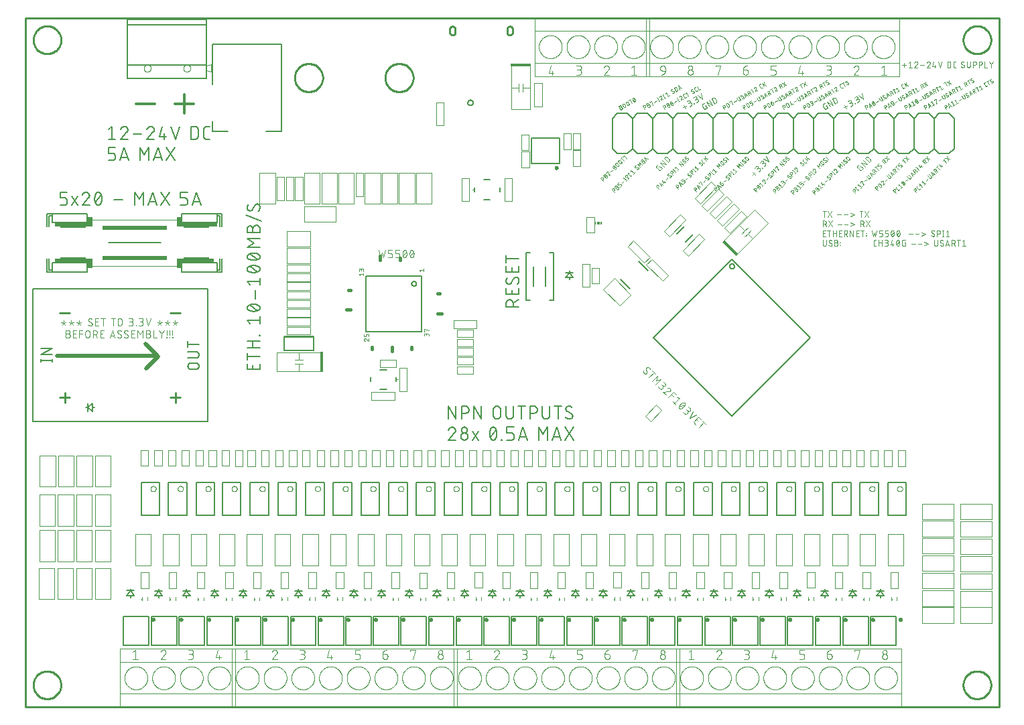
<source format=gbr>
G04 This is an RS-274x file exported by *
G04 gerbv version 2.6A *
G04 More information is available about gerbv at *
G04 http://gerbv.geda-project.org/ *
G04 --End of header info--*
%MOIN*%
%FSLAX34Y34*%
%IPPOS*%
%INSilkscreen Top*%
G04 --Define apertures--*
%ADD10C,0.0060*%
%ADD11C,0.0030*%
%ADD12C,0.0200*%
%ADD13C,0.0120*%
%ADD14C,0.0020*%
%ADD15C,0.0039*%
%ADD16R,0.0150X0.0984*%
%ADD17C,0.0050*%
%ADD18R,0.6300X0.8500*%
%ADD19C,0.0080*%
%ADD20R,0.0059X0.0118*%
%ADD21R,0.0118X0.0118*%
%ADD22C,0.0000*%
%ADD23C,0.0100*%
%ADD24C,0.0150*%
%ADD25C,0.0040*%
%ADD26R,0.0250X0.0450*%
%ADD27R,0.1750X0.0200*%
%ADD28R,0.3200X0.0200*%
%ADD29R,0.1250X0.0050*%
%ADD30R,0.1600X0.0200*%
%ADD31R,0.0984X0.0150*%
%ADD32R,0.0089X0.0098*%
%ADD33C,0.0100*%
G04 --Start main section--*
G36*
G01X0026447Y0026703D02*
G01X0026447Y0026703D01*
G01X0026449Y0026704D01*
G01X0026454Y0026705D01*
G01X0026473Y0026713D01*
G01X0026474Y0026714D01*
G01X0026478Y0026716D01*
G01X0026495Y0026728D01*
G01X0026496Y0026730D01*
G01X0026499Y0026733D01*
G01X0026512Y0026749D01*
G01X0026512Y0026751D01*
G01X0026515Y0026755D01*
G01X0026523Y0026774D01*
G01X0026523Y0026776D01*
G01X0026524Y0026780D01*
G01X0026527Y0026801D01*
G01X0026527Y0026802D01*
G01X0026527Y0026807D01*
G01X0026524Y0026827D01*
G01X0026524Y0026829D01*
G01X0026524Y0026830D01*
G01X0026524Y0026830D01*
G01X0026524Y0026831D01*
G01X0026523Y0026834D01*
G01X0026515Y0026853D01*
G01X0026514Y0026854D01*
G01X0026512Y0026858D01*
G01X0026499Y0026875D01*
G01X0026498Y0026876D01*
G01X0026495Y0026879D01*
G01X0026478Y0026892D01*
G01X0026477Y0026893D01*
G01X0026473Y0026895D01*
G01X0026454Y0026903D01*
G01X0026452Y0026903D01*
G01X0026447Y0026905D01*
G01X0026427Y0026907D01*
G01X0026425Y0026907D01*
G01X0026420Y0026907D01*
G01X0026400Y0026905D01*
G01X0026398Y0026904D01*
G01X0026394Y0026903D01*
G01X0026375Y0026895D01*
G01X0026373Y0026894D01*
G01X0026369Y0026892D01*
G01X0026353Y0026879D01*
G01X0026352Y0026878D01*
G01X0026348Y0026875D01*
G01X0026336Y0026858D01*
G01X0026335Y0026857D01*
G01X0026332Y0026853D01*
G01X0026325Y0026834D01*
G01X0026324Y0026832D01*
G01X0026323Y0026827D01*
G01X0026320Y0026807D01*
G01X0026320Y0026805D01*
G01X0026320Y0026801D01*
G01X0026323Y0026780D01*
G01X0026323Y0026779D01*
G01X0026325Y0026774D01*
G01X0026332Y0026755D01*
G01X0026333Y0026753D01*
G01X0026336Y0026749D01*
G01X0026348Y0026733D01*
G01X0026349Y0026732D01*
G01X0026353Y0026728D01*
G01X0026369Y0026716D01*
G01X0026371Y0026715D01*
G01X0026375Y0026713D01*
G01X0026394Y0026705D01*
G01X0026395Y0026704D01*
G01X0026400Y0026703D01*
G01X0026420Y0026700D01*
G01X0026422Y0026700D01*
G01X0026427Y0026700D01*
G01X0026447Y0026703D01*
G37*
G36*
G01X0009170Y0004230D02*
G01X0009170Y0004230D01*
G01X0009171Y0004231D01*
G01X0009176Y0004232D01*
G01X0009195Y0004240D01*
G01X0009197Y0004241D01*
G01X0009201Y0004243D01*
G01X0009217Y0004256D01*
G01X0009218Y0004257D01*
G01X0009222Y0004260D01*
G01X0009234Y0004277D01*
G01X0009235Y0004278D01*
G01X0009237Y0004282D01*
G01X0009245Y0004301D01*
G01X0009246Y0004303D01*
G01X0009247Y0004308D01*
G01X0009250Y0004328D01*
G01X0009250Y0004330D01*
G01X0009250Y0004334D01*
G01X0009247Y0004355D01*
G01X0009246Y0004356D01*
G01X0009246Y0004357D01*
G01X0009246Y0004357D01*
G01X0009246Y0004358D01*
G01X0009245Y0004361D01*
G01X0009237Y0004380D01*
G01X0009236Y0004382D01*
G01X0009234Y0004386D01*
G01X0009222Y0004402D01*
G01X0009220Y0004403D01*
G01X0009217Y0004407D01*
G01X0009201Y0004419D01*
G01X0009199Y0004420D01*
G01X0009195Y0004422D01*
G01X0009176Y0004430D01*
G01X0009174Y0004431D01*
G01X0009170Y0004432D01*
G01X0009149Y0004435D01*
G01X0009148Y0004435D01*
G01X0009143Y0004435D01*
G01X0009123Y0004432D01*
G01X0009121Y0004431D01*
G01X0009116Y0004430D01*
G01X0009097Y0004422D01*
G01X0009096Y0004421D01*
G01X0009092Y0004419D01*
G01X0009075Y0004407D01*
G01X0009074Y0004405D01*
G01X0009071Y0004402D01*
G01X0009058Y0004386D01*
G01X0009057Y0004384D01*
G01X0009055Y0004380D01*
G01X0009047Y0004361D01*
G01X0009047Y0004359D01*
G01X0009045Y0004355D01*
G01X0009043Y0004334D01*
G01X0009043Y0004333D01*
G01X0009043Y0004328D01*
G01X0009045Y0004308D01*
G01X0009046Y0004306D01*
G01X0009047Y0004301D01*
G01X0009055Y0004282D01*
G01X0009056Y0004281D01*
G01X0009058Y0004277D01*
G01X0009071Y0004260D01*
G01X0009072Y0004259D01*
G01X0009075Y0004256D01*
G01X0009092Y0004243D01*
G01X0009093Y0004242D01*
G01X0009097Y0004240D01*
G01X0009116Y0004232D01*
G01X0009118Y0004232D01*
G01X0009123Y0004230D01*
G01X0009143Y0004228D01*
G01X0009145Y0004228D01*
G01X0009149Y0004228D01*
G01X0009170Y0004230D01*
G37*
G36*
G01X0006390Y0004230D02*
G01X0006390Y0004230D01*
G01X0006391Y0004231D01*
G01X0006396Y0004232D01*
G01X0006415Y0004240D01*
G01X0006417Y0004241D01*
G01X0006421Y0004243D01*
G01X0006437Y0004256D01*
G01X0006438Y0004257D01*
G01X0006442Y0004260D01*
G01X0006454Y0004277D01*
G01X0006455Y0004278D01*
G01X0006457Y0004282D01*
G01X0006465Y0004301D01*
G01X0006466Y0004303D01*
G01X0006467Y0004308D01*
G01X0006470Y0004328D01*
G01X0006470Y0004330D01*
G01X0006470Y0004334D01*
G01X0006467Y0004355D01*
G01X0006466Y0004356D01*
G01X0006466Y0004357D01*
G01X0006466Y0004357D01*
G01X0006466Y0004358D01*
G01X0006465Y0004361D01*
G01X0006457Y0004380D01*
G01X0006456Y0004382D01*
G01X0006454Y0004386D01*
G01X0006442Y0004402D01*
G01X0006440Y0004403D01*
G01X0006437Y0004407D01*
G01X0006421Y0004419D01*
G01X0006419Y0004420D01*
G01X0006415Y0004422D01*
G01X0006396Y0004430D01*
G01X0006394Y0004431D01*
G01X0006390Y0004432D01*
G01X0006369Y0004435D01*
G01X0006368Y0004435D01*
G01X0006363Y0004435D01*
G01X0006343Y0004432D01*
G01X0006341Y0004431D01*
G01X0006336Y0004430D01*
G01X0006317Y0004422D01*
G01X0006316Y0004421D01*
G01X0006312Y0004419D01*
G01X0006295Y0004407D01*
G01X0006294Y0004405D01*
G01X0006291Y0004402D01*
G01X0006278Y0004386D01*
G01X0006277Y0004384D01*
G01X0006275Y0004380D01*
G01X0006267Y0004361D01*
G01X0006267Y0004359D01*
G01X0006265Y0004355D01*
G01X0006263Y0004334D01*
G01X0006263Y0004333D01*
G01X0006263Y0004328D01*
G01X0006265Y0004308D01*
G01X0006266Y0004306D01*
G01X0006267Y0004301D01*
G01X0006275Y0004282D01*
G01X0006276Y0004281D01*
G01X0006278Y0004277D01*
G01X0006291Y0004260D01*
G01X0006292Y0004259D01*
G01X0006295Y0004256D01*
G01X0006312Y0004243D01*
G01X0006313Y0004242D01*
G01X0006317Y0004240D01*
G01X0006336Y0004232D01*
G01X0006338Y0004232D01*
G01X0006343Y0004230D01*
G01X0006363Y0004228D01*
G01X0006365Y0004228D01*
G01X0006369Y0004228D01*
G01X0006390Y0004230D01*
G37*
G36*
G01X0007780Y0004230D02*
G01X0007780Y0004230D01*
G01X0007781Y0004231D01*
G01X0007786Y0004232D01*
G01X0007805Y0004240D01*
G01X0007807Y0004241D01*
G01X0007811Y0004243D01*
G01X0007827Y0004256D01*
G01X0007828Y0004257D01*
G01X0007832Y0004260D01*
G01X0007844Y0004277D01*
G01X0007845Y0004278D01*
G01X0007847Y0004282D01*
G01X0007855Y0004301D01*
G01X0007856Y0004303D01*
G01X0007857Y0004308D01*
G01X0007860Y0004328D01*
G01X0007860Y0004330D01*
G01X0007860Y0004334D01*
G01X0007857Y0004355D01*
G01X0007856Y0004356D01*
G01X0007856Y0004357D01*
G01X0007856Y0004357D01*
G01X0007856Y0004358D01*
G01X0007855Y0004361D01*
G01X0007847Y0004380D01*
G01X0007846Y0004382D01*
G01X0007844Y0004386D01*
G01X0007832Y0004402D01*
G01X0007830Y0004403D01*
G01X0007827Y0004407D01*
G01X0007811Y0004419D01*
G01X0007809Y0004420D01*
G01X0007805Y0004422D01*
G01X0007786Y0004430D01*
G01X0007784Y0004431D01*
G01X0007780Y0004432D01*
G01X0007759Y0004435D01*
G01X0007758Y0004435D01*
G01X0007753Y0004435D01*
G01X0007733Y0004432D01*
G01X0007731Y0004431D01*
G01X0007726Y0004430D01*
G01X0007707Y0004422D01*
G01X0007706Y0004421D01*
G01X0007702Y0004419D01*
G01X0007685Y0004407D01*
G01X0007684Y0004405D01*
G01X0007681Y0004402D01*
G01X0007668Y0004386D01*
G01X0007667Y0004384D01*
G01X0007665Y0004380D01*
G01X0007657Y0004361D01*
G01X0007657Y0004359D01*
G01X0007655Y0004355D01*
G01X0007653Y0004334D01*
G01X0007653Y0004333D01*
G01X0007653Y0004328D01*
G01X0007655Y0004308D01*
G01X0007656Y0004306D01*
G01X0007657Y0004301D01*
G01X0007665Y0004282D01*
G01X0007666Y0004281D01*
G01X0007668Y0004277D01*
G01X0007681Y0004260D01*
G01X0007682Y0004259D01*
G01X0007685Y0004256D01*
G01X0007702Y0004243D01*
G01X0007703Y0004242D01*
G01X0007707Y0004240D01*
G01X0007726Y0004232D01*
G01X0007728Y0004232D01*
G01X0007733Y0004230D01*
G01X0007753Y0004228D01*
G01X0007755Y0004228D01*
G01X0007759Y0004228D01*
G01X0007780Y0004230D01*
G37*
G36*
G01X0020203Y0004220D02*
G01X0020203Y0004220D01*
G01X0020205Y0004221D01*
G01X0020210Y0004222D01*
G01X0020229Y0004230D01*
G01X0020230Y0004231D01*
G01X0020234Y0004233D01*
G01X0020251Y0004246D01*
G01X0020252Y0004247D01*
G01X0020255Y0004250D01*
G01X0020268Y0004267D01*
G01X0020268Y0004268D01*
G01X0020271Y0004272D01*
G01X0020279Y0004291D01*
G01X0020279Y0004293D01*
G01X0020280Y0004298D01*
G01X0020283Y0004318D01*
G01X0020283Y0004320D01*
G01X0020283Y0004324D01*
G01X0020280Y0004345D01*
G01X0020280Y0004346D01*
G01X0020280Y0004347D01*
G01X0020280Y0004347D01*
G01X0020279Y0004348D01*
G01X0020279Y0004351D01*
G01X0020271Y0004370D01*
G01X0020270Y0004372D01*
G01X0020268Y0004376D01*
G01X0020255Y0004392D01*
G01X0020254Y0004393D01*
G01X0020251Y0004397D01*
G01X0020234Y0004409D01*
G01X0020233Y0004410D01*
G01X0020229Y0004412D01*
G01X0020210Y0004420D01*
G01X0020208Y0004421D01*
G01X0020203Y0004422D01*
G01X0020183Y0004425D01*
G01X0020181Y0004425D01*
G01X0020176Y0004425D01*
G01X0020156Y0004422D01*
G01X0020154Y0004421D01*
G01X0020150Y0004420D01*
G01X0020131Y0004412D01*
G01X0020129Y0004411D01*
G01X0020125Y0004409D01*
G01X0020109Y0004397D01*
G01X0020108Y0004395D01*
G01X0020104Y0004392D01*
G01X0020092Y0004376D01*
G01X0020091Y0004374D01*
G01X0020088Y0004370D01*
G01X0020081Y0004351D01*
G01X0020080Y0004349D01*
G01X0020079Y0004345D01*
G01X0020076Y0004324D01*
G01X0020076Y0004323D01*
G01X0020076Y0004318D01*
G01X0020079Y0004298D01*
G01X0020079Y0004296D01*
G01X0020081Y0004291D01*
G01X0020088Y0004272D01*
G01X0020089Y0004271D01*
G01X0020092Y0004267D01*
G01X0020104Y0004250D01*
G01X0020105Y0004249D01*
G01X0020109Y0004246D01*
G01X0020125Y0004233D01*
G01X0020127Y0004232D01*
G01X0020131Y0004230D01*
G01X0020150Y0004222D01*
G01X0020151Y0004222D01*
G01X0020156Y0004220D01*
G01X0020176Y0004218D01*
G01X0020178Y0004218D01*
G01X0020183Y0004218D01*
G01X0020203Y0004220D01*
G37*
G36*
G01X0024325Y0004220D02*
G01X0024325Y0004220D01*
G01X0024327Y0004221D01*
G01X0024331Y0004222D01*
G01X0024350Y0004230D01*
G01X0024352Y0004231D01*
G01X0024356Y0004233D01*
G01X0024372Y0004246D01*
G01X0024373Y0004247D01*
G01X0024377Y0004250D01*
G01X0024389Y0004267D01*
G01X0024390Y0004268D01*
G01X0024393Y0004272D01*
G01X0024400Y0004291D01*
G01X0024401Y0004293D01*
G01X0024402Y0004298D01*
G01X0024405Y0004318D01*
G01X0024405Y0004320D01*
G01X0024405Y0004324D01*
G01X0024402Y0004345D01*
G01X0024402Y0004346D01*
G01X0024402Y0004347D01*
G01X0024402Y0004347D01*
G01X0024401Y0004348D01*
G01X0024400Y0004351D01*
G01X0024393Y0004370D01*
G01X0024392Y0004372D01*
G01X0024389Y0004376D01*
G01X0024377Y0004392D01*
G01X0024376Y0004393D01*
G01X0024372Y0004397D01*
G01X0024356Y0004409D01*
G01X0024354Y0004410D01*
G01X0024350Y0004412D01*
G01X0024331Y0004420D01*
G01X0024330Y0004421D01*
G01X0024325Y0004422D01*
G01X0024305Y0004425D01*
G01X0024303Y0004425D01*
G01X0024298Y0004425D01*
G01X0024278Y0004422D01*
G01X0024276Y0004421D01*
G01X0024271Y0004420D01*
G01X0024252Y0004412D01*
G01X0024251Y0004411D01*
G01X0024247Y0004409D01*
G01X0024230Y0004397D01*
G01X0024229Y0004395D01*
G01X0024226Y0004392D01*
G01X0024213Y0004376D01*
G01X0024213Y0004374D01*
G01X0024210Y0004370D01*
G01X0024202Y0004351D01*
G01X0024202Y0004349D01*
G01X0024201Y0004345D01*
G01X0024198Y0004324D01*
G01X0024198Y0004323D01*
G01X0024198Y0004318D01*
G01X0024201Y0004298D01*
G01X0024201Y0004296D01*
G01X0024202Y0004291D01*
G01X0024210Y0004272D01*
G01X0024211Y0004271D01*
G01X0024213Y0004267D01*
G01X0024226Y0004250D01*
G01X0024227Y0004249D01*
G01X0024230Y0004246D01*
G01X0024247Y0004233D01*
G01X0024248Y0004232D01*
G01X0024252Y0004230D01*
G01X0024271Y0004222D01*
G01X0024273Y0004222D01*
G01X0024278Y0004220D01*
G01X0024298Y0004218D01*
G01X0024300Y0004218D01*
G01X0024305Y0004218D01*
G01X0024325Y0004220D01*
G37*
G36*
G01X0027073Y0004220D02*
G01X0027073Y0004220D01*
G01X0027075Y0004221D01*
G01X0027079Y0004222D01*
G01X0027098Y0004230D01*
G01X0027100Y0004231D01*
G01X0027104Y0004233D01*
G01X0027120Y0004246D01*
G01X0027121Y0004247D01*
G01X0027125Y0004250D01*
G01X0027137Y0004267D01*
G01X0027138Y0004268D01*
G01X0027140Y0004272D01*
G01X0027148Y0004291D01*
G01X0027149Y0004293D01*
G01X0027150Y0004298D01*
G01X0027153Y0004318D01*
G01X0027153Y0004320D01*
G01X0027153Y0004324D01*
G01X0027150Y0004345D01*
G01X0027149Y0004346D01*
G01X0027149Y0004347D01*
G01X0027149Y0004347D01*
G01X0027149Y0004348D01*
G01X0027148Y0004351D01*
G01X0027140Y0004370D01*
G01X0027139Y0004372D01*
G01X0027137Y0004376D01*
G01X0027125Y0004392D01*
G01X0027123Y0004393D01*
G01X0027120Y0004397D01*
G01X0027104Y0004409D01*
G01X0027102Y0004410D01*
G01X0027098Y0004412D01*
G01X0027079Y0004420D01*
G01X0027077Y0004421D01*
G01X0027073Y0004422D01*
G01X0027052Y0004425D01*
G01X0027051Y0004425D01*
G01X0027046Y0004425D01*
G01X0027026Y0004422D01*
G01X0027024Y0004421D01*
G01X0027019Y0004420D01*
G01X0027000Y0004412D01*
G01X0026999Y0004411D01*
G01X0026995Y0004409D01*
G01X0026978Y0004397D01*
G01X0026977Y0004395D01*
G01X0026974Y0004392D01*
G01X0026961Y0004376D01*
G01X0026960Y0004374D01*
G01X0026958Y0004370D01*
G01X0026950Y0004351D01*
G01X0026950Y0004349D01*
G01X0026948Y0004345D01*
G01X0026946Y0004324D01*
G01X0026946Y0004323D01*
G01X0026946Y0004318D01*
G01X0026948Y0004298D01*
G01X0026949Y0004296D01*
G01X0026950Y0004291D01*
G01X0026958Y0004272D01*
G01X0026959Y0004271D01*
G01X0026961Y0004267D01*
G01X0026974Y0004250D01*
G01X0026975Y0004249D01*
G01X0026978Y0004246D01*
G01X0026995Y0004233D01*
G01X0026996Y0004232D01*
G01X0027000Y0004230D01*
G01X0027019Y0004222D01*
G01X0027021Y0004222D01*
G01X0027026Y0004220D01*
G01X0027046Y0004218D01*
G01X0027048Y0004218D01*
G01X0027052Y0004218D01*
G01X0027073Y0004220D01*
G37*
G36*
G01X0039438Y0004220D02*
G01X0039438Y0004220D01*
G01X0039440Y0004221D01*
G01X0039444Y0004222D01*
G01X0039463Y0004230D01*
G01X0039465Y0004231D01*
G01X0039469Y0004233D01*
G01X0039485Y0004246D01*
G01X0039486Y0004247D01*
G01X0039490Y0004250D01*
G01X0039502Y0004267D01*
G01X0039503Y0004268D01*
G01X0039506Y0004272D01*
G01X0039514Y0004291D01*
G01X0039514Y0004293D01*
G01X0039515Y0004298D01*
G01X0039518Y0004318D01*
G01X0039518Y0004320D01*
G01X0039518Y0004324D01*
G01X0039515Y0004345D01*
G01X0039515Y0004346D01*
G01X0039515Y0004347D01*
G01X0039515Y0004347D01*
G01X0039514Y0004348D01*
G01X0039514Y0004351D01*
G01X0039506Y0004370D01*
G01X0039505Y0004372D01*
G01X0039502Y0004376D01*
G01X0039490Y0004392D01*
G01X0039489Y0004393D01*
G01X0039485Y0004397D01*
G01X0039469Y0004409D01*
G01X0039467Y0004410D01*
G01X0039463Y0004412D01*
G01X0039444Y0004420D01*
G01X0039443Y0004421D01*
G01X0039438Y0004422D01*
G01X0039418Y0004425D01*
G01X0039416Y0004425D01*
G01X0039411Y0004425D01*
G01X0039391Y0004422D01*
G01X0039389Y0004421D01*
G01X0039384Y0004420D01*
G01X0039365Y0004412D01*
G01X0039364Y0004411D01*
G01X0039360Y0004409D01*
G01X0039344Y0004397D01*
G01X0039342Y0004395D01*
G01X0039339Y0004392D01*
G01X0039326Y0004376D01*
G01X0039326Y0004374D01*
G01X0039323Y0004370D01*
G01X0039315Y0004351D01*
G01X0039315Y0004349D01*
G01X0039314Y0004345D01*
G01X0039311Y0004324D01*
G01X0039311Y0004323D01*
G01X0039311Y0004318D01*
G01X0039314Y0004298D01*
G01X0039314Y0004296D01*
G01X0039315Y0004291D01*
G01X0039323Y0004272D01*
G01X0039324Y0004271D01*
G01X0039326Y0004267D01*
G01X0039339Y0004250D01*
G01X0039340Y0004249D01*
G01X0039344Y0004246D01*
G01X0039360Y0004233D01*
G01X0039361Y0004232D01*
G01X0039365Y0004230D01*
G01X0039384Y0004222D01*
G01X0039386Y0004222D01*
G01X0039391Y0004220D01*
G01X0039411Y0004218D01*
G01X0039413Y0004218D01*
G01X0039418Y0004218D01*
G01X0039438Y0004220D01*
G37*
G36*
G01X0016082Y0004220D02*
G01X0016082Y0004220D01*
G01X0016083Y0004221D01*
G01X0016088Y0004222D01*
G01X0016107Y0004230D01*
G01X0016108Y0004231D01*
G01X0016112Y0004233D01*
G01X0016129Y0004246D01*
G01X0016130Y0004247D01*
G01X0016133Y0004250D01*
G01X0016146Y0004267D01*
G01X0016147Y0004268D01*
G01X0016149Y0004272D01*
G01X0016157Y0004291D01*
G01X0016157Y0004293D01*
G01X0016159Y0004298D01*
G01X0016161Y0004318D01*
G01X0016161Y0004320D01*
G01X0016161Y0004324D01*
G01X0016159Y0004345D01*
G01X0016158Y0004346D01*
G01X0016158Y0004347D01*
G01X0016158Y0004347D01*
G01X0016158Y0004348D01*
G01X0016157Y0004351D01*
G01X0016149Y0004370D01*
G01X0016148Y0004372D01*
G01X0016146Y0004376D01*
G01X0016133Y0004392D01*
G01X0016132Y0004393D01*
G01X0016129Y0004397D01*
G01X0016112Y0004409D01*
G01X0016111Y0004410D01*
G01X0016107Y0004412D01*
G01X0016088Y0004420D01*
G01X0016086Y0004421D01*
G01X0016082Y0004422D01*
G01X0016061Y0004425D01*
G01X0016059Y0004425D01*
G01X0016055Y0004425D01*
G01X0016034Y0004422D01*
G01X0016033Y0004421D01*
G01X0016028Y0004420D01*
G01X0016009Y0004412D01*
G01X0016007Y0004411D01*
G01X0016003Y0004409D01*
G01X0015987Y0004397D01*
G01X0015986Y0004395D01*
G01X0015982Y0004392D01*
G01X0015970Y0004376D01*
G01X0015969Y0004374D01*
G01X0015967Y0004370D01*
G01X0015959Y0004351D01*
G01X0015958Y0004349D01*
G01X0015957Y0004345D01*
G01X0015954Y0004324D01*
G01X0015954Y0004323D01*
G01X0015954Y0004318D01*
G01X0015957Y0004298D01*
G01X0015958Y0004296D01*
G01X0015959Y0004291D01*
G01X0015967Y0004272D01*
G01X0015968Y0004271D01*
G01X0015970Y0004267D01*
G01X0015982Y0004250D01*
G01X0015984Y0004249D01*
G01X0015987Y0004246D01*
G01X0016003Y0004233D01*
G01X0016005Y0004232D01*
G01X0016009Y0004230D01*
G01X0016028Y0004222D01*
G01X0016030Y0004222D01*
G01X0016034Y0004220D01*
G01X0016055Y0004218D01*
G01X0016056Y0004218D01*
G01X0016061Y0004218D01*
G01X0016082Y0004220D01*
G37*
G36*
G01X0035316Y0004220D02*
G01X0035316Y0004220D01*
G01X0035318Y0004221D01*
G01X0035323Y0004222D01*
G01X0035342Y0004230D01*
G01X0035343Y0004231D01*
G01X0035347Y0004233D01*
G01X0035364Y0004246D01*
G01X0035365Y0004247D01*
G01X0035368Y0004250D01*
G01X0035381Y0004267D01*
G01X0035381Y0004268D01*
G01X0035384Y0004272D01*
G01X0035392Y0004291D01*
G01X0035392Y0004293D01*
G01X0035394Y0004298D01*
G01X0035396Y0004318D01*
G01X0035396Y0004320D01*
G01X0035396Y0004324D01*
G01X0035394Y0004345D01*
G01X0035393Y0004346D01*
G01X0035393Y0004347D01*
G01X0035393Y0004347D01*
G01X0035392Y0004348D01*
G01X0035392Y0004351D01*
G01X0035384Y0004370D01*
G01X0035383Y0004372D01*
G01X0035381Y0004376D01*
G01X0035368Y0004392D01*
G01X0035367Y0004393D01*
G01X0035364Y0004397D01*
G01X0035347Y0004409D01*
G01X0035346Y0004410D01*
G01X0035342Y0004412D01*
G01X0035323Y0004420D01*
G01X0035321Y0004421D01*
G01X0035316Y0004422D01*
G01X0035296Y0004425D01*
G01X0035294Y0004425D01*
G01X0035289Y0004425D01*
G01X0035269Y0004422D01*
G01X0035267Y0004421D01*
G01X0035263Y0004420D01*
G01X0035244Y0004412D01*
G01X0035242Y0004411D01*
G01X0035238Y0004409D01*
G01X0035222Y0004397D01*
G01X0035221Y0004395D01*
G01X0035217Y0004392D01*
G01X0035205Y0004376D01*
G01X0035204Y0004374D01*
G01X0035201Y0004370D01*
G01X0035194Y0004351D01*
G01X0035193Y0004349D01*
G01X0035192Y0004345D01*
G01X0035189Y0004324D01*
G01X0035189Y0004323D01*
G01X0035189Y0004318D01*
G01X0035192Y0004298D01*
G01X0035192Y0004296D01*
G01X0035194Y0004291D01*
G01X0035201Y0004272D01*
G01X0035202Y0004271D01*
G01X0035205Y0004267D01*
G01X0035217Y0004250D01*
G01X0035219Y0004249D01*
G01X0035222Y0004246D01*
G01X0035238Y0004233D01*
G01X0035240Y0004232D01*
G01X0035244Y0004230D01*
G01X0035263Y0004222D01*
G01X0035264Y0004222D01*
G01X0035269Y0004220D01*
G01X0035289Y0004218D01*
G01X0035291Y0004218D01*
G01X0035296Y0004218D01*
G01X0035316Y0004220D01*
G37*
G36*
G01X0022951Y0004220D02*
G01X0022951Y0004220D01*
G01X0022953Y0004221D01*
G01X0022957Y0004222D01*
G01X0022976Y0004230D01*
G01X0022978Y0004231D01*
G01X0022982Y0004233D01*
G01X0022998Y0004246D01*
G01X0023000Y0004247D01*
G01X0023003Y0004250D01*
G01X0023015Y0004267D01*
G01X0023016Y0004268D01*
G01X0023019Y0004272D01*
G01X0023027Y0004291D01*
G01X0023027Y0004293D01*
G01X0023028Y0004298D01*
G01X0023031Y0004318D01*
G01X0023031Y0004320D01*
G01X0023031Y0004324D01*
G01X0023028Y0004345D01*
G01X0023028Y0004346D01*
G01X0023028Y0004347D01*
G01X0023028Y0004347D01*
G01X0023027Y0004348D01*
G01X0023027Y0004351D01*
G01X0023019Y0004370D01*
G01X0023018Y0004372D01*
G01X0023015Y0004376D01*
G01X0023003Y0004392D01*
G01X0023002Y0004393D01*
G01X0022998Y0004397D01*
G01X0022982Y0004409D01*
G01X0022980Y0004410D01*
G01X0022976Y0004412D01*
G01X0022957Y0004420D01*
G01X0022956Y0004421D01*
G01X0022951Y0004422D01*
G01X0022931Y0004425D01*
G01X0022929Y0004425D01*
G01X0022924Y0004425D01*
G01X0022904Y0004422D01*
G01X0022902Y0004421D01*
G01X0022898Y0004420D01*
G01X0022879Y0004412D01*
G01X0022877Y0004411D01*
G01X0022873Y0004409D01*
G01X0022857Y0004397D01*
G01X0022855Y0004395D01*
G01X0022852Y0004392D01*
G01X0022839Y0004376D01*
G01X0022839Y0004374D01*
G01X0022836Y0004370D01*
G01X0022828Y0004351D01*
G01X0022828Y0004349D01*
G01X0022827Y0004345D01*
G01X0022824Y0004324D01*
G01X0022824Y0004323D01*
G01X0022824Y0004318D01*
G01X0022827Y0004298D01*
G01X0022827Y0004296D01*
G01X0022828Y0004291D01*
G01X0022836Y0004272D01*
G01X0022837Y0004271D01*
G01X0022839Y0004267D01*
G01X0022852Y0004250D01*
G01X0022853Y0004249D01*
G01X0022857Y0004246D01*
G01X0022873Y0004233D01*
G01X0022874Y0004232D01*
G01X0022879Y0004230D01*
G01X0022898Y0004222D01*
G01X0022899Y0004222D01*
G01X0022904Y0004220D01*
G01X0022924Y0004218D01*
G01X0022926Y0004218D01*
G01X0022931Y0004218D01*
G01X0022951Y0004220D01*
G37*
G36*
G01X0017455Y0004220D02*
G01X0017455Y0004220D01*
G01X0017457Y0004221D01*
G01X0017462Y0004222D01*
G01X0017481Y0004230D01*
G01X0017482Y0004231D01*
G01X0017486Y0004233D01*
G01X0017503Y0004246D01*
G01X0017504Y0004247D01*
G01X0017507Y0004250D01*
G01X0017520Y0004267D01*
G01X0017521Y0004268D01*
G01X0017523Y0004272D01*
G01X0017531Y0004291D01*
G01X0017531Y0004293D01*
G01X0017533Y0004298D01*
G01X0017535Y0004318D01*
G01X0017535Y0004320D01*
G01X0017535Y0004324D01*
G01X0017533Y0004345D01*
G01X0017532Y0004346D01*
G01X0017532Y0004347D01*
G01X0017532Y0004347D01*
G01X0017532Y0004348D01*
G01X0017531Y0004351D01*
G01X0017523Y0004370D01*
G01X0017522Y0004372D01*
G01X0017520Y0004376D01*
G01X0017507Y0004392D01*
G01X0017506Y0004393D01*
G01X0017503Y0004397D01*
G01X0017486Y0004409D01*
G01X0017485Y0004410D01*
G01X0017481Y0004412D01*
G01X0017462Y0004420D01*
G01X0017460Y0004421D01*
G01X0017455Y0004422D01*
G01X0017435Y0004425D01*
G01X0017433Y0004425D01*
G01X0017429Y0004425D01*
G01X0017408Y0004422D01*
G01X0017406Y0004421D01*
G01X0017402Y0004420D01*
G01X0017383Y0004412D01*
G01X0017381Y0004411D01*
G01X0017377Y0004409D01*
G01X0017361Y0004397D01*
G01X0017360Y0004395D01*
G01X0017356Y0004392D01*
G01X0017344Y0004376D01*
G01X0017343Y0004374D01*
G01X0017341Y0004370D01*
G01X0017333Y0004351D01*
G01X0017332Y0004349D01*
G01X0017331Y0004345D01*
G01X0017328Y0004324D01*
G01X0017328Y0004323D01*
G01X0017328Y0004318D01*
G01X0017331Y0004298D01*
G01X0017332Y0004296D01*
G01X0017333Y0004291D01*
G01X0017341Y0004272D01*
G01X0017341Y0004271D01*
G01X0017344Y0004267D01*
G01X0017356Y0004250D01*
G01X0017358Y0004249D01*
G01X0017361Y0004246D01*
G01X0017377Y0004233D01*
G01X0017379Y0004232D01*
G01X0017383Y0004230D01*
G01X0017402Y0004222D01*
G01X0017404Y0004222D01*
G01X0017408Y0004220D01*
G01X0017429Y0004218D01*
G01X0017430Y0004218D01*
G01X0017435Y0004218D01*
G01X0017455Y0004220D01*
G37*
G36*
G01X0032569Y0004220D02*
G01X0032569Y0004220D01*
G01X0032570Y0004221D01*
G01X0032575Y0004222D01*
G01X0032594Y0004230D01*
G01X0032595Y0004231D01*
G01X0032599Y0004233D01*
G01X0032616Y0004246D01*
G01X0032617Y0004247D01*
G01X0032620Y0004250D01*
G01X0032633Y0004267D01*
G01X0032634Y0004268D01*
G01X0032636Y0004272D01*
G01X0032644Y0004291D01*
G01X0032644Y0004293D01*
G01X0032646Y0004298D01*
G01X0032648Y0004318D01*
G01X0032648Y0004320D01*
G01X0032648Y0004324D01*
G01X0032646Y0004345D01*
G01X0032645Y0004346D01*
G01X0032645Y0004347D01*
G01X0032645Y0004347D01*
G01X0032645Y0004348D01*
G01X0032644Y0004351D01*
G01X0032636Y0004370D01*
G01X0032635Y0004372D01*
G01X0032633Y0004376D01*
G01X0032620Y0004392D01*
G01X0032619Y0004393D01*
G01X0032616Y0004397D01*
G01X0032599Y0004409D01*
G01X0032598Y0004410D01*
G01X0032594Y0004412D01*
G01X0032575Y0004420D01*
G01X0032573Y0004421D01*
G01X0032569Y0004422D01*
G01X0032548Y0004425D01*
G01X0032546Y0004425D01*
G01X0032542Y0004425D01*
G01X0032521Y0004422D01*
G01X0032520Y0004421D01*
G01X0032515Y0004420D01*
G01X0032496Y0004412D01*
G01X0032494Y0004411D01*
G01X0032490Y0004409D01*
G01X0032474Y0004397D01*
G01X0032473Y0004395D01*
G01X0032469Y0004392D01*
G01X0032457Y0004376D01*
G01X0032456Y0004374D01*
G01X0032454Y0004370D01*
G01X0032446Y0004351D01*
G01X0032445Y0004349D01*
G01X0032444Y0004345D01*
G01X0032441Y0004324D01*
G01X0032441Y0004323D01*
G01X0032441Y0004318D01*
G01X0032444Y0004298D01*
G01X0032445Y0004296D01*
G01X0032446Y0004291D01*
G01X0032454Y0004272D01*
G01X0032455Y0004271D01*
G01X0032457Y0004267D01*
G01X0032469Y0004250D01*
G01X0032471Y0004249D01*
G01X0032474Y0004246D01*
G01X0032490Y0004233D01*
G01X0032492Y0004232D01*
G01X0032496Y0004230D01*
G01X0032515Y0004222D01*
G01X0032517Y0004222D01*
G01X0032521Y0004220D01*
G01X0032542Y0004218D01*
G01X0032543Y0004218D01*
G01X0032548Y0004218D01*
G01X0032569Y0004220D01*
G37*
G36*
G01X0042186Y0004220D02*
G01X0042186Y0004220D01*
G01X0042188Y0004221D01*
G01X0042192Y0004222D01*
G01X0042211Y0004230D01*
G01X0042213Y0004231D01*
G01X0042217Y0004233D01*
G01X0042233Y0004246D01*
G01X0042234Y0004247D01*
G01X0042238Y0004250D01*
G01X0042250Y0004267D01*
G01X0042251Y0004268D01*
G01X0042254Y0004272D01*
G01X0042261Y0004291D01*
G01X0042262Y0004293D01*
G01X0042263Y0004298D01*
G01X0042266Y0004318D01*
G01X0042266Y0004320D01*
G01X0042266Y0004324D01*
G01X0042263Y0004345D01*
G01X0042263Y0004346D01*
G01X0042262Y0004347D01*
G01X0042262Y0004347D01*
G01X0042262Y0004348D01*
G01X0042261Y0004351D01*
G01X0042254Y0004370D01*
G01X0042253Y0004372D01*
G01X0042250Y0004376D01*
G01X0042238Y0004392D01*
G01X0042236Y0004393D01*
G01X0042233Y0004397D01*
G01X0042217Y0004409D01*
G01X0042215Y0004410D01*
G01X0042211Y0004412D01*
G01X0042192Y0004420D01*
G01X0042190Y0004421D01*
G01X0042186Y0004422D01*
G01X0042166Y0004425D01*
G01X0042164Y0004425D01*
G01X0042159Y0004425D01*
G01X0042139Y0004422D01*
G01X0042137Y0004421D01*
G01X0042132Y0004420D01*
G01X0042113Y0004412D01*
G01X0042112Y0004411D01*
G01X0042108Y0004409D01*
G01X0042091Y0004397D01*
G01X0042090Y0004395D01*
G01X0042087Y0004392D01*
G01X0042074Y0004376D01*
G01X0042073Y0004374D01*
G01X0042071Y0004370D01*
G01X0042063Y0004351D01*
G01X0042063Y0004349D01*
G01X0042061Y0004345D01*
G01X0042059Y0004324D01*
G01X0042059Y0004323D01*
G01X0042059Y0004318D01*
G01X0042061Y0004298D01*
G01X0042062Y0004296D01*
G01X0042063Y0004291D01*
G01X0042071Y0004272D01*
G01X0042072Y0004271D01*
G01X0042074Y0004267D01*
G01X0042087Y0004250D01*
G01X0042088Y0004249D01*
G01X0042091Y0004246D01*
G01X0042108Y0004233D01*
G01X0042109Y0004232D01*
G01X0042113Y0004230D01*
G01X0042132Y0004222D01*
G01X0042134Y0004222D01*
G01X0042139Y0004220D01*
G01X0042159Y0004218D01*
G01X0042161Y0004218D01*
G01X0042166Y0004218D01*
G01X0042186Y0004220D01*
G37*
G36*
G01X0025699Y0004220D02*
G01X0025699Y0004220D01*
G01X0025701Y0004221D01*
G01X0025705Y0004222D01*
G01X0025724Y0004230D01*
G01X0025726Y0004231D01*
G01X0025730Y0004233D01*
G01X0025746Y0004246D01*
G01X0025747Y0004247D01*
G01X0025751Y0004250D01*
G01X0025763Y0004267D01*
G01X0025764Y0004268D01*
G01X0025767Y0004272D01*
G01X0025774Y0004291D01*
G01X0025775Y0004293D01*
G01X0025776Y0004298D01*
G01X0025779Y0004318D01*
G01X0025779Y0004320D01*
G01X0025779Y0004324D01*
G01X0025776Y0004345D01*
G01X0025776Y0004346D01*
G01X0025775Y0004347D01*
G01X0025775Y0004347D01*
G01X0025775Y0004348D01*
G01X0025774Y0004351D01*
G01X0025767Y0004370D01*
G01X0025766Y0004372D01*
G01X0025763Y0004376D01*
G01X0025751Y0004392D01*
G01X0025749Y0004393D01*
G01X0025746Y0004397D01*
G01X0025730Y0004409D01*
G01X0025728Y0004410D01*
G01X0025724Y0004412D01*
G01X0025705Y0004420D01*
G01X0025704Y0004421D01*
G01X0025699Y0004422D01*
G01X0025679Y0004425D01*
G01X0025677Y0004425D01*
G01X0025672Y0004425D01*
G01X0025652Y0004422D01*
G01X0025650Y0004421D01*
G01X0025645Y0004420D01*
G01X0025626Y0004412D01*
G01X0025625Y0004411D01*
G01X0025621Y0004409D01*
G01X0025604Y0004397D01*
G01X0025603Y0004395D01*
G01X0025600Y0004392D01*
G01X0025587Y0004376D01*
G01X0025586Y0004374D01*
G01X0025584Y0004370D01*
G01X0025576Y0004351D01*
G01X0025576Y0004349D01*
G01X0025574Y0004345D01*
G01X0025572Y0004324D01*
G01X0025572Y0004323D01*
G01X0025572Y0004318D01*
G01X0025574Y0004298D01*
G01X0025575Y0004296D01*
G01X0025576Y0004291D01*
G01X0025584Y0004272D01*
G01X0025585Y0004271D01*
G01X0025587Y0004267D01*
G01X0025600Y0004250D01*
G01X0025601Y0004249D01*
G01X0025604Y0004246D01*
G01X0025621Y0004233D01*
G01X0025622Y0004232D01*
G01X0025626Y0004230D01*
G01X0025645Y0004222D01*
G01X0025647Y0004222D01*
G01X0025652Y0004220D01*
G01X0025672Y0004218D01*
G01X0025674Y0004218D01*
G01X0025679Y0004218D01*
G01X0025699Y0004220D01*
G37*
G36*
G01X0043560Y0004220D02*
G01X0043560Y0004220D01*
G01X0043561Y0004221D01*
G01X0043566Y0004222D01*
G01X0043585Y0004230D01*
G01X0043587Y0004231D01*
G01X0043591Y0004233D01*
G01X0043607Y0004246D01*
G01X0043608Y0004247D01*
G01X0043612Y0004250D01*
G01X0043624Y0004267D01*
G01X0043625Y0004268D01*
G01X0043627Y0004272D01*
G01X0043635Y0004291D01*
G01X0043636Y0004293D01*
G01X0043637Y0004298D01*
G01X0043640Y0004318D01*
G01X0043640Y0004320D01*
G01X0043640Y0004324D01*
G01X0043637Y0004345D01*
G01X0043636Y0004346D01*
G01X0043636Y0004347D01*
G01X0043636Y0004347D01*
G01X0043636Y0004348D01*
G01X0043635Y0004351D01*
G01X0043627Y0004370D01*
G01X0043626Y0004372D01*
G01X0043624Y0004376D01*
G01X0043612Y0004392D01*
G01X0043610Y0004393D01*
G01X0043607Y0004397D01*
G01X0043591Y0004409D01*
G01X0043589Y0004410D01*
G01X0043585Y0004412D01*
G01X0043566Y0004420D01*
G01X0043564Y0004421D01*
G01X0043560Y0004422D01*
G01X0043539Y0004425D01*
G01X0043538Y0004425D01*
G01X0043533Y0004425D01*
G01X0043513Y0004422D01*
G01X0043511Y0004421D01*
G01X0043506Y0004420D01*
G01X0043487Y0004412D01*
G01X0043486Y0004411D01*
G01X0043482Y0004409D01*
G01X0043465Y0004397D01*
G01X0043464Y0004395D01*
G01X0043461Y0004392D01*
G01X0043448Y0004376D01*
G01X0043447Y0004374D01*
G01X0043445Y0004370D01*
G01X0043437Y0004351D01*
G01X0043437Y0004349D01*
G01X0043435Y0004345D01*
G01X0043433Y0004324D01*
G01X0043433Y0004323D01*
G01X0043433Y0004318D01*
G01X0043435Y0004298D01*
G01X0043436Y0004296D01*
G01X0043437Y0004291D01*
G01X0043445Y0004272D01*
G01X0043446Y0004271D01*
G01X0043448Y0004267D01*
G01X0043461Y0004250D01*
G01X0043462Y0004249D01*
G01X0043465Y0004246D01*
G01X0043482Y0004233D01*
G01X0043483Y0004232D01*
G01X0043487Y0004230D01*
G01X0043506Y0004222D01*
G01X0043508Y0004222D01*
G01X0043513Y0004220D01*
G01X0043533Y0004218D01*
G01X0043535Y0004218D01*
G01X0043539Y0004218D01*
G01X0043560Y0004220D01*
G37*
G36*
G01X0040812Y0004220D02*
G01X0040812Y0004220D01*
G01X0040814Y0004221D01*
G01X0040818Y0004222D01*
G01X0040837Y0004230D01*
G01X0040839Y0004231D01*
G01X0040843Y0004233D01*
G01X0040859Y0004246D01*
G01X0040860Y0004247D01*
G01X0040864Y0004250D01*
G01X0040876Y0004267D01*
G01X0040877Y0004268D01*
G01X0040880Y0004272D01*
G01X0040887Y0004291D01*
G01X0040888Y0004293D01*
G01X0040889Y0004298D01*
G01X0040892Y0004318D01*
G01X0040892Y0004320D01*
G01X0040892Y0004324D01*
G01X0040889Y0004345D01*
G01X0040889Y0004346D01*
G01X0040889Y0004347D01*
G01X0040889Y0004347D01*
G01X0040888Y0004348D01*
G01X0040887Y0004351D01*
G01X0040880Y0004370D01*
G01X0040879Y0004372D01*
G01X0040876Y0004376D01*
G01X0040864Y0004392D01*
G01X0040863Y0004393D01*
G01X0040859Y0004397D01*
G01X0040843Y0004409D01*
G01X0040841Y0004410D01*
G01X0040837Y0004412D01*
G01X0040818Y0004420D01*
G01X0040817Y0004421D01*
G01X0040812Y0004422D01*
G01X0040792Y0004425D01*
G01X0040790Y0004425D01*
G01X0040785Y0004425D01*
G01X0040765Y0004422D01*
G01X0040763Y0004421D01*
G01X0040758Y0004420D01*
G01X0040739Y0004412D01*
G01X0040738Y0004411D01*
G01X0040734Y0004409D01*
G01X0040717Y0004397D01*
G01X0040716Y0004395D01*
G01X0040713Y0004392D01*
G01X0040700Y0004376D01*
G01X0040700Y0004374D01*
G01X0040697Y0004370D01*
G01X0040689Y0004351D01*
G01X0040689Y0004349D01*
G01X0040688Y0004345D01*
G01X0040685Y0004324D01*
G01X0040685Y0004323D01*
G01X0040685Y0004318D01*
G01X0040688Y0004298D01*
G01X0040688Y0004296D01*
G01X0040689Y0004291D01*
G01X0040697Y0004272D01*
G01X0040698Y0004271D01*
G01X0040700Y0004267D01*
G01X0040713Y0004250D01*
G01X0040714Y0004249D01*
G01X0040717Y0004246D01*
G01X0040734Y0004233D01*
G01X0040735Y0004232D01*
G01X0040739Y0004230D01*
G01X0040758Y0004222D01*
G01X0040760Y0004222D01*
G01X0040765Y0004220D01*
G01X0040785Y0004218D01*
G01X0040787Y0004218D01*
G01X0040792Y0004218D01*
G01X0040812Y0004220D01*
G37*
G36*
G01X0021577Y0004220D02*
G01X0021577Y0004220D01*
G01X0021579Y0004221D01*
G01X0021583Y0004222D01*
G01X0021602Y0004230D01*
G01X0021604Y0004231D01*
G01X0021608Y0004233D01*
G01X0021624Y0004246D01*
G01X0021626Y0004247D01*
G01X0021629Y0004250D01*
G01X0021642Y0004267D01*
G01X0021642Y0004268D01*
G01X0021645Y0004272D01*
G01X0021653Y0004291D01*
G01X0021653Y0004293D01*
G01X0021654Y0004298D01*
G01X0021657Y0004318D01*
G01X0021657Y0004320D01*
G01X0021657Y0004324D01*
G01X0021654Y0004345D01*
G01X0021654Y0004346D01*
G01X0021654Y0004347D01*
G01X0021654Y0004347D01*
G01X0021653Y0004348D01*
G01X0021653Y0004351D01*
G01X0021645Y0004370D01*
G01X0021644Y0004372D01*
G01X0021642Y0004376D01*
G01X0021629Y0004392D01*
G01X0021628Y0004393D01*
G01X0021624Y0004397D01*
G01X0021608Y0004409D01*
G01X0021607Y0004410D01*
G01X0021602Y0004412D01*
G01X0021583Y0004420D01*
G01X0021582Y0004421D01*
G01X0021577Y0004422D01*
G01X0021557Y0004425D01*
G01X0021555Y0004425D01*
G01X0021550Y0004425D01*
G01X0021530Y0004422D01*
G01X0021528Y0004421D01*
G01X0021524Y0004420D01*
G01X0021505Y0004412D01*
G01X0021503Y0004411D01*
G01X0021499Y0004409D01*
G01X0021483Y0004397D01*
G01X0021481Y0004395D01*
G01X0021478Y0004392D01*
G01X0021466Y0004376D01*
G01X0021465Y0004374D01*
G01X0021462Y0004370D01*
G01X0021454Y0004351D01*
G01X0021454Y0004349D01*
G01X0021453Y0004345D01*
G01X0021450Y0004324D01*
G01X0021450Y0004323D01*
G01X0021450Y0004318D01*
G01X0021453Y0004298D01*
G01X0021453Y0004296D01*
G01X0021454Y0004291D01*
G01X0021462Y0004272D01*
G01X0021463Y0004271D01*
G01X0021466Y0004267D01*
G01X0021478Y0004250D01*
G01X0021479Y0004249D01*
G01X0021483Y0004246D01*
G01X0021499Y0004233D01*
G01X0021501Y0004232D01*
G01X0021505Y0004230D01*
G01X0021524Y0004222D01*
G01X0021525Y0004222D01*
G01X0021530Y0004220D01*
G01X0021550Y0004218D01*
G01X0021552Y0004218D01*
G01X0021557Y0004218D01*
G01X0021577Y0004220D01*
G37*
G36*
G01X0036690Y0004220D02*
G01X0036690Y0004220D01*
G01X0036692Y0004221D01*
G01X0036697Y0004222D01*
G01X0036716Y0004230D01*
G01X0036717Y0004231D01*
G01X0036721Y0004233D01*
G01X0036737Y0004246D01*
G01X0036739Y0004247D01*
G01X0036742Y0004250D01*
G01X0036755Y0004267D01*
G01X0036755Y0004268D01*
G01X0036758Y0004272D01*
G01X0036766Y0004291D01*
G01X0036766Y0004293D01*
G01X0036767Y0004298D01*
G01X0036770Y0004318D01*
G01X0036770Y0004320D01*
G01X0036770Y0004324D01*
G01X0036767Y0004345D01*
G01X0036767Y0004346D01*
G01X0036767Y0004347D01*
G01X0036767Y0004347D01*
G01X0036766Y0004348D01*
G01X0036766Y0004351D01*
G01X0036758Y0004370D01*
G01X0036757Y0004372D01*
G01X0036755Y0004376D01*
G01X0036742Y0004392D01*
G01X0036741Y0004393D01*
G01X0036737Y0004397D01*
G01X0036721Y0004409D01*
G01X0036720Y0004410D01*
G01X0036716Y0004412D01*
G01X0036697Y0004420D01*
G01X0036695Y0004421D01*
G01X0036690Y0004422D01*
G01X0036670Y0004425D01*
G01X0036668Y0004425D01*
G01X0036663Y0004425D01*
G01X0036643Y0004422D01*
G01X0036641Y0004421D01*
G01X0036637Y0004420D01*
G01X0036618Y0004412D01*
G01X0036616Y0004411D01*
G01X0036612Y0004409D01*
G01X0036596Y0004397D01*
G01X0036595Y0004395D01*
G01X0036591Y0004392D01*
G01X0036579Y0004376D01*
G01X0036578Y0004374D01*
G01X0036575Y0004370D01*
G01X0036567Y0004351D01*
G01X0036567Y0004349D01*
G01X0036566Y0004345D01*
G01X0036563Y0004324D01*
G01X0036563Y0004323D01*
G01X0036563Y0004318D01*
G01X0036566Y0004298D01*
G01X0036566Y0004296D01*
G01X0036567Y0004291D01*
G01X0036575Y0004272D01*
G01X0036576Y0004271D01*
G01X0036579Y0004267D01*
G01X0036591Y0004250D01*
G01X0036592Y0004249D01*
G01X0036596Y0004246D01*
G01X0036612Y0004233D01*
G01X0036614Y0004232D01*
G01X0036618Y0004230D01*
G01X0036637Y0004222D01*
G01X0036638Y0004222D01*
G01X0036643Y0004220D01*
G01X0036663Y0004218D01*
G01X0036665Y0004218D01*
G01X0036670Y0004218D01*
G01X0036690Y0004220D01*
G37*
G36*
G01X0011960Y0004220D02*
G01X0011960Y0004220D01*
G01X0011961Y0004221D01*
G01X0011966Y0004222D01*
G01X0011985Y0004230D01*
G01X0011987Y0004231D01*
G01X0011991Y0004233D01*
G01X0012007Y0004246D01*
G01X0012008Y0004247D01*
G01X0012012Y0004250D01*
G01X0012024Y0004267D01*
G01X0012025Y0004268D01*
G01X0012027Y0004272D01*
G01X0012035Y0004291D01*
G01X0012036Y0004293D01*
G01X0012037Y0004298D01*
G01X0012040Y0004318D01*
G01X0012040Y0004320D01*
G01X0012040Y0004324D01*
G01X0012037Y0004345D01*
G01X0012036Y0004346D01*
G01X0012036Y0004347D01*
G01X0012036Y0004347D01*
G01X0012036Y0004348D01*
G01X0012035Y0004351D01*
G01X0012027Y0004370D01*
G01X0012026Y0004372D01*
G01X0012024Y0004376D01*
G01X0012012Y0004392D01*
G01X0012010Y0004393D01*
G01X0012007Y0004397D01*
G01X0011991Y0004409D01*
G01X0011989Y0004410D01*
G01X0011985Y0004412D01*
G01X0011966Y0004420D01*
G01X0011964Y0004421D01*
G01X0011960Y0004422D01*
G01X0011939Y0004425D01*
G01X0011938Y0004425D01*
G01X0011933Y0004425D01*
G01X0011913Y0004422D01*
G01X0011911Y0004421D01*
G01X0011906Y0004420D01*
G01X0011887Y0004412D01*
G01X0011886Y0004411D01*
G01X0011882Y0004409D01*
G01X0011865Y0004397D01*
G01X0011864Y0004395D01*
G01X0011861Y0004392D01*
G01X0011848Y0004376D01*
G01X0011847Y0004374D01*
G01X0011845Y0004370D01*
G01X0011837Y0004351D01*
G01X0011837Y0004349D01*
G01X0011835Y0004345D01*
G01X0011833Y0004324D01*
G01X0011833Y0004323D01*
G01X0011833Y0004318D01*
G01X0011835Y0004298D01*
G01X0011836Y0004296D01*
G01X0011837Y0004291D01*
G01X0011845Y0004272D01*
G01X0011846Y0004271D01*
G01X0011848Y0004267D01*
G01X0011861Y0004250D01*
G01X0011862Y0004249D01*
G01X0011865Y0004246D01*
G01X0011882Y0004233D01*
G01X0011883Y0004232D01*
G01X0011887Y0004230D01*
G01X0011906Y0004222D01*
G01X0011908Y0004222D01*
G01X0011913Y0004220D01*
G01X0011933Y0004218D01*
G01X0011935Y0004218D01*
G01X0011939Y0004218D01*
G01X0011960Y0004220D01*
G37*
G36*
G01X0010570Y0004220D02*
G01X0010570Y0004220D01*
G01X0010571Y0004221D01*
G01X0010576Y0004222D01*
G01X0010595Y0004230D01*
G01X0010597Y0004231D01*
G01X0010601Y0004233D01*
G01X0010617Y0004246D01*
G01X0010618Y0004247D01*
G01X0010622Y0004250D01*
G01X0010634Y0004267D01*
G01X0010635Y0004268D01*
G01X0010637Y0004272D01*
G01X0010645Y0004291D01*
G01X0010646Y0004293D01*
G01X0010647Y0004298D01*
G01X0010650Y0004318D01*
G01X0010650Y0004320D01*
G01X0010650Y0004324D01*
G01X0010647Y0004345D01*
G01X0010646Y0004346D01*
G01X0010646Y0004347D01*
G01X0010646Y0004347D01*
G01X0010646Y0004348D01*
G01X0010645Y0004351D01*
G01X0010637Y0004370D01*
G01X0010636Y0004372D01*
G01X0010634Y0004376D01*
G01X0010622Y0004392D01*
G01X0010620Y0004393D01*
G01X0010617Y0004397D01*
G01X0010601Y0004409D01*
G01X0010599Y0004410D01*
G01X0010595Y0004412D01*
G01X0010576Y0004420D01*
G01X0010574Y0004421D01*
G01X0010570Y0004422D01*
G01X0010549Y0004425D01*
G01X0010548Y0004425D01*
G01X0010543Y0004425D01*
G01X0010523Y0004422D01*
G01X0010521Y0004421D01*
G01X0010516Y0004420D01*
G01X0010497Y0004412D01*
G01X0010496Y0004411D01*
G01X0010492Y0004409D01*
G01X0010475Y0004397D01*
G01X0010474Y0004395D01*
G01X0010471Y0004392D01*
G01X0010458Y0004376D01*
G01X0010457Y0004374D01*
G01X0010455Y0004370D01*
G01X0010447Y0004351D01*
G01X0010447Y0004349D01*
G01X0010445Y0004345D01*
G01X0010443Y0004324D01*
G01X0010443Y0004323D01*
G01X0010443Y0004318D01*
G01X0010445Y0004298D01*
G01X0010446Y0004296D01*
G01X0010447Y0004291D01*
G01X0010455Y0004272D01*
G01X0010456Y0004271D01*
G01X0010458Y0004267D01*
G01X0010471Y0004250D01*
G01X0010472Y0004249D01*
G01X0010475Y0004246D01*
G01X0010492Y0004233D01*
G01X0010493Y0004232D01*
G01X0010497Y0004230D01*
G01X0010516Y0004222D01*
G01X0010518Y0004222D01*
G01X0010523Y0004220D01*
G01X0010543Y0004218D01*
G01X0010545Y0004218D01*
G01X0010549Y0004218D01*
G01X0010570Y0004220D01*
G37*
G36*
G01X0029821Y0004220D02*
G01X0029821Y0004220D01*
G01X0029822Y0004221D01*
G01X0029827Y0004222D01*
G01X0029846Y0004230D01*
G01X0029847Y0004231D01*
G01X0029852Y0004233D01*
G01X0029868Y0004246D01*
G01X0029869Y0004247D01*
G01X0029873Y0004250D01*
G01X0029885Y0004267D01*
G01X0029886Y0004268D01*
G01X0029888Y0004272D01*
G01X0029896Y0004291D01*
G01X0029897Y0004293D01*
G01X0029898Y0004298D01*
G01X0029901Y0004318D01*
G01X0029900Y0004320D01*
G01X0029901Y0004324D01*
G01X0029898Y0004345D01*
G01X0029897Y0004346D01*
G01X0029897Y0004347D01*
G01X0029897Y0004347D01*
G01X0029897Y0004348D01*
G01X0029896Y0004351D01*
G01X0029888Y0004370D01*
G01X0029887Y0004372D01*
G01X0029885Y0004376D01*
G01X0029873Y0004392D01*
G01X0029871Y0004393D01*
G01X0029868Y0004397D01*
G01X0029852Y0004409D01*
G01X0029850Y0004410D01*
G01X0029846Y0004412D01*
G01X0029827Y0004420D01*
G01X0029825Y0004421D01*
G01X0029821Y0004422D01*
G01X0029800Y0004425D01*
G01X0029799Y0004425D01*
G01X0029794Y0004425D01*
G01X0029773Y0004422D01*
G01X0029772Y0004421D01*
G01X0029767Y0004420D01*
G01X0029748Y0004412D01*
G01X0029747Y0004411D01*
G01X0029742Y0004409D01*
G01X0029726Y0004397D01*
G01X0029725Y0004395D01*
G01X0029722Y0004392D01*
G01X0029709Y0004376D01*
G01X0029708Y0004374D01*
G01X0029706Y0004370D01*
G01X0029698Y0004351D01*
G01X0029698Y0004349D01*
G01X0029696Y0004345D01*
G01X0029694Y0004324D01*
G01X0029694Y0004323D01*
G01X0029694Y0004318D01*
G01X0029696Y0004298D01*
G01X0029697Y0004296D01*
G01X0029698Y0004291D01*
G01X0029706Y0004272D01*
G01X0029707Y0004271D01*
G01X0029709Y0004267D01*
G01X0029722Y0004250D01*
G01X0029723Y0004249D01*
G01X0029726Y0004246D01*
G01X0029742Y0004233D01*
G01X0029744Y0004232D01*
G01X0029748Y0004230D01*
G01X0029767Y0004222D01*
G01X0029769Y0004222D01*
G01X0029773Y0004220D01*
G01X0029794Y0004218D01*
G01X0029796Y0004218D01*
G01X0029800Y0004218D01*
G01X0029821Y0004220D01*
G37*
G36*
G01X0033942Y0004220D02*
G01X0033942Y0004220D01*
G01X0033944Y0004221D01*
G01X0033949Y0004222D01*
G01X0033968Y0004230D01*
G01X0033969Y0004231D01*
G01X0033973Y0004233D01*
G01X0033990Y0004246D01*
G01X0033991Y0004247D01*
G01X0033994Y0004250D01*
G01X0034007Y0004267D01*
G01X0034008Y0004268D01*
G01X0034010Y0004272D01*
G01X0034018Y0004291D01*
G01X0034018Y0004293D01*
G01X0034020Y0004298D01*
G01X0034022Y0004318D01*
G01X0034022Y0004320D01*
G01X0034022Y0004324D01*
G01X0034020Y0004345D01*
G01X0034019Y0004346D01*
G01X0034019Y0004347D01*
G01X0034019Y0004347D01*
G01X0034019Y0004348D01*
G01X0034018Y0004351D01*
G01X0034010Y0004370D01*
G01X0034009Y0004372D01*
G01X0034007Y0004376D01*
G01X0033994Y0004392D01*
G01X0033993Y0004393D01*
G01X0033990Y0004397D01*
G01X0033973Y0004409D01*
G01X0033972Y0004410D01*
G01X0033968Y0004412D01*
G01X0033949Y0004420D01*
G01X0033947Y0004421D01*
G01X0033942Y0004422D01*
G01X0033922Y0004425D01*
G01X0033920Y0004425D01*
G01X0033916Y0004425D01*
G01X0033895Y0004422D01*
G01X0033893Y0004421D01*
G01X0033889Y0004420D01*
G01X0033870Y0004412D01*
G01X0033868Y0004411D01*
G01X0033864Y0004409D01*
G01X0033848Y0004397D01*
G01X0033847Y0004395D01*
G01X0033843Y0004392D01*
G01X0033831Y0004376D01*
G01X0033830Y0004374D01*
G01X0033827Y0004370D01*
G01X0033820Y0004351D01*
G01X0033819Y0004349D01*
G01X0033818Y0004345D01*
G01X0033815Y0004324D01*
G01X0033815Y0004323D01*
G01X0033815Y0004318D01*
G01X0033818Y0004298D01*
G01X0033819Y0004296D01*
G01X0033820Y0004291D01*
G01X0033827Y0004272D01*
G01X0033828Y0004271D01*
G01X0033831Y0004267D01*
G01X0033843Y0004250D01*
G01X0033845Y0004249D01*
G01X0033848Y0004246D01*
G01X0033864Y0004233D01*
G01X0033866Y0004232D01*
G01X0033870Y0004230D01*
G01X0033889Y0004222D01*
G01X0033891Y0004222D01*
G01X0033895Y0004220D01*
G01X0033916Y0004218D01*
G01X0033917Y0004218D01*
G01X0033922Y0004218D01*
G01X0033942Y0004220D01*
G37*
G36*
G01X0028447Y0004220D02*
G01X0028447Y0004220D01*
G01X0028448Y0004221D01*
G01X0028453Y0004222D01*
G01X0028472Y0004230D01*
G01X0028474Y0004231D01*
G01X0028478Y0004233D01*
G01X0028494Y0004246D01*
G01X0028495Y0004247D01*
G01X0028499Y0004250D01*
G01X0028511Y0004267D01*
G01X0028512Y0004268D01*
G01X0028514Y0004272D01*
G01X0028522Y0004291D01*
G01X0028523Y0004293D01*
G01X0028524Y0004298D01*
G01X0028527Y0004318D01*
G01X0028527Y0004320D01*
G01X0028527Y0004324D01*
G01X0028524Y0004345D01*
G01X0028523Y0004346D01*
G01X0028523Y0004347D01*
G01X0028523Y0004347D01*
G01X0028523Y0004348D01*
G01X0028522Y0004351D01*
G01X0028514Y0004370D01*
G01X0028513Y0004372D01*
G01X0028511Y0004376D01*
G01X0028499Y0004392D01*
G01X0028497Y0004393D01*
G01X0028494Y0004397D01*
G01X0028478Y0004409D01*
G01X0028476Y0004410D01*
G01X0028472Y0004412D01*
G01X0028453Y0004420D01*
G01X0028451Y0004421D01*
G01X0028447Y0004422D01*
G01X0028426Y0004425D01*
G01X0028425Y0004425D01*
G01X0028420Y0004425D01*
G01X0028399Y0004422D01*
G01X0028398Y0004421D01*
G01X0028393Y0004420D01*
G01X0028374Y0004412D01*
G01X0028373Y0004411D01*
G01X0028369Y0004409D01*
G01X0028352Y0004397D01*
G01X0028351Y0004395D01*
G01X0028348Y0004392D01*
G01X0028335Y0004376D01*
G01X0028334Y0004374D01*
G01X0028332Y0004370D01*
G01X0028324Y0004351D01*
G01X0028324Y0004349D01*
G01X0028322Y0004345D01*
G01X0028320Y0004324D01*
G01X0028320Y0004323D01*
G01X0028320Y0004318D01*
G01X0028322Y0004298D01*
G01X0028323Y0004296D01*
G01X0028324Y0004291D01*
G01X0028332Y0004272D01*
G01X0028333Y0004271D01*
G01X0028335Y0004267D01*
G01X0028348Y0004250D01*
G01X0028349Y0004249D01*
G01X0028352Y0004246D01*
G01X0028369Y0004233D01*
G01X0028370Y0004232D01*
G01X0028374Y0004230D01*
G01X0028393Y0004222D01*
G01X0028395Y0004222D01*
G01X0028399Y0004220D01*
G01X0028420Y0004218D01*
G01X0028422Y0004218D01*
G01X0028426Y0004218D01*
G01X0028447Y0004220D01*
G37*
G36*
G01X0031195Y0004220D02*
G01X0031195Y0004220D01*
G01X0031196Y0004221D01*
G01X0031201Y0004222D01*
G01X0031220Y0004230D01*
G01X0031221Y0004231D01*
G01X0031226Y0004233D01*
G01X0031242Y0004246D01*
G01X0031243Y0004247D01*
G01X0031246Y0004250D01*
G01X0031259Y0004267D01*
G01X0031260Y0004268D01*
G01X0031262Y0004272D01*
G01X0031270Y0004291D01*
G01X0031270Y0004293D01*
G01X0031272Y0004298D01*
G01X0031274Y0004318D01*
G01X0031274Y0004320D01*
G01X0031274Y0004324D01*
G01X0031272Y0004345D01*
G01X0031271Y0004346D01*
G01X0031271Y0004347D01*
G01X0031271Y0004347D01*
G01X0031271Y0004348D01*
G01X0031270Y0004351D01*
G01X0031262Y0004370D01*
G01X0031261Y0004372D01*
G01X0031259Y0004376D01*
G01X0031246Y0004392D01*
G01X0031245Y0004393D01*
G01X0031242Y0004397D01*
G01X0031226Y0004409D01*
G01X0031224Y0004410D01*
G01X0031220Y0004412D01*
G01X0031201Y0004420D01*
G01X0031199Y0004421D01*
G01X0031195Y0004422D01*
G01X0031174Y0004425D01*
G01X0031172Y0004425D01*
G01X0031168Y0004425D01*
G01X0031147Y0004422D01*
G01X0031146Y0004421D01*
G01X0031141Y0004420D01*
G01X0031122Y0004412D01*
G01X0031121Y0004411D01*
G01X0031116Y0004409D01*
G01X0031100Y0004397D01*
G01X0031099Y0004395D01*
G01X0031095Y0004392D01*
G01X0031083Y0004376D01*
G01X0031082Y0004374D01*
G01X0031080Y0004370D01*
G01X0031072Y0004351D01*
G01X0031071Y0004349D01*
G01X0031070Y0004345D01*
G01X0031067Y0004324D01*
G01X0031068Y0004323D01*
G01X0031067Y0004318D01*
G01X0031070Y0004298D01*
G01X0031071Y0004296D01*
G01X0031072Y0004291D01*
G01X0031080Y0004272D01*
G01X0031081Y0004271D01*
G01X0031083Y0004267D01*
G01X0031095Y0004250D01*
G01X0031097Y0004249D01*
G01X0031100Y0004246D01*
G01X0031116Y0004233D01*
G01X0031118Y0004232D01*
G01X0031122Y0004230D01*
G01X0031141Y0004222D01*
G01X0031143Y0004222D01*
G01X0031147Y0004220D01*
G01X0031168Y0004218D01*
G01X0031169Y0004218D01*
G01X0031174Y0004218D01*
G01X0031195Y0004220D01*
G37*
G36*
G01X0018829Y0004220D02*
G01X0018829Y0004220D01*
G01X0018831Y0004221D01*
G01X0018836Y0004222D01*
G01X0018855Y0004230D01*
G01X0018856Y0004231D01*
G01X0018860Y0004233D01*
G01X0018877Y0004246D01*
G01X0018878Y0004247D01*
G01X0018881Y0004250D01*
G01X0018894Y0004267D01*
G01X0018895Y0004268D01*
G01X0018897Y0004272D01*
G01X0018905Y0004291D01*
G01X0018905Y0004293D01*
G01X0018907Y0004298D01*
G01X0018909Y0004318D01*
G01X0018909Y0004320D01*
G01X0018909Y0004324D01*
G01X0018907Y0004345D01*
G01X0018906Y0004346D01*
G01X0018906Y0004347D01*
G01X0018906Y0004347D01*
G01X0018906Y0004348D01*
G01X0018905Y0004351D01*
G01X0018897Y0004370D01*
G01X0018896Y0004372D01*
G01X0018894Y0004376D01*
G01X0018881Y0004392D01*
G01X0018880Y0004393D01*
G01X0018877Y0004397D01*
G01X0018860Y0004409D01*
G01X0018859Y0004410D01*
G01X0018855Y0004412D01*
G01X0018836Y0004420D01*
G01X0018834Y0004421D01*
G01X0018829Y0004422D01*
G01X0018809Y0004425D01*
G01X0018807Y0004425D01*
G01X0018802Y0004425D01*
G01X0018782Y0004422D01*
G01X0018780Y0004421D01*
G01X0018776Y0004420D01*
G01X0018757Y0004412D01*
G01X0018755Y0004411D01*
G01X0018751Y0004409D01*
G01X0018735Y0004397D01*
G01X0018734Y0004395D01*
G01X0018730Y0004392D01*
G01X0018718Y0004376D01*
G01X0018717Y0004374D01*
G01X0018714Y0004370D01*
G01X0018707Y0004351D01*
G01X0018706Y0004349D01*
G01X0018705Y0004345D01*
G01X0018702Y0004324D01*
G01X0018702Y0004323D01*
G01X0018702Y0004318D01*
G01X0018705Y0004298D01*
G01X0018705Y0004296D01*
G01X0018707Y0004291D01*
G01X0018714Y0004272D01*
G01X0018715Y0004271D01*
G01X0018718Y0004267D01*
G01X0018730Y0004250D01*
G01X0018732Y0004249D01*
G01X0018735Y0004246D01*
G01X0018751Y0004233D01*
G01X0018753Y0004232D01*
G01X0018757Y0004230D01*
G01X0018776Y0004222D01*
G01X0018778Y0004222D01*
G01X0018782Y0004220D01*
G01X0018802Y0004218D01*
G01X0018804Y0004218D01*
G01X0018809Y0004218D01*
G01X0018829Y0004220D01*
G37*
G36*
G01X0013334Y0004220D02*
G01X0013334Y0004220D01*
G01X0013335Y0004221D01*
G01X0013340Y0004222D01*
G01X0013359Y0004230D01*
G01X0013360Y0004231D01*
G01X0013365Y0004233D01*
G01X0013381Y0004246D01*
G01X0013382Y0004247D01*
G01X0013386Y0004250D01*
G01X0013398Y0004267D01*
G01X0013399Y0004268D01*
G01X0013401Y0004272D01*
G01X0013409Y0004291D01*
G01X0013410Y0004293D01*
G01X0013411Y0004298D01*
G01X0013414Y0004318D01*
G01X0013413Y0004320D01*
G01X0013414Y0004324D01*
G01X0013411Y0004345D01*
G01X0013410Y0004346D01*
G01X0013410Y0004347D01*
G01X0013410Y0004347D01*
G01X0013410Y0004348D01*
G01X0013409Y0004351D01*
G01X0013401Y0004370D01*
G01X0013400Y0004372D01*
G01X0013398Y0004376D01*
G01X0013386Y0004392D01*
G01X0013384Y0004393D01*
G01X0013381Y0004397D01*
G01X0013365Y0004409D01*
G01X0013363Y0004410D01*
G01X0013359Y0004412D01*
G01X0013340Y0004420D01*
G01X0013338Y0004421D01*
G01X0013334Y0004422D01*
G01X0013313Y0004425D01*
G01X0013312Y0004425D01*
G01X0013307Y0004425D01*
G01X0013286Y0004422D01*
G01X0013285Y0004421D01*
G01X0013280Y0004420D01*
G01X0013261Y0004412D01*
G01X0013260Y0004411D01*
G01X0013255Y0004409D01*
G01X0013239Y0004397D01*
G01X0013238Y0004395D01*
G01X0013235Y0004392D01*
G01X0013222Y0004376D01*
G01X0013221Y0004374D01*
G01X0013219Y0004370D01*
G01X0013211Y0004351D01*
G01X0013211Y0004349D01*
G01X0013209Y0004345D01*
G01X0013207Y0004324D01*
G01X0013207Y0004323D01*
G01X0013207Y0004318D01*
G01X0013209Y0004298D01*
G01X0013210Y0004296D01*
G01X0013211Y0004291D01*
G01X0013219Y0004272D01*
G01X0013220Y0004271D01*
G01X0013222Y0004267D01*
G01X0013235Y0004250D01*
G01X0013236Y0004249D01*
G01X0013239Y0004246D01*
G01X0013255Y0004233D01*
G01X0013257Y0004232D01*
G01X0013261Y0004230D01*
G01X0013280Y0004222D01*
G01X0013282Y0004222D01*
G01X0013286Y0004220D01*
G01X0013307Y0004218D01*
G01X0013309Y0004218D01*
G01X0013313Y0004218D01*
G01X0013334Y0004220D01*
G37*
G36*
G01X0038064Y0004220D02*
G01X0038064Y0004220D01*
G01X0038066Y0004221D01*
G01X0038070Y0004222D01*
G01X0038089Y0004230D01*
G01X0038091Y0004231D01*
G01X0038095Y0004233D01*
G01X0038111Y0004246D01*
G01X0038113Y0004247D01*
G01X0038116Y0004250D01*
G01X0038129Y0004267D01*
G01X0038129Y0004268D01*
G01X0038132Y0004272D01*
G01X0038140Y0004291D01*
G01X0038140Y0004293D01*
G01X0038141Y0004298D01*
G01X0038144Y0004318D01*
G01X0038144Y0004320D01*
G01X0038144Y0004324D01*
G01X0038141Y0004345D01*
G01X0038141Y0004346D01*
G01X0038141Y0004347D01*
G01X0038141Y0004347D01*
G01X0038140Y0004348D01*
G01X0038140Y0004351D01*
G01X0038132Y0004370D01*
G01X0038131Y0004372D01*
G01X0038129Y0004376D01*
G01X0038116Y0004392D01*
G01X0038115Y0004393D01*
G01X0038111Y0004397D01*
G01X0038095Y0004409D01*
G01X0038094Y0004410D01*
G01X0038089Y0004412D01*
G01X0038070Y0004420D01*
G01X0038069Y0004421D01*
G01X0038064Y0004422D01*
G01X0038044Y0004425D01*
G01X0038042Y0004425D01*
G01X0038037Y0004425D01*
G01X0038017Y0004422D01*
G01X0038015Y0004421D01*
G01X0038011Y0004420D01*
G01X0037992Y0004412D01*
G01X0037990Y0004411D01*
G01X0037986Y0004409D01*
G01X0037970Y0004397D01*
G01X0037968Y0004395D01*
G01X0037965Y0004392D01*
G01X0037952Y0004376D01*
G01X0037952Y0004374D01*
G01X0037949Y0004370D01*
G01X0037941Y0004351D01*
G01X0037941Y0004349D01*
G01X0037940Y0004345D01*
G01X0037937Y0004324D01*
G01X0037937Y0004323D01*
G01X0037937Y0004318D01*
G01X0037940Y0004298D01*
G01X0037940Y0004296D01*
G01X0037941Y0004291D01*
G01X0037949Y0004272D01*
G01X0037950Y0004271D01*
G01X0037952Y0004267D01*
G01X0037965Y0004250D01*
G01X0037966Y0004249D01*
G01X0037970Y0004246D01*
G01X0037986Y0004233D01*
G01X0037988Y0004232D01*
G01X0037992Y0004230D01*
G01X0038011Y0004222D01*
G01X0038012Y0004222D01*
G01X0038017Y0004220D01*
G01X0038037Y0004218D01*
G01X0038039Y0004218D01*
G01X0038044Y0004218D01*
G01X0038064Y0004220D01*
G37*
G36*
G01X0014708Y0004220D02*
G01X0014708Y0004220D01*
G01X0014709Y0004221D01*
G01X0014714Y0004222D01*
G01X0014733Y0004230D01*
G01X0014734Y0004231D01*
G01X0014739Y0004233D01*
G01X0014755Y0004246D01*
G01X0014756Y0004247D01*
G01X0014759Y0004250D01*
G01X0014772Y0004267D01*
G01X0014773Y0004268D01*
G01X0014775Y0004272D01*
G01X0014783Y0004291D01*
G01X0014783Y0004293D01*
G01X0014785Y0004298D01*
G01X0014787Y0004318D01*
G01X0014787Y0004320D01*
G01X0014787Y0004324D01*
G01X0014785Y0004345D01*
G01X0014784Y0004346D01*
G01X0014784Y0004347D01*
G01X0014784Y0004347D01*
G01X0014784Y0004348D01*
G01X0014783Y0004351D01*
G01X0014775Y0004370D01*
G01X0014774Y0004372D01*
G01X0014772Y0004376D01*
G01X0014759Y0004392D01*
G01X0014758Y0004393D01*
G01X0014755Y0004397D01*
G01X0014739Y0004409D01*
G01X0014737Y0004410D01*
G01X0014733Y0004412D01*
G01X0014714Y0004420D01*
G01X0014712Y0004421D01*
G01X0014708Y0004422D01*
G01X0014687Y0004425D01*
G01X0014685Y0004425D01*
G01X0014681Y0004425D01*
G01X0014660Y0004422D01*
G01X0014659Y0004421D01*
G01X0014654Y0004420D01*
G01X0014635Y0004412D01*
G01X0014634Y0004411D01*
G01X0014629Y0004409D01*
G01X0014613Y0004397D01*
G01X0014612Y0004395D01*
G01X0014608Y0004392D01*
G01X0014596Y0004376D01*
G01X0014595Y0004374D01*
G01X0014593Y0004370D01*
G01X0014585Y0004351D01*
G01X0014584Y0004349D01*
G01X0014583Y0004345D01*
G01X0014580Y0004324D01*
G01X0014581Y0004323D01*
G01X0014580Y0004318D01*
G01X0014583Y0004298D01*
G01X0014584Y0004296D01*
G01X0014585Y0004291D01*
G01X0014593Y0004272D01*
G01X0014594Y0004271D01*
G01X0014596Y0004267D01*
G01X0014608Y0004250D01*
G01X0014610Y0004249D01*
G01X0014613Y0004246D01*
G01X0014629Y0004233D01*
G01X0014631Y0004232D01*
G01X0014635Y0004230D01*
G01X0014654Y0004222D01*
G01X0014656Y0004222D01*
G01X0014660Y0004220D01*
G01X0014681Y0004218D01*
G01X0014682Y0004218D01*
G01X0014687Y0004218D01*
G01X0014708Y0004220D01*
G37*
G54D10*
G01X0004120Y0028728D02*
G01X0004298Y0028870D01*
G01X0004298Y0028870D02*
G01X0004298Y0028230D01*
G01X0004476Y0028230D02*
G01X0004120Y0028230D01*
G01X0004931Y0028870D02*
G01X0004936Y0028870D01*
G01X0004936Y0028870D02*
G01X0004941Y0028870D01*
G01X0004941Y0028870D02*
G01X0004946Y0028869D01*
G01X0004946Y0028869D02*
G01X0004951Y0028869D01*
G01X0004951Y0028869D02*
G01X0004955Y0028868D01*
G01X0004955Y0028868D02*
G01X0004960Y0028867D01*
G01X0004960Y0028867D02*
G01X0004965Y0028866D01*
G01X0004965Y0028866D02*
G01X0004970Y0028865D01*
G01X0004970Y0028865D02*
G01X0004975Y0028864D01*
G01X0004975Y0028864D02*
G01X0004979Y0028862D01*
G01X0004979Y0028862D02*
G01X0004984Y0028861D01*
G01X0004984Y0028861D02*
G01X0004989Y0028859D01*
G01X0004989Y0028859D02*
G01X0004993Y0028857D01*
G01X0004993Y0028857D02*
G01X0004998Y0028855D01*
G01X0004998Y0028855D02*
G01X0005002Y0028853D01*
G01X0005002Y0028853D02*
G01X0005007Y0028851D01*
G01X0005007Y0028851D02*
G01X0005011Y0028849D01*
G01X0005011Y0028849D02*
G01X0005015Y0028846D01*
G01X0005015Y0028846D02*
G01X0005019Y0028843D01*
G01X0005019Y0028843D02*
G01X0005023Y0028841D01*
G01X0005023Y0028841D02*
G01X0005027Y0028838D01*
G01X0005027Y0028838D02*
G01X0005031Y0028835D01*
G01X0005031Y0028835D02*
G01X0005035Y0028831D01*
G01X0005035Y0028831D02*
G01X0005039Y0028828D01*
G01X0005039Y0028828D02*
G01X0005042Y0028825D01*
G01X0005042Y0028825D02*
G01X0005046Y0028821D01*
G01X0005046Y0028821D02*
G01X0005049Y0028818D01*
G01X0005049Y0028818D02*
G01X0005052Y0028814D01*
G01X0005052Y0028814D02*
G01X0005056Y0028810D01*
G01X0005056Y0028810D02*
G01X0005059Y0028806D01*
G01X0005059Y0028806D02*
G01X0005062Y0028802D01*
G01X0005062Y0028802D02*
G01X0005064Y0028798D01*
G01X0005064Y0028798D02*
G01X0005067Y0028794D01*
G01X0005067Y0028794D02*
G01X0005070Y0028790D01*
G01X0005070Y0028790D02*
G01X0005072Y0028786D01*
G01X0005072Y0028786D02*
G01X0005074Y0028781D01*
G01X0005074Y0028781D02*
G01X0005076Y0028777D01*
G01X0005076Y0028777D02*
G01X0005078Y0028772D01*
G01X0005078Y0028772D02*
G01X0005080Y0028768D01*
G01X0005080Y0028768D02*
G01X0005082Y0028763D01*
G01X0005082Y0028763D02*
G01X0005083Y0028759D01*
G01X0005083Y0028759D02*
G01X0005085Y0028754D01*
G01X0005085Y0028754D02*
G01X0005086Y0028749D01*
G01X0005086Y0028749D02*
G01X0005087Y0028744D01*
G01X0005087Y0028744D02*
G01X0005088Y0028739D01*
G01X0005088Y0028739D02*
G01X0005089Y0028735D01*
G01X0005089Y0028735D02*
G01X0005090Y0028730D01*
G01X0005090Y0028730D02*
G01X0005090Y0028725D01*
G01X0005090Y0028725D02*
G01X0005091Y0028720D01*
G01X0005091Y0028720D02*
G01X0005091Y0028715D01*
G01X0005091Y0028715D02*
G01X0005091Y0028710D01*
G01X0004931Y0028870D02*
G01X0004925Y0028870D01*
G01X0004925Y0028870D02*
G01X0004920Y0028870D01*
G01X0004920Y0028870D02*
G01X0004914Y0028869D01*
G01X0004914Y0028869D02*
G01X0004909Y0028869D01*
G01X0004909Y0028869D02*
G01X0004903Y0028868D01*
G01X0004903Y0028868D02*
G01X0004897Y0028867D01*
G01X0004897Y0028867D02*
G01X0004892Y0028866D01*
G01X0004892Y0028866D02*
G01X0004886Y0028865D01*
G01X0004886Y0028865D02*
G01X0004881Y0028864D01*
G01X0004881Y0028864D02*
G01X0004875Y0028862D01*
G01X0004875Y0028862D02*
G01X0004870Y0028861D01*
G01X0004870Y0028861D02*
G01X0004865Y0028859D01*
G01X0004865Y0028859D02*
G01X0004859Y0028857D01*
G01X0004859Y0028857D02*
G01X0004854Y0028855D01*
G01X0004854Y0028855D02*
G01X0004849Y0028853D01*
G01X0004849Y0028853D02*
G01X0004844Y0028851D01*
G01X0004844Y0028851D02*
G01X0004839Y0028848D01*
G01X0004839Y0028848D02*
G01X0004834Y0028846D01*
G01X0004834Y0028846D02*
G01X0004829Y0028843D01*
G01X0004829Y0028843D02*
G01X0004824Y0028840D01*
G01X0004824Y0028840D02*
G01X0004819Y0028837D01*
G01X0004819Y0028837D02*
G01X0004815Y0028834D01*
G01X0004815Y0028834D02*
G01X0004810Y0028831D01*
G01X0004810Y0028831D02*
G01X0004806Y0028827D01*
G01X0004806Y0028827D02*
G01X0004801Y0028824D01*
G01X0004801Y0028824D02*
G01X0004797Y0028820D01*
G01X0004797Y0028820D02*
G01X0004793Y0028816D01*
G01X0004793Y0028816D02*
G01X0004789Y0028813D01*
G01X0004789Y0028813D02*
G01X0004785Y0028809D01*
G01X0004785Y0028809D02*
G01X0004781Y0028805D01*
G01X0004781Y0028805D02*
G01X0004777Y0028801D01*
G01X0004777Y0028801D02*
G01X0004773Y0028796D01*
G01X0004773Y0028796D02*
G01X0004770Y0028792D01*
G01X0004770Y0028792D02*
G01X0004766Y0028787D01*
G01X0004766Y0028787D02*
G01X0004763Y0028783D01*
G01X0004763Y0028783D02*
G01X0004760Y0028778D01*
G01X0004760Y0028778D02*
G01X0004757Y0028774D01*
G01X0004757Y0028774D02*
G01X0004754Y0028769D01*
G01X0004754Y0028769D02*
G01X0004751Y0028764D01*
G01X0004751Y0028764D02*
G01X0004748Y0028759D01*
G01X0004748Y0028759D02*
G01X0004746Y0028754D01*
G01X0004746Y0028754D02*
G01X0004743Y0028749D01*
G01X0004743Y0028749D02*
G01X0004741Y0028744D01*
G01X0004741Y0028744D02*
G01X0004739Y0028738D01*
G01X0004739Y0028738D02*
G01X0004737Y0028733D01*
G01X0004737Y0028733D02*
G01X0004735Y0028728D01*
G01X0005038Y0028586D02*
G01X0005041Y0028589D01*
G01X0005041Y0028589D02*
G01X0005045Y0028593D01*
G01X0005045Y0028593D02*
G01X0005048Y0028597D01*
G01X0005048Y0028597D02*
G01X0005052Y0028601D01*
G01X0005052Y0028601D02*
G01X0005055Y0028605D01*
G01X0005055Y0028605D02*
G01X0005058Y0028609D01*
G01X0005058Y0028609D02*
G01X0005061Y0028613D01*
G01X0005061Y0028613D02*
G01X0005064Y0028617D01*
G01X0005064Y0028617D02*
G01X0005066Y0028622D01*
G01X0005066Y0028622D02*
G01X0005069Y0028626D01*
G01X0005069Y0028626D02*
G01X0005072Y0028631D01*
G01X0005072Y0028631D02*
G01X0005074Y0028635D01*
G01X0005074Y0028635D02*
G01X0005076Y0028640D01*
G01X0005076Y0028640D02*
G01X0005078Y0028645D01*
G01X0005078Y0028645D02*
G01X0005080Y0028649D01*
G01X0005080Y0028649D02*
G01X0005082Y0028654D01*
G01X0005082Y0028654D02*
G01X0005083Y0028659D01*
G01X0005083Y0028659D02*
G01X0005085Y0028664D01*
G01X0005085Y0028664D02*
G01X0005086Y0028669D01*
G01X0005086Y0028669D02*
G01X0005087Y0028674D01*
G01X0005087Y0028674D02*
G01X0005088Y0028679D01*
G01X0005088Y0028679D02*
G01X0005089Y0028684D01*
G01X0005089Y0028684D02*
G01X0005090Y0028689D01*
G01X0005090Y0028689D02*
G01X0005090Y0028695D01*
G01X0005090Y0028695D02*
G01X0005091Y0028700D01*
G01X0005091Y0028700D02*
G01X0005091Y0028705D01*
G01X0005091Y0028705D02*
G01X0005091Y0028710D01*
G01X0005038Y0028586D02*
G01X0004735Y0028230D01*
G01X0004735Y0028230D02*
G01X0005091Y0028230D01*
G01X0005356Y0028479D02*
G01X0005783Y0028479D01*
G01X0006244Y0028870D02*
G01X0006249Y0028870D01*
G01X0006249Y0028870D02*
G01X0006254Y0028870D01*
G01X0006254Y0028870D02*
G01X0006259Y0028869D01*
G01X0006259Y0028869D02*
G01X0006263Y0028869D01*
G01X0006263Y0028869D02*
G01X0006268Y0028868D01*
G01X0006268Y0028868D02*
G01X0006273Y0028867D01*
G01X0006273Y0028867D02*
G01X0006278Y0028866D01*
G01X0006278Y0028866D02*
G01X0006283Y0028865D01*
G01X0006283Y0028865D02*
G01X0006288Y0028864D01*
G01X0006288Y0028864D02*
G01X0006292Y0028862D01*
G01X0006292Y0028862D02*
G01X0006297Y0028861D01*
G01X0006297Y0028861D02*
G01X0006302Y0028859D01*
G01X0006302Y0028859D02*
G01X0006306Y0028857D01*
G01X0006306Y0028857D02*
G01X0006311Y0028855D01*
G01X0006311Y0028855D02*
G01X0006315Y0028853D01*
G01X0006315Y0028853D02*
G01X0006320Y0028851D01*
G01X0006320Y0028851D02*
G01X0006324Y0028849D01*
G01X0006324Y0028849D02*
G01X0006328Y0028846D01*
G01X0006328Y0028846D02*
G01X0006332Y0028843D01*
G01X0006332Y0028843D02*
G01X0006336Y0028841D01*
G01X0006336Y0028841D02*
G01X0006340Y0028838D01*
G01X0006340Y0028838D02*
G01X0006344Y0028835D01*
G01X0006344Y0028835D02*
G01X0006348Y0028831D01*
G01X0006348Y0028831D02*
G01X0006352Y0028828D01*
G01X0006352Y0028828D02*
G01X0006355Y0028825D01*
G01X0006355Y0028825D02*
G01X0006359Y0028821D01*
G01X0006359Y0028821D02*
G01X0006362Y0028818D01*
G01X0006362Y0028818D02*
G01X0006365Y0028814D01*
G01X0006365Y0028814D02*
G01X0006368Y0028810D01*
G01X0006368Y0028810D02*
G01X0006371Y0028806D01*
G01X0006371Y0028806D02*
G01X0006374Y0028802D01*
G01X0006374Y0028802D02*
G01X0006377Y0028798D01*
G01X0006377Y0028798D02*
G01X0006380Y0028794D01*
G01X0006380Y0028794D02*
G01X0006382Y0028790D01*
G01X0006382Y0028790D02*
G01X0006385Y0028786D01*
G01X0006385Y0028786D02*
G01X0006387Y0028781D01*
G01X0006387Y0028781D02*
G01X0006389Y0028777D01*
G01X0006389Y0028777D02*
G01X0006391Y0028772D01*
G01X0006391Y0028772D02*
G01X0006393Y0028768D01*
G01X0006393Y0028768D02*
G01X0006395Y0028763D01*
G01X0006395Y0028763D02*
G01X0006396Y0028759D01*
G01X0006396Y0028759D02*
G01X0006398Y0028754D01*
G01X0006398Y0028754D02*
G01X0006399Y0028749D01*
G01X0006399Y0028749D02*
G01X0006400Y0028744D01*
G01X0006400Y0028744D02*
G01X0006401Y0028739D01*
G01X0006401Y0028739D02*
G01X0006402Y0028735D01*
G01X0006402Y0028735D02*
G01X0006403Y0028730D01*
G01X0006403Y0028730D02*
G01X0006403Y0028725D01*
G01X0006403Y0028725D02*
G01X0006404Y0028720D01*
G01X0006404Y0028720D02*
G01X0006404Y0028715D01*
G01X0006404Y0028715D02*
G01X0006404Y0028710D01*
G01X0006244Y0028870D02*
G01X0006238Y0028870D01*
G01X0006238Y0028870D02*
G01X0006233Y0028870D01*
G01X0006233Y0028870D02*
G01X0006227Y0028869D01*
G01X0006227Y0028869D02*
G01X0006221Y0028869D01*
G01X0006221Y0028869D02*
G01X0006216Y0028868D01*
G01X0006216Y0028868D02*
G01X0006210Y0028867D01*
G01X0006210Y0028867D02*
G01X0006205Y0028866D01*
G01X0006205Y0028866D02*
G01X0006199Y0028865D01*
G01X0006199Y0028865D02*
G01X0006194Y0028864D01*
G01X0006194Y0028864D02*
G01X0006188Y0028862D01*
G01X0006188Y0028862D02*
G01X0006183Y0028861D01*
G01X0006183Y0028861D02*
G01X0006178Y0028859D01*
G01X0006178Y0028859D02*
G01X0006172Y0028857D01*
G01X0006172Y0028857D02*
G01X0006167Y0028855D01*
G01X0006167Y0028855D02*
G01X0006162Y0028853D01*
G01X0006162Y0028853D02*
G01X0006157Y0028851D01*
G01X0006157Y0028851D02*
G01X0006152Y0028848D01*
G01X0006152Y0028848D02*
G01X0006147Y0028846D01*
G01X0006147Y0028846D02*
G01X0006142Y0028843D01*
G01X0006142Y0028843D02*
G01X0006137Y0028840D01*
G01X0006137Y0028840D02*
G01X0006132Y0028837D01*
G01X0006132Y0028837D02*
G01X0006128Y0028834D01*
G01X0006128Y0028834D02*
G01X0006123Y0028831D01*
G01X0006123Y0028831D02*
G01X0006118Y0028827D01*
G01X0006118Y0028827D02*
G01X0006114Y0028824D01*
G01X0006114Y0028824D02*
G01X0006110Y0028820D01*
G01X0006110Y0028820D02*
G01X0006106Y0028816D01*
G01X0006106Y0028816D02*
G01X0006101Y0028813D01*
G01X0006101Y0028813D02*
G01X0006097Y0028809D01*
G01X0006097Y0028809D02*
G01X0006094Y0028805D01*
G01X0006094Y0028805D02*
G01X0006090Y0028801D01*
G01X0006090Y0028801D02*
G01X0006086Y0028796D01*
G01X0006086Y0028796D02*
G01X0006083Y0028792D01*
G01X0006083Y0028792D02*
G01X0006079Y0028787D01*
G01X0006079Y0028787D02*
G01X0006076Y0028783D01*
G01X0006076Y0028783D02*
G01X0006073Y0028778D01*
G01X0006073Y0028778D02*
G01X0006070Y0028774D01*
G01X0006070Y0028774D02*
G01X0006067Y0028769D01*
G01X0006067Y0028769D02*
G01X0006064Y0028764D01*
G01X0006064Y0028764D02*
G01X0006061Y0028759D01*
G01X0006061Y0028759D02*
G01X0006059Y0028754D01*
G01X0006059Y0028754D02*
G01X0006056Y0028749D01*
G01X0006056Y0028749D02*
G01X0006054Y0028744D01*
G01X0006054Y0028744D02*
G01X0006052Y0028738D01*
G01X0006052Y0028738D02*
G01X0006050Y0028733D01*
G01X0006050Y0028733D02*
G01X0006048Y0028728D01*
G01X0006350Y0028586D02*
G01X0006354Y0028589D01*
G01X0006354Y0028589D02*
G01X0006358Y0028593D01*
G01X0006358Y0028593D02*
G01X0006361Y0028597D01*
G01X0006361Y0028597D02*
G01X0006365Y0028601D01*
G01X0006365Y0028601D02*
G01X0006368Y0028605D01*
G01X0006368Y0028605D02*
G01X0006371Y0028609D01*
G01X0006371Y0028609D02*
G01X0006374Y0028613D01*
G01X0006374Y0028613D02*
G01X0006377Y0028617D01*
G01X0006377Y0028617D02*
G01X0006379Y0028622D01*
G01X0006379Y0028622D02*
G01X0006382Y0028626D01*
G01X0006382Y0028626D02*
G01X0006384Y0028631D01*
G01X0006384Y0028631D02*
G01X0006387Y0028635D01*
G01X0006387Y0028635D02*
G01X0006389Y0028640D01*
G01X0006389Y0028640D02*
G01X0006391Y0028645D01*
G01X0006391Y0028645D02*
G01X0006393Y0028649D01*
G01X0006393Y0028649D02*
G01X0006395Y0028654D01*
G01X0006395Y0028654D02*
G01X0006396Y0028659D01*
G01X0006396Y0028659D02*
G01X0006398Y0028664D01*
G01X0006398Y0028664D02*
G01X0006399Y0028669D01*
G01X0006399Y0028669D02*
G01X0006400Y0028674D01*
G01X0006400Y0028674D02*
G01X0006401Y0028679D01*
G01X0006401Y0028679D02*
G01X0006402Y0028684D01*
G01X0006402Y0028684D02*
G01X0006403Y0028689D01*
G01X0006403Y0028689D02*
G01X0006403Y0028695D01*
G01X0006403Y0028695D02*
G01X0006404Y0028700D01*
G01X0006404Y0028700D02*
G01X0006404Y0028705D01*
G01X0006404Y0028705D02*
G01X0006404Y0028710D01*
G01X0006350Y0028586D02*
G01X0006048Y0028230D01*
G01X0006048Y0028230D02*
G01X0006404Y0028230D01*
G01X0006664Y0028372D02*
G01X0006806Y0028870D01*
G01X0006664Y0028372D02*
G01X0007019Y0028372D01*
G01X0006913Y0028514D02*
G01X0006913Y0028230D01*
G01X0007457Y0028230D02*
G01X0007244Y0028870D01*
G01X0007670Y0028870D02*
G01X0007457Y0028230D01*
G01X0008243Y0028230D02*
G01X0008243Y0028870D01*
G01X0008243Y0028870D02*
G01X0008421Y0028870D01*
G01X0008421Y0028870D02*
G01X0008426Y0028870D01*
G01X0008426Y0028870D02*
G01X0008431Y0028870D01*
G01X0008431Y0028870D02*
G01X0008436Y0028869D01*
G01X0008436Y0028869D02*
G01X0008442Y0028869D01*
G01X0008442Y0028869D02*
G01X0008447Y0028868D01*
G01X0008447Y0028868D02*
G01X0008452Y0028867D01*
G01X0008452Y0028867D02*
G01X0008457Y0028866D01*
G01X0008457Y0028866D02*
G01X0008462Y0028865D01*
G01X0008462Y0028865D02*
G01X0008467Y0028864D01*
G01X0008467Y0028864D02*
G01X0008472Y0028863D01*
G01X0008472Y0028863D02*
G01X0008477Y0028861D01*
G01X0008477Y0028861D02*
G01X0008482Y0028859D01*
G01X0008482Y0028859D02*
G01X0008487Y0028857D01*
G01X0008487Y0028857D02*
G01X0008491Y0028855D01*
G01X0008491Y0028855D02*
G01X0008496Y0028853D01*
G01X0008496Y0028853D02*
G01X0008501Y0028851D01*
G01X0008501Y0028851D02*
G01X0008505Y0028849D01*
G01X0008505Y0028849D02*
G01X0008510Y0028846D01*
G01X0008510Y0028846D02*
G01X0008514Y0028844D01*
G01X0008514Y0028844D02*
G01X0008519Y0028841D01*
G01X0008519Y0028841D02*
G01X0008523Y0028838D01*
G01X0008523Y0028838D02*
G01X0008527Y0028835D01*
G01X0008527Y0028835D02*
G01X0008531Y0028832D01*
G01X0008531Y0028832D02*
G01X0008535Y0028828D01*
G01X0008535Y0028828D02*
G01X0008539Y0028825D01*
G01X0008539Y0028825D02*
G01X0008543Y0028822D01*
G01X0008543Y0028822D02*
G01X0008547Y0028818D01*
G01X0008547Y0028818D02*
G01X0008550Y0028814D01*
G01X0008550Y0028814D02*
G01X0008554Y0028810D01*
G01X0008554Y0028810D02*
G01X0008557Y0028806D01*
G01X0008557Y0028806D02*
G01X0008560Y0028802D01*
G01X0008560Y0028802D02*
G01X0008564Y0028798D01*
G01X0008564Y0028798D02*
G01X0008567Y0028794D01*
G01X0008567Y0028794D02*
G01X0008570Y0028790D01*
G01X0008570Y0028790D02*
G01X0008572Y0028786D01*
G01X0008572Y0028786D02*
G01X0008575Y0028781D01*
G01X0008575Y0028781D02*
G01X0008577Y0028777D01*
G01X0008577Y0028777D02*
G01X0008580Y0028772D01*
G01X0008580Y0028772D02*
G01X0008582Y0028767D01*
G01X0008582Y0028767D02*
G01X0008584Y0028763D01*
G01X0008584Y0028763D02*
G01X0008586Y0028758D01*
G01X0008586Y0028758D02*
G01X0008588Y0028753D01*
G01X0008588Y0028753D02*
G01X0008590Y0028748D01*
G01X0008590Y0028748D02*
G01X0008591Y0028743D01*
G01X0008591Y0028743D02*
G01X0008593Y0028738D01*
G01X0008593Y0028738D02*
G01X0008594Y0028733D01*
G01X0008594Y0028733D02*
G01X0008595Y0028728D01*
G01X0008595Y0028728D02*
G01X0008596Y0028723D01*
G01X0008596Y0028723D02*
G01X0008597Y0028718D01*
G01X0008597Y0028718D02*
G01X0008598Y0028713D01*
G01X0008598Y0028713D02*
G01X0008598Y0028708D01*
G01X0008598Y0028708D02*
G01X0008598Y0028703D01*
G01X0008598Y0028703D02*
G01X0008599Y0028697D01*
G01X0008599Y0028697D02*
G01X0008599Y0028692D01*
G01X0008599Y0028692D02*
G01X0008599Y0028408D01*
G01X0008599Y0028408D02*
G01X0008599Y0028403D01*
G01X0008599Y0028403D02*
G01X0008598Y0028397D01*
G01X0008598Y0028397D02*
G01X0008598Y0028392D01*
G01X0008598Y0028392D02*
G01X0008598Y0028387D01*
G01X0008598Y0028387D02*
G01X0008597Y0028382D01*
G01X0008597Y0028382D02*
G01X0008596Y0028377D01*
G01X0008596Y0028377D02*
G01X0008595Y0028372D01*
G01X0008595Y0028372D02*
G01X0008594Y0028367D01*
G01X0008594Y0028367D02*
G01X0008593Y0028362D01*
G01X0008593Y0028362D02*
G01X0008591Y0028357D01*
G01X0008591Y0028357D02*
G01X0008590Y0028352D01*
G01X0008590Y0028352D02*
G01X0008588Y0028347D01*
G01X0008588Y0028347D02*
G01X0008586Y0028342D01*
G01X0008586Y0028342D02*
G01X0008584Y0028337D01*
G01X0008584Y0028337D02*
G01X0008582Y0028333D01*
G01X0008582Y0028333D02*
G01X0008580Y0028328D01*
G01X0008580Y0028328D02*
G01X0008577Y0028323D01*
G01X0008577Y0028323D02*
G01X0008575Y0028319D01*
G01X0008575Y0028319D02*
G01X0008572Y0028314D01*
G01X0008572Y0028314D02*
G01X0008570Y0028310D01*
G01X0008570Y0028310D02*
G01X0008567Y0028306D01*
G01X0008567Y0028306D02*
G01X0008564Y0028302D01*
G01X0008564Y0028302D02*
G01X0008560Y0028298D01*
G01X0008560Y0028298D02*
G01X0008557Y0028294D01*
G01X0008557Y0028294D02*
G01X0008554Y0028290D01*
G01X0008554Y0028290D02*
G01X0008550Y0028286D01*
G01X0008550Y0028286D02*
G01X0008547Y0028282D01*
G01X0008547Y0028282D02*
G01X0008543Y0028278D01*
G01X0008543Y0028278D02*
G01X0008539Y0028275D01*
G01X0008539Y0028275D02*
G01X0008535Y0028272D01*
G01X0008535Y0028272D02*
G01X0008531Y0028268D01*
G01X0008531Y0028268D02*
G01X0008527Y0028265D01*
G01X0008527Y0028265D02*
G01X0008523Y0028262D01*
G01X0008523Y0028262D02*
G01X0008519Y0028259D01*
G01X0008519Y0028259D02*
G01X0008514Y0028256D01*
G01X0008514Y0028256D02*
G01X0008510Y0028254D01*
G01X0008510Y0028254D02*
G01X0008505Y0028251D01*
G01X0008505Y0028251D02*
G01X0008501Y0028249D01*
G01X0008501Y0028249D02*
G01X0008496Y0028247D01*
G01X0008496Y0028247D02*
G01X0008491Y0028245D01*
G01X0008491Y0028245D02*
G01X0008487Y0028243D01*
G01X0008487Y0028243D02*
G01X0008482Y0028241D01*
G01X0008482Y0028241D02*
G01X0008477Y0028239D01*
G01X0008477Y0028239D02*
G01X0008472Y0028237D01*
G01X0008472Y0028237D02*
G01X0008467Y0028236D01*
G01X0008467Y0028236D02*
G01X0008462Y0028235D01*
G01X0008462Y0028235D02*
G01X0008457Y0028234D01*
G01X0008457Y0028234D02*
G01X0008452Y0028233D01*
G01X0008452Y0028233D02*
G01X0008447Y0028232D01*
G01X0008447Y0028232D02*
G01X0008442Y0028231D01*
G01X0008442Y0028231D02*
G01X0008436Y0028231D01*
G01X0008436Y0028231D02*
G01X0008431Y0028230D01*
G01X0008431Y0028230D02*
G01X0008426Y0028230D01*
G01X0008426Y0028230D02*
G01X0008421Y0028230D01*
G01X0008421Y0028230D02*
G01X0008243Y0028230D01*
G01X0009020Y0028230D02*
G01X0009162Y0028230D01*
G01X0009020Y0028230D02*
G01X0009015Y0028230D01*
G01X0009015Y0028230D02*
G01X0009010Y0028230D01*
G01X0009010Y0028230D02*
G01X0009006Y0028231D01*
G01X0009006Y0028231D02*
G01X0009001Y0028231D01*
G01X0009001Y0028231D02*
G01X0008997Y0028232D01*
G01X0008997Y0028232D02*
G01X0008992Y0028233D01*
G01X0008992Y0028233D02*
G01X0008987Y0028234D01*
G01X0008987Y0028234D02*
G01X0008983Y0028235D01*
G01X0008983Y0028235D02*
G01X0008978Y0028236D01*
G01X0008978Y0028236D02*
G01X0008974Y0028238D01*
G01X0008974Y0028238D02*
G01X0008970Y0028239D01*
G01X0008970Y0028239D02*
G01X0008965Y0028241D01*
G01X0008965Y0028241D02*
G01X0008961Y0028243D01*
G01X0008961Y0028243D02*
G01X0008957Y0028245D01*
G01X0008957Y0028245D02*
G01X0008953Y0028247D01*
G01X0008953Y0028247D02*
G01X0008949Y0028249D01*
G01X0008949Y0028249D02*
G01X0008945Y0028251D01*
G01X0008945Y0028251D02*
G01X0008941Y0028254D01*
G01X0008941Y0028254D02*
G01X0008937Y0028257D01*
G01X0008937Y0028257D02*
G01X0008933Y0028259D01*
G01X0008933Y0028259D02*
G01X0008930Y0028262D01*
G01X0008930Y0028262D02*
G01X0008926Y0028265D01*
G01X0008926Y0028265D02*
G01X0008923Y0028268D01*
G01X0008923Y0028268D02*
G01X0008919Y0028272D01*
G01X0008919Y0028272D02*
G01X0008916Y0028275D01*
G01X0008916Y0028275D02*
G01X0008913Y0028278D01*
G01X0008913Y0028278D02*
G01X0008910Y0028282D01*
G01X0008910Y0028282D02*
G01X0008907Y0028286D01*
G01X0008907Y0028286D02*
G01X0008904Y0028289D01*
G01X0008904Y0028289D02*
G01X0008902Y0028293D01*
G01X0008902Y0028293D02*
G01X0008899Y0028297D01*
G01X0008899Y0028297D02*
G01X0008897Y0028301D01*
G01X0008897Y0028301D02*
G01X0008894Y0028305D01*
G01X0008894Y0028305D02*
G01X0008892Y0028309D01*
G01X0008892Y0028309D02*
G01X0008890Y0028314D01*
G01X0008890Y0028314D02*
G01X0008888Y0028318D01*
G01X0008888Y0028318D02*
G01X0008887Y0028322D01*
G01X0008887Y0028322D02*
G01X0008885Y0028326D01*
G01X0008885Y0028326D02*
G01X0008884Y0028331D01*
G01X0008884Y0028331D02*
G01X0008882Y0028335D01*
G01X0008882Y0028335D02*
G01X0008881Y0028340D01*
G01X0008881Y0028340D02*
G01X0008880Y0028344D01*
G01X0008880Y0028344D02*
G01X0008879Y0028349D01*
G01X0008879Y0028349D02*
G01X0008879Y0028354D01*
G01X0008879Y0028354D02*
G01X0008878Y0028358D01*
G01X0008878Y0028358D02*
G01X0008878Y0028363D01*
G01X0008878Y0028363D02*
G01X0008878Y0028368D01*
G01X0008878Y0028368D02*
G01X0008878Y0028372D01*
G01X0008878Y0028372D02*
G01X0008878Y0028728D01*
G01X0008878Y0028728D02*
G01X0008878Y0028732D01*
G01X0008878Y0028732D02*
G01X0008878Y0028737D01*
G01X0008878Y0028737D02*
G01X0008878Y0028742D01*
G01X0008878Y0028742D02*
G01X0008879Y0028746D01*
G01X0008879Y0028746D02*
G01X0008879Y0028751D01*
G01X0008879Y0028751D02*
G01X0008880Y0028756D01*
G01X0008880Y0028756D02*
G01X0008881Y0028760D01*
G01X0008881Y0028760D02*
G01X0008882Y0028765D01*
G01X0008882Y0028765D02*
G01X0008884Y0028769D01*
G01X0008884Y0028769D02*
G01X0008885Y0028774D01*
G01X0008885Y0028774D02*
G01X0008887Y0028778D01*
G01X0008887Y0028778D02*
G01X0008888Y0028782D01*
G01X0008888Y0028782D02*
G01X0008890Y0028786D01*
G01X0008890Y0028786D02*
G01X0008892Y0028791D01*
G01X0008892Y0028791D02*
G01X0008894Y0028795D01*
G01X0008894Y0028795D02*
G01X0008897Y0028799D01*
G01X0008897Y0028799D02*
G01X0008899Y0028803D01*
G01X0008899Y0028803D02*
G01X0008902Y0028807D01*
G01X0008902Y0028807D02*
G01X0008904Y0028811D01*
G01X0008904Y0028811D02*
G01X0008907Y0028814D01*
G01X0008907Y0028814D02*
G01X0008910Y0028818D01*
G01X0008910Y0028818D02*
G01X0008913Y0028822D01*
G01X0008913Y0028822D02*
G01X0008916Y0028825D01*
G01X0008916Y0028825D02*
G01X0008919Y0028828D01*
G01X0008919Y0028828D02*
G01X0008923Y0028832D01*
G01X0008923Y0028832D02*
G01X0008926Y0028835D01*
G01X0008926Y0028835D02*
G01X0008930Y0028838D01*
G01X0008930Y0028838D02*
G01X0008933Y0028841D01*
G01X0008933Y0028841D02*
G01X0008937Y0028843D01*
G01X0008937Y0028843D02*
G01X0008941Y0028846D01*
G01X0008941Y0028846D02*
G01X0008945Y0028849D01*
G01X0008945Y0028849D02*
G01X0008949Y0028851D01*
G01X0008949Y0028851D02*
G01X0008953Y0028853D01*
G01X0008953Y0028853D02*
G01X0008957Y0028855D01*
G01X0008957Y0028855D02*
G01X0008961Y0028857D01*
G01X0008961Y0028857D02*
G01X0008965Y0028859D01*
G01X0008965Y0028859D02*
G01X0008970Y0028861D01*
G01X0008970Y0028861D02*
G01X0008974Y0028862D01*
G01X0008974Y0028862D02*
G01X0008978Y0028864D01*
G01X0008978Y0028864D02*
G01X0008983Y0028865D01*
G01X0008983Y0028865D02*
G01X0008987Y0028866D01*
G01X0008987Y0028866D02*
G01X0008992Y0028867D01*
G01X0008992Y0028867D02*
G01X0008997Y0028868D01*
G01X0008997Y0028868D02*
G01X0009001Y0028869D01*
G01X0009001Y0028869D02*
G01X0009006Y0028869D01*
G01X0009006Y0028869D02*
G01X0009010Y0028870D01*
G01X0009010Y0028870D02*
G01X0009015Y0028870D01*
G01X0009015Y0028870D02*
G01X0009020Y0028870D01*
G01X0009020Y0028870D02*
G01X0009162Y0028870D01*
G01X0004333Y0027180D02*
G01X0004120Y0027180D01*
G01X0004333Y0027180D02*
G01X0004338Y0027180D01*
G01X0004338Y0027180D02*
G01X0004343Y0027180D01*
G01X0004343Y0027180D02*
G01X0004347Y0027181D01*
G01X0004347Y0027181D02*
G01X0004352Y0027181D01*
G01X0004352Y0027181D02*
G01X0004356Y0027182D01*
G01X0004356Y0027182D02*
G01X0004361Y0027183D01*
G01X0004361Y0027183D02*
G01X0004366Y0027184D01*
G01X0004366Y0027184D02*
G01X0004370Y0027185D01*
G01X0004370Y0027185D02*
G01X0004375Y0027186D01*
G01X0004375Y0027186D02*
G01X0004379Y0027188D01*
G01X0004379Y0027188D02*
G01X0004383Y0027189D01*
G01X0004383Y0027189D02*
G01X0004388Y0027191D01*
G01X0004388Y0027191D02*
G01X0004392Y0027193D01*
G01X0004392Y0027193D02*
G01X0004396Y0027195D01*
G01X0004396Y0027195D02*
G01X0004400Y0027197D01*
G01X0004400Y0027197D02*
G01X0004404Y0027199D01*
G01X0004404Y0027199D02*
G01X0004408Y0027201D01*
G01X0004408Y0027201D02*
G01X0004412Y0027204D01*
G01X0004412Y0027204D02*
G01X0004416Y0027207D01*
G01X0004416Y0027207D02*
G01X0004420Y0027209D01*
G01X0004420Y0027209D02*
G01X0004424Y0027212D01*
G01X0004424Y0027212D02*
G01X0004427Y0027215D01*
G01X0004427Y0027215D02*
G01X0004431Y0027218D01*
G01X0004431Y0027218D02*
G01X0004434Y0027222D01*
G01X0004434Y0027222D02*
G01X0004437Y0027225D01*
G01X0004437Y0027225D02*
G01X0004440Y0027228D01*
G01X0004440Y0027228D02*
G01X0004443Y0027232D01*
G01X0004443Y0027232D02*
G01X0004446Y0027236D01*
G01X0004446Y0027236D02*
G01X0004449Y0027239D01*
G01X0004449Y0027239D02*
G01X0004452Y0027243D01*
G01X0004452Y0027243D02*
G01X0004454Y0027247D01*
G01X0004454Y0027247D02*
G01X0004456Y0027251D01*
G01X0004456Y0027251D02*
G01X0004459Y0027255D01*
G01X0004459Y0027255D02*
G01X0004461Y0027259D01*
G01X0004461Y0027259D02*
G01X0004463Y0027264D01*
G01X0004463Y0027264D02*
G01X0004465Y0027268D01*
G01X0004465Y0027268D02*
G01X0004466Y0027272D01*
G01X0004466Y0027272D02*
G01X0004468Y0027276D01*
G01X0004468Y0027276D02*
G01X0004469Y0027281D01*
G01X0004469Y0027281D02*
G01X0004471Y0027285D01*
G01X0004471Y0027285D02*
G01X0004472Y0027290D01*
G01X0004472Y0027290D02*
G01X0004473Y0027294D01*
G01X0004473Y0027294D02*
G01X0004474Y0027299D01*
G01X0004474Y0027299D02*
G01X0004474Y0027304D01*
G01X0004474Y0027304D02*
G01X0004475Y0027308D01*
G01X0004475Y0027308D02*
G01X0004475Y0027313D01*
G01X0004475Y0027313D02*
G01X0004475Y0027318D01*
G01X0004475Y0027318D02*
G01X0004476Y0027322D01*
G01X0004476Y0027322D02*
G01X0004476Y0027393D01*
G01X0004476Y0027393D02*
G01X0004475Y0027398D01*
G01X0004475Y0027398D02*
G01X0004475Y0027403D01*
G01X0004475Y0027403D02*
G01X0004475Y0027407D01*
G01X0004475Y0027407D02*
G01X0004474Y0027412D01*
G01X0004474Y0027412D02*
G01X0004474Y0027416D01*
G01X0004474Y0027416D02*
G01X0004473Y0027421D01*
G01X0004473Y0027421D02*
G01X0004472Y0027426D01*
G01X0004472Y0027426D02*
G01X0004471Y0027430D01*
G01X0004471Y0027430D02*
G01X0004469Y0027435D01*
G01X0004469Y0027435D02*
G01X0004468Y0027439D01*
G01X0004468Y0027439D02*
G01X0004466Y0027443D01*
G01X0004466Y0027443D02*
G01X0004465Y0027448D01*
G01X0004465Y0027448D02*
G01X0004463Y0027452D01*
G01X0004463Y0027452D02*
G01X0004461Y0027456D01*
G01X0004461Y0027456D02*
G01X0004459Y0027460D01*
G01X0004459Y0027460D02*
G01X0004456Y0027464D01*
G01X0004456Y0027464D02*
G01X0004454Y0027468D01*
G01X0004454Y0027468D02*
G01X0004452Y0027472D01*
G01X0004452Y0027472D02*
G01X0004449Y0027476D01*
G01X0004449Y0027476D02*
G01X0004446Y0027480D01*
G01X0004446Y0027480D02*
G01X0004443Y0027484D01*
G01X0004443Y0027484D02*
G01X0004440Y0027487D01*
G01X0004440Y0027487D02*
G01X0004437Y0027491D01*
G01X0004437Y0027491D02*
G01X0004434Y0027494D01*
G01X0004434Y0027494D02*
G01X0004431Y0027497D01*
G01X0004431Y0027497D02*
G01X0004427Y0027500D01*
G01X0004427Y0027500D02*
G01X0004424Y0027503D01*
G01X0004424Y0027503D02*
G01X0004420Y0027506D01*
G01X0004420Y0027506D02*
G01X0004416Y0027509D01*
G01X0004416Y0027509D02*
G01X0004412Y0027512D01*
G01X0004412Y0027512D02*
G01X0004408Y0027514D01*
G01X0004408Y0027514D02*
G01X0004404Y0027516D01*
G01X0004404Y0027516D02*
G01X0004400Y0027519D01*
G01X0004400Y0027519D02*
G01X0004396Y0027521D01*
G01X0004396Y0027521D02*
G01X0004392Y0027523D01*
G01X0004392Y0027523D02*
G01X0004388Y0027525D01*
G01X0004388Y0027525D02*
G01X0004383Y0027526D01*
G01X0004383Y0027526D02*
G01X0004379Y0027528D01*
G01X0004379Y0027528D02*
G01X0004375Y0027529D01*
G01X0004375Y0027529D02*
G01X0004370Y0027531D01*
G01X0004370Y0027531D02*
G01X0004366Y0027532D01*
G01X0004366Y0027532D02*
G01X0004361Y0027533D01*
G01X0004361Y0027533D02*
G01X0004356Y0027534D01*
G01X0004356Y0027534D02*
G01X0004352Y0027534D01*
G01X0004352Y0027534D02*
G01X0004347Y0027535D01*
G01X0004347Y0027535D02*
G01X0004343Y0027535D01*
G01X0004343Y0027535D02*
G01X0004338Y0027535D01*
G01X0004338Y0027535D02*
G01X0004333Y0027536D01*
G01X0004333Y0027536D02*
G01X0004120Y0027536D01*
G01X0004120Y0027536D02*
G01X0004120Y0027820D01*
G01X0004120Y0027820D02*
G01X0004476Y0027820D01*
G01X0004913Y0027820D02*
G01X0004700Y0027180D01*
G01X0005126Y0027180D02*
G01X0004913Y0027820D01*
G01X0005073Y0027340D02*
G01X0004753Y0027340D01*
G01X0005705Y0027180D02*
G01X0005705Y0027820D01*
G01X0005705Y0027820D02*
G01X0005918Y0027464D01*
G01X0005918Y0027464D02*
G01X0006132Y0027820D01*
G01X0006132Y0027820D02*
G01X0006132Y0027180D01*
G01X0006382Y0027180D02*
G01X0006595Y0027820D01*
G01X0006595Y0027820D02*
G01X0006809Y0027180D01*
G01X0006755Y0027340D02*
G01X0006435Y0027340D01*
G01X0006997Y0027180D02*
G01X0007424Y0027820D01*
G01X0006997Y0027820D02*
G01X0007424Y0027180D01*
G01X0011670Y0017064D02*
G01X0011670Y0016780D01*
G01X0011670Y0016780D02*
G01X0011030Y0016780D01*
G01X0011030Y0016780D02*
G01X0011030Y0017064D01*
G01X0011314Y0016993D02*
G01X0011314Y0016780D01*
G01X0011030Y0017428D02*
G01X0011670Y0017428D01*
G01X0011030Y0017251D02*
G01X0011030Y0017606D01*
G01X0011030Y0017846D02*
G01X0011670Y0017846D01*
G01X0011314Y0017846D02*
G01X0011314Y0018201D01*
G01X0011030Y0018201D02*
G01X0011670Y0018201D01*
G01X0011670Y0018457D02*
G01X0011634Y0018457D01*
G01X0011634Y0018457D02*
G01X0011634Y0018492D01*
G01X0011634Y0018492D02*
G01X0011670Y0018492D01*
G01X0011670Y0018492D02*
G01X0011670Y0018457D01*
G01X0011172Y0019056D02*
G01X0011030Y0019234D01*
G01X0011030Y0019234D02*
G01X0011670Y0019234D01*
G01X0011670Y0019056D02*
G01X0011670Y0019411D01*
G01X0011350Y0019671D02*
G01X0011337Y0019671D01*
G01X0011337Y0019671D02*
G01X0011325Y0019672D01*
G01X0011325Y0019672D02*
G01X0011312Y0019673D01*
G01X0011312Y0019673D02*
G01X0011300Y0019674D01*
G01X0011300Y0019674D02*
G01X0011287Y0019675D01*
G01X0011287Y0019675D02*
G01X0011275Y0019677D01*
G01X0011275Y0019677D02*
G01X0011262Y0019679D01*
G01X0011262Y0019679D02*
G01X0011250Y0019681D01*
G01X0011250Y0019681D02*
G01X0011238Y0019683D01*
G01X0011238Y0019683D02*
G01X0011225Y0019686D01*
G01X0011225Y0019686D02*
G01X0011213Y0019689D01*
G01X0011213Y0019689D02*
G01X0011201Y0019693D01*
G01X0011201Y0019693D02*
G01X0011189Y0019696D01*
G01X0011189Y0019696D02*
G01X0011177Y0019700D01*
G01X0011177Y0019700D02*
G01X0011165Y0019705D01*
G01X0011165Y0019705D02*
G01X0011153Y0019709D01*
G01X0011153Y0019709D02*
G01X0011142Y0019714D01*
G01X0011142Y0019714D02*
G01X0011130Y0019719D01*
G01X0011130Y0019719D02*
G01X0011119Y0019725D01*
G01X0011119Y0019725D02*
G01X0011115Y0019726D01*
G01X0011115Y0019726D02*
G01X0011110Y0019728D01*
G01X0011110Y0019728D02*
G01X0011106Y0019730D01*
G01X0011106Y0019730D02*
G01X0011102Y0019732D01*
G01X0011102Y0019732D02*
G01X0011098Y0019734D01*
G01X0011098Y0019734D02*
G01X0011094Y0019736D01*
G01X0011094Y0019736D02*
G01X0011090Y0019738D01*
G01X0011090Y0019738D02*
G01X0011087Y0019741D01*
G01X0011087Y0019741D02*
G01X0011083Y0019744D01*
G01X0011083Y0019744D02*
G01X0011079Y0019746D01*
G01X0011079Y0019746D02*
G01X0011076Y0019749D01*
G01X0011076Y0019749D02*
G01X0011072Y0019752D01*
G01X0011072Y0019752D02*
G01X0011069Y0019755D01*
G01X0011069Y0019755D02*
G01X0011066Y0019759D01*
G01X0011066Y0019759D02*
G01X0011063Y0019762D01*
G01X0011063Y0019762D02*
G01X0011060Y0019765D01*
G01X0011060Y0019765D02*
G01X0011057Y0019769D01*
G01X0011057Y0019769D02*
G01X0011054Y0019773D01*
G01X0011054Y0019773D02*
G01X0011052Y0019776D01*
G01X0011052Y0019776D02*
G01X0011049Y0019780D01*
G01X0011049Y0019780D02*
G01X0011047Y0019784D01*
G01X0011047Y0019784D02*
G01X0011045Y0019788D01*
G01X0011045Y0019788D02*
G01X0011043Y0019792D01*
G01X0011043Y0019792D02*
G01X0011041Y0019796D01*
G01X0011041Y0019796D02*
G01X0011039Y0019800D01*
G01X0011039Y0019800D02*
G01X0011038Y0019805D01*
G01X0011038Y0019805D02*
G01X0011036Y0019809D01*
G01X0011036Y0019809D02*
G01X0011035Y0019813D01*
G01X0011035Y0019813D02*
G01X0011034Y0019818D01*
G01X0011034Y0019818D02*
G01X0011033Y0019822D01*
G01X0011033Y0019822D02*
G01X0011032Y0019826D01*
G01X0011032Y0019826D02*
G01X0011031Y0019831D01*
G01X0011031Y0019831D02*
G01X0011031Y0019835D01*
G01X0011031Y0019835D02*
G01X0011030Y0019840D01*
G01X0011030Y0019840D02*
G01X0011030Y0019844D01*
G01X0011030Y0019844D02*
G01X0011030Y0019849D01*
G01X0011030Y0019849D02*
G01X0011030Y0019854D01*
G01X0011030Y0019854D02*
G01X0011030Y0019858D01*
G01X0011030Y0019858D02*
G01X0011031Y0019863D01*
G01X0011031Y0019863D02*
G01X0011031Y0019867D01*
G01X0011031Y0019867D02*
G01X0011032Y0019872D01*
G01X0011032Y0019872D02*
G01X0011033Y0019876D01*
G01X0011033Y0019876D02*
G01X0011034Y0019880D01*
G01X0011034Y0019880D02*
G01X0011035Y0019885D01*
G01X0011035Y0019885D02*
G01X0011036Y0019889D01*
G01X0011036Y0019889D02*
G01X0011038Y0019893D01*
G01X0011038Y0019893D02*
G01X0011039Y0019898D01*
G01X0011039Y0019898D02*
G01X0011041Y0019902D01*
G01X0011041Y0019902D02*
G01X0011043Y0019906D01*
G01X0011043Y0019906D02*
G01X0011045Y0019910D01*
G01X0011045Y0019910D02*
G01X0011047Y0019914D01*
G01X0011047Y0019914D02*
G01X0011049Y0019918D01*
G01X0011049Y0019918D02*
G01X0011052Y0019922D01*
G01X0011052Y0019922D02*
G01X0011055Y0019926D01*
G01X0011055Y0019926D02*
G01X0011057Y0019929D01*
G01X0011057Y0019929D02*
G01X0011060Y0019933D01*
G01X0011060Y0019933D02*
G01X0011063Y0019936D01*
G01X0011063Y0019936D02*
G01X0011066Y0019939D01*
G01X0011066Y0019939D02*
G01X0011069Y0019943D01*
G01X0011069Y0019943D02*
G01X0011072Y0019946D01*
G01X0011072Y0019946D02*
G01X0011076Y0019949D01*
G01X0011076Y0019949D02*
G01X0011079Y0019952D01*
G01X0011079Y0019952D02*
G01X0011083Y0019955D01*
G01X0011083Y0019955D02*
G01X0011087Y0019957D01*
G01X0011087Y0019957D02*
G01X0011090Y0019960D01*
G01X0011090Y0019960D02*
G01X0011094Y0019962D01*
G01X0011094Y0019962D02*
G01X0011098Y0019964D01*
G01X0011098Y0019964D02*
G01X0011102Y0019966D01*
G01X0011102Y0019966D02*
G01X0011106Y0019968D01*
G01X0011106Y0019968D02*
G01X0011110Y0019970D01*
G01X0011110Y0019970D02*
G01X0011115Y0019972D01*
G01X0011115Y0019972D02*
G01X0011119Y0019973D01*
G01X0011119Y0019973D02*
G01X0011130Y0019979D01*
G01X0011130Y0019979D02*
G01X0011142Y0019984D01*
G01X0011142Y0019984D02*
G01X0011153Y0019989D01*
G01X0011153Y0019989D02*
G01X0011165Y0019993D01*
G01X0011165Y0019993D02*
G01X0011177Y0019998D01*
G01X0011177Y0019998D02*
G01X0011189Y0020002D01*
G01X0011189Y0020002D02*
G01X0011201Y0020005D01*
G01X0011201Y0020005D02*
G01X0011213Y0020009D01*
G01X0011213Y0020009D02*
G01X0011225Y0020012D01*
G01X0011225Y0020012D02*
G01X0011238Y0020015D01*
G01X0011238Y0020015D02*
G01X0011250Y0020017D01*
G01X0011250Y0020017D02*
G01X0011262Y0020019D01*
G01X0011262Y0020019D02*
G01X0011275Y0020021D01*
G01X0011275Y0020021D02*
G01X0011287Y0020023D01*
G01X0011287Y0020023D02*
G01X0011300Y0020024D01*
G01X0011300Y0020024D02*
G01X0011312Y0020025D01*
G01X0011312Y0020025D02*
G01X0011325Y0020026D01*
G01X0011325Y0020026D02*
G01X0011337Y0020027D01*
G01X0011337Y0020027D02*
G01X0011350Y0020027D01*
G01X0011350Y0019671D02*
G01X0011363Y0019671D01*
G01X0011363Y0019671D02*
G01X0011375Y0019672D01*
G01X0011375Y0019672D02*
G01X0011388Y0019673D01*
G01X0011388Y0019673D02*
G01X0011400Y0019674D01*
G01X0011400Y0019674D02*
G01X0011413Y0019675D01*
G01X0011413Y0019675D02*
G01X0011425Y0019677D01*
G01X0011425Y0019677D02*
G01X0011438Y0019679D01*
G01X0011438Y0019679D02*
G01X0011450Y0019681D01*
G01X0011450Y0019681D02*
G01X0011462Y0019683D01*
G01X0011462Y0019683D02*
G01X0011475Y0019686D01*
G01X0011475Y0019686D02*
G01X0011487Y0019689D01*
G01X0011487Y0019689D02*
G01X0011499Y0019693D01*
G01X0011499Y0019693D02*
G01X0011511Y0019696D01*
G01X0011511Y0019696D02*
G01X0011523Y0019700D01*
G01X0011523Y0019700D02*
G01X0011535Y0019705D01*
G01X0011535Y0019705D02*
G01X0011547Y0019709D01*
G01X0011547Y0019709D02*
G01X0011558Y0019714D01*
G01X0011558Y0019714D02*
G01X0011570Y0019719D01*
G01X0011570Y0019719D02*
G01X0011581Y0019725D01*
G01X0011581Y0019725D02*
G01X0011585Y0019726D01*
G01X0011585Y0019726D02*
G01X0011590Y0019728D01*
G01X0011590Y0019728D02*
G01X0011594Y0019730D01*
G01X0011594Y0019730D02*
G01X0011598Y0019732D01*
G01X0011598Y0019732D02*
G01X0011602Y0019734D01*
G01X0011602Y0019734D02*
G01X0011606Y0019736D01*
G01X0011606Y0019736D02*
G01X0011610Y0019738D01*
G01X0011610Y0019738D02*
G01X0011613Y0019741D01*
G01X0011613Y0019741D02*
G01X0011617Y0019744D01*
G01X0011617Y0019744D02*
G01X0011621Y0019746D01*
G01X0011621Y0019746D02*
G01X0011624Y0019749D01*
G01X0011624Y0019749D02*
G01X0011628Y0019752D01*
G01X0011628Y0019752D02*
G01X0011631Y0019755D01*
G01X0011631Y0019755D02*
G01X0011634Y0019759D01*
G01X0011634Y0019759D02*
G01X0011637Y0019762D01*
G01X0011637Y0019762D02*
G01X0011640Y0019765D01*
G01X0011640Y0019765D02*
G01X0011643Y0019769D01*
G01X0011643Y0019769D02*
G01X0011646Y0019773D01*
G01X0011646Y0019773D02*
G01X0011648Y0019776D01*
G01X0011648Y0019776D02*
G01X0011651Y0019780D01*
G01X0011651Y0019780D02*
G01X0011653Y0019784D01*
G01X0011653Y0019784D02*
G01X0011655Y0019788D01*
G01X0011655Y0019788D02*
G01X0011657Y0019792D01*
G01X0011657Y0019792D02*
G01X0011659Y0019796D01*
G01X0011659Y0019796D02*
G01X0011661Y0019800D01*
G01X0011661Y0019800D02*
G01X0011662Y0019805D01*
G01X0011662Y0019805D02*
G01X0011664Y0019809D01*
G01X0011664Y0019809D02*
G01X0011665Y0019813D01*
G01X0011665Y0019813D02*
G01X0011666Y0019818D01*
G01X0011666Y0019818D02*
G01X0011667Y0019822D01*
G01X0011667Y0019822D02*
G01X0011668Y0019826D01*
G01X0011668Y0019826D02*
G01X0011669Y0019831D01*
G01X0011669Y0019831D02*
G01X0011669Y0019835D01*
G01X0011669Y0019835D02*
G01X0011670Y0019840D01*
G01X0011670Y0019840D02*
G01X0011670Y0019844D01*
G01X0011670Y0019844D02*
G01X0011670Y0019849D01*
G01X0011581Y0019973D02*
G01X0011570Y0019979D01*
G01X0011570Y0019979D02*
G01X0011558Y0019984D01*
G01X0011558Y0019984D02*
G01X0011547Y0019989D01*
G01X0011547Y0019989D02*
G01X0011535Y0019993D01*
G01X0011535Y0019993D02*
G01X0011523Y0019998D01*
G01X0011523Y0019998D02*
G01X0011511Y0020002D01*
G01X0011511Y0020002D02*
G01X0011499Y0020005D01*
G01X0011499Y0020005D02*
G01X0011487Y0020009D01*
G01X0011487Y0020009D02*
G01X0011475Y0020012D01*
G01X0011475Y0020012D02*
G01X0011462Y0020015D01*
G01X0011462Y0020015D02*
G01X0011450Y0020017D01*
G01X0011450Y0020017D02*
G01X0011438Y0020019D01*
G01X0011438Y0020019D02*
G01X0011425Y0020021D01*
G01X0011425Y0020021D02*
G01X0011413Y0020023D01*
G01X0011413Y0020023D02*
G01X0011400Y0020024D01*
G01X0011400Y0020024D02*
G01X0011388Y0020025D01*
G01X0011388Y0020025D02*
G01X0011375Y0020026D01*
G01X0011375Y0020026D02*
G01X0011363Y0020027D01*
G01X0011363Y0020027D02*
G01X0011350Y0020027D01*
G01X0011581Y0019973D02*
G01X0011585Y0019972D01*
G01X0011585Y0019972D02*
G01X0011590Y0019970D01*
G01X0011590Y0019970D02*
G01X0011594Y0019968D01*
G01X0011594Y0019968D02*
G01X0011598Y0019966D01*
G01X0011598Y0019966D02*
G01X0011602Y0019964D01*
G01X0011602Y0019964D02*
G01X0011606Y0019962D01*
G01X0011606Y0019962D02*
G01X0011610Y0019960D01*
G01X0011610Y0019960D02*
G01X0011613Y0019957D01*
G01X0011613Y0019957D02*
G01X0011617Y0019955D01*
G01X0011617Y0019955D02*
G01X0011621Y0019952D01*
G01X0011621Y0019952D02*
G01X0011624Y0019949D01*
G01X0011624Y0019949D02*
G01X0011628Y0019946D01*
G01X0011628Y0019946D02*
G01X0011631Y0019943D01*
G01X0011631Y0019943D02*
G01X0011634Y0019939D01*
G01X0011634Y0019939D02*
G01X0011637Y0019936D01*
G01X0011637Y0019936D02*
G01X0011640Y0019933D01*
G01X0011640Y0019933D02*
G01X0011643Y0019929D01*
G01X0011643Y0019929D02*
G01X0011646Y0019925D01*
G01X0011646Y0019925D02*
G01X0011648Y0019922D01*
G01X0011648Y0019922D02*
G01X0011651Y0019918D01*
G01X0011651Y0019918D02*
G01X0011653Y0019914D01*
G01X0011653Y0019914D02*
G01X0011655Y0019910D01*
G01X0011655Y0019910D02*
G01X0011657Y0019906D01*
G01X0011657Y0019906D02*
G01X0011659Y0019902D01*
G01X0011659Y0019902D02*
G01X0011661Y0019898D01*
G01X0011661Y0019898D02*
G01X0011662Y0019893D01*
G01X0011662Y0019893D02*
G01X0011664Y0019889D01*
G01X0011664Y0019889D02*
G01X0011665Y0019885D01*
G01X0011665Y0019885D02*
G01X0011666Y0019880D01*
G01X0011666Y0019880D02*
G01X0011667Y0019876D01*
G01X0011667Y0019876D02*
G01X0011668Y0019872D01*
G01X0011668Y0019872D02*
G01X0011669Y0019867D01*
G01X0011669Y0019867D02*
G01X0011669Y0019863D01*
G01X0011669Y0019863D02*
G01X0011670Y0019858D01*
G01X0011670Y0019858D02*
G01X0011670Y0019854D01*
G01X0011670Y0019854D02*
G01X0011670Y0019849D01*
G01X0011528Y0019707D02*
G01X0011172Y0019991D01*
G01X0011421Y0020292D02*
G01X0011421Y0020719D01*
G01X0011172Y0020984D02*
G01X0011030Y0021162D01*
G01X0011030Y0021162D02*
G01X0011670Y0021162D01*
G01X0011670Y0020984D02*
G01X0011670Y0021340D01*
G01X0011350Y0021599D02*
G01X0011337Y0021600D01*
G01X0011337Y0021600D02*
G01X0011325Y0021600D01*
G01X0011325Y0021600D02*
G01X0011312Y0021601D01*
G01X0011312Y0021601D02*
G01X0011300Y0021602D01*
G01X0011300Y0021602D02*
G01X0011287Y0021603D01*
G01X0011287Y0021603D02*
G01X0011275Y0021605D01*
G01X0011275Y0021605D02*
G01X0011262Y0021607D01*
G01X0011262Y0021607D02*
G01X0011250Y0021609D01*
G01X0011250Y0021609D02*
G01X0011238Y0021612D01*
G01X0011238Y0021612D02*
G01X0011225Y0021614D01*
G01X0011225Y0021614D02*
G01X0011213Y0021618D01*
G01X0011213Y0021618D02*
G01X0011201Y0021621D01*
G01X0011201Y0021621D02*
G01X0011189Y0021625D01*
G01X0011189Y0021625D02*
G01X0011177Y0021629D01*
G01X0011177Y0021629D02*
G01X0011165Y0021633D01*
G01X0011165Y0021633D02*
G01X0011153Y0021637D01*
G01X0011153Y0021637D02*
G01X0011142Y0021642D01*
G01X0011142Y0021642D02*
G01X0011130Y0021647D01*
G01X0011130Y0021647D02*
G01X0011119Y0021653D01*
G01X0011119Y0021653D02*
G01X0011115Y0021654D01*
G01X0011115Y0021654D02*
G01X0011110Y0021656D01*
G01X0011110Y0021656D02*
G01X0011106Y0021658D01*
G01X0011106Y0021658D02*
G01X0011102Y0021660D01*
G01X0011102Y0021660D02*
G01X0011098Y0021662D01*
G01X0011098Y0021662D02*
G01X0011094Y0021664D01*
G01X0011094Y0021664D02*
G01X0011090Y0021667D01*
G01X0011090Y0021667D02*
G01X0011087Y0021669D01*
G01X0011087Y0021669D02*
G01X0011083Y0021672D01*
G01X0011083Y0021672D02*
G01X0011079Y0021675D01*
G01X0011079Y0021675D02*
G01X0011076Y0021677D01*
G01X0011076Y0021677D02*
G01X0011072Y0021680D01*
G01X0011072Y0021680D02*
G01X0011069Y0021684D01*
G01X0011069Y0021684D02*
G01X0011066Y0021687D01*
G01X0011066Y0021687D02*
G01X0011063Y0021690D01*
G01X0011063Y0021690D02*
G01X0011060Y0021694D01*
G01X0011060Y0021694D02*
G01X0011057Y0021697D01*
G01X0011057Y0021697D02*
G01X0011054Y0021701D01*
G01X0011054Y0021701D02*
G01X0011052Y0021705D01*
G01X0011052Y0021705D02*
G01X0011049Y0021708D01*
G01X0011049Y0021708D02*
G01X0011047Y0021712D01*
G01X0011047Y0021712D02*
G01X0011045Y0021716D01*
G01X0011045Y0021716D02*
G01X0011043Y0021720D01*
G01X0011043Y0021720D02*
G01X0011041Y0021724D01*
G01X0011041Y0021724D02*
G01X0011039Y0021729D01*
G01X0011039Y0021729D02*
G01X0011038Y0021733D01*
G01X0011038Y0021733D02*
G01X0011036Y0021737D01*
G01X0011036Y0021737D02*
G01X0011035Y0021741D01*
G01X0011035Y0021741D02*
G01X0011034Y0021746D01*
G01X0011034Y0021746D02*
G01X0011033Y0021750D01*
G01X0011033Y0021750D02*
G01X0011032Y0021755D01*
G01X0011032Y0021755D02*
G01X0011031Y0021759D01*
G01X0011031Y0021759D02*
G01X0011031Y0021764D01*
G01X0011031Y0021764D02*
G01X0011030Y0021768D01*
G01X0011030Y0021768D02*
G01X0011030Y0021773D01*
G01X0011030Y0021773D02*
G01X0011030Y0021777D01*
G01X0011030Y0021777D02*
G01X0011030Y0021782D01*
G01X0011030Y0021782D02*
G01X0011030Y0021786D01*
G01X0011030Y0021786D02*
G01X0011031Y0021791D01*
G01X0011031Y0021791D02*
G01X0011031Y0021795D01*
G01X0011031Y0021795D02*
G01X0011032Y0021800D01*
G01X0011032Y0021800D02*
G01X0011033Y0021804D01*
G01X0011033Y0021804D02*
G01X0011034Y0021809D01*
G01X0011034Y0021809D02*
G01X0011035Y0021813D01*
G01X0011035Y0021813D02*
G01X0011036Y0021817D01*
G01X0011036Y0021817D02*
G01X0011038Y0021822D01*
G01X0011038Y0021822D02*
G01X0011039Y0021826D01*
G01X0011039Y0021826D02*
G01X0011041Y0021830D01*
G01X0011041Y0021830D02*
G01X0011043Y0021834D01*
G01X0011043Y0021834D02*
G01X0011045Y0021838D01*
G01X0011045Y0021838D02*
G01X0011047Y0021842D01*
G01X0011047Y0021842D02*
G01X0011049Y0021846D01*
G01X0011049Y0021846D02*
G01X0011052Y0021850D01*
G01X0011052Y0021850D02*
G01X0011055Y0021854D01*
G01X0011055Y0021854D02*
G01X0011057Y0021857D01*
G01X0011057Y0021857D02*
G01X0011060Y0021861D01*
G01X0011060Y0021861D02*
G01X0011063Y0021864D01*
G01X0011063Y0021864D02*
G01X0011066Y0021868D01*
G01X0011066Y0021868D02*
G01X0011069Y0021871D01*
G01X0011069Y0021871D02*
G01X0011072Y0021874D01*
G01X0011072Y0021874D02*
G01X0011076Y0021877D01*
G01X0011076Y0021877D02*
G01X0011079Y0021880D01*
G01X0011079Y0021880D02*
G01X0011083Y0021883D01*
G01X0011083Y0021883D02*
G01X0011087Y0021885D01*
G01X0011087Y0021885D02*
G01X0011090Y0021888D01*
G01X0011090Y0021888D02*
G01X0011094Y0021890D01*
G01X0011094Y0021890D02*
G01X0011098Y0021893D01*
G01X0011098Y0021893D02*
G01X0011102Y0021895D01*
G01X0011102Y0021895D02*
G01X0011106Y0021897D01*
G01X0011106Y0021897D02*
G01X0011110Y0021898D01*
G01X0011110Y0021898D02*
G01X0011115Y0021900D01*
G01X0011115Y0021900D02*
G01X0011119Y0021902D01*
G01X0011119Y0021902D02*
G01X0011130Y0021907D01*
G01X0011130Y0021907D02*
G01X0011142Y0021912D01*
G01X0011142Y0021912D02*
G01X0011153Y0021917D01*
G01X0011153Y0021917D02*
G01X0011165Y0021922D01*
G01X0011165Y0021922D02*
G01X0011177Y0021926D01*
G01X0011177Y0021926D02*
G01X0011189Y0021930D01*
G01X0011189Y0021930D02*
G01X0011201Y0021934D01*
G01X0011201Y0021934D02*
G01X0011213Y0021937D01*
G01X0011213Y0021937D02*
G01X0011225Y0021940D01*
G01X0011225Y0021940D02*
G01X0011238Y0021943D01*
G01X0011238Y0021943D02*
G01X0011250Y0021945D01*
G01X0011250Y0021945D02*
G01X0011262Y0021948D01*
G01X0011262Y0021948D02*
G01X0011275Y0021950D01*
G01X0011275Y0021950D02*
G01X0011287Y0021951D01*
G01X0011287Y0021951D02*
G01X0011300Y0021953D01*
G01X0011300Y0021953D02*
G01X0011312Y0021954D01*
G01X0011312Y0021954D02*
G01X0011325Y0021954D01*
G01X0011325Y0021954D02*
G01X0011337Y0021955D01*
G01X0011337Y0021955D02*
G01X0011350Y0021955D01*
G01X0011350Y0021599D02*
G01X0011363Y0021600D01*
G01X0011363Y0021600D02*
G01X0011375Y0021600D01*
G01X0011375Y0021600D02*
G01X0011388Y0021601D01*
G01X0011388Y0021601D02*
G01X0011400Y0021602D01*
G01X0011400Y0021602D02*
G01X0011413Y0021603D01*
G01X0011413Y0021603D02*
G01X0011425Y0021605D01*
G01X0011425Y0021605D02*
G01X0011438Y0021607D01*
G01X0011438Y0021607D02*
G01X0011450Y0021609D01*
G01X0011450Y0021609D02*
G01X0011462Y0021612D01*
G01X0011462Y0021612D02*
G01X0011475Y0021614D01*
G01X0011475Y0021614D02*
G01X0011487Y0021618D01*
G01X0011487Y0021618D02*
G01X0011499Y0021621D01*
G01X0011499Y0021621D02*
G01X0011511Y0021625D01*
G01X0011511Y0021625D02*
G01X0011523Y0021629D01*
G01X0011523Y0021629D02*
G01X0011535Y0021633D01*
G01X0011535Y0021633D02*
G01X0011547Y0021637D01*
G01X0011547Y0021637D02*
G01X0011558Y0021642D01*
G01X0011558Y0021642D02*
G01X0011570Y0021647D01*
G01X0011570Y0021647D02*
G01X0011581Y0021653D01*
G01X0011581Y0021653D02*
G01X0011585Y0021654D01*
G01X0011585Y0021654D02*
G01X0011590Y0021656D01*
G01X0011590Y0021656D02*
G01X0011594Y0021658D01*
G01X0011594Y0021658D02*
G01X0011598Y0021660D01*
G01X0011598Y0021660D02*
G01X0011602Y0021662D01*
G01X0011602Y0021662D02*
G01X0011606Y0021664D01*
G01X0011606Y0021664D02*
G01X0011610Y0021667D01*
G01X0011610Y0021667D02*
G01X0011613Y0021669D01*
G01X0011613Y0021669D02*
G01X0011617Y0021672D01*
G01X0011617Y0021672D02*
G01X0011621Y0021675D01*
G01X0011621Y0021675D02*
G01X0011624Y0021677D01*
G01X0011624Y0021677D02*
G01X0011628Y0021680D01*
G01X0011628Y0021680D02*
G01X0011631Y0021684D01*
G01X0011631Y0021684D02*
G01X0011634Y0021687D01*
G01X0011634Y0021687D02*
G01X0011637Y0021690D01*
G01X0011637Y0021690D02*
G01X0011640Y0021694D01*
G01X0011640Y0021694D02*
G01X0011643Y0021697D01*
G01X0011643Y0021697D02*
G01X0011646Y0021701D01*
G01X0011646Y0021701D02*
G01X0011648Y0021704D01*
G01X0011648Y0021704D02*
G01X0011651Y0021708D01*
G01X0011651Y0021708D02*
G01X0011653Y0021712D01*
G01X0011653Y0021712D02*
G01X0011655Y0021716D01*
G01X0011655Y0021716D02*
G01X0011657Y0021720D01*
G01X0011657Y0021720D02*
G01X0011659Y0021724D01*
G01X0011659Y0021724D02*
G01X0011661Y0021729D01*
G01X0011661Y0021729D02*
G01X0011662Y0021733D01*
G01X0011662Y0021733D02*
G01X0011664Y0021737D01*
G01X0011664Y0021737D02*
G01X0011665Y0021741D01*
G01X0011665Y0021741D02*
G01X0011666Y0021746D01*
G01X0011666Y0021746D02*
G01X0011667Y0021750D01*
G01X0011667Y0021750D02*
G01X0011668Y0021755D01*
G01X0011668Y0021755D02*
G01X0011669Y0021759D01*
G01X0011669Y0021759D02*
G01X0011669Y0021764D01*
G01X0011669Y0021764D02*
G01X0011670Y0021768D01*
G01X0011670Y0021768D02*
G01X0011670Y0021773D01*
G01X0011670Y0021773D02*
G01X0011670Y0021777D01*
G01X0011581Y0021902D02*
G01X0011570Y0021907D01*
G01X0011570Y0021907D02*
G01X0011558Y0021912D01*
G01X0011558Y0021912D02*
G01X0011547Y0021917D01*
G01X0011547Y0021917D02*
G01X0011535Y0021922D01*
G01X0011535Y0021922D02*
G01X0011523Y0021926D01*
G01X0011523Y0021926D02*
G01X0011511Y0021930D01*
G01X0011511Y0021930D02*
G01X0011499Y0021934D01*
G01X0011499Y0021934D02*
G01X0011487Y0021937D01*
G01X0011487Y0021937D02*
G01X0011475Y0021940D01*
G01X0011475Y0021940D02*
G01X0011462Y0021943D01*
G01X0011462Y0021943D02*
G01X0011450Y0021945D01*
G01X0011450Y0021945D02*
G01X0011438Y0021948D01*
G01X0011438Y0021948D02*
G01X0011425Y0021950D01*
G01X0011425Y0021950D02*
G01X0011413Y0021951D01*
G01X0011413Y0021951D02*
G01X0011400Y0021953D01*
G01X0011400Y0021953D02*
G01X0011388Y0021954D01*
G01X0011388Y0021954D02*
G01X0011375Y0021954D01*
G01X0011375Y0021954D02*
G01X0011363Y0021955D01*
G01X0011363Y0021955D02*
G01X0011350Y0021955D01*
G01X0011581Y0021902D02*
G01X0011585Y0021900D01*
G01X0011585Y0021900D02*
G01X0011590Y0021898D01*
G01X0011590Y0021898D02*
G01X0011594Y0021897D01*
G01X0011594Y0021897D02*
G01X0011598Y0021895D01*
G01X0011598Y0021895D02*
G01X0011602Y0021893D01*
G01X0011602Y0021893D02*
G01X0011606Y0021890D01*
G01X0011606Y0021890D02*
G01X0011610Y0021888D01*
G01X0011610Y0021888D02*
G01X0011613Y0021885D01*
G01X0011613Y0021885D02*
G01X0011617Y0021883D01*
G01X0011617Y0021883D02*
G01X0011621Y0021880D01*
G01X0011621Y0021880D02*
G01X0011624Y0021877D01*
G01X0011624Y0021877D02*
G01X0011628Y0021874D01*
G01X0011628Y0021874D02*
G01X0011631Y0021871D01*
G01X0011631Y0021871D02*
G01X0011634Y0021868D01*
G01X0011634Y0021868D02*
G01X0011637Y0021864D01*
G01X0011637Y0021864D02*
G01X0011640Y0021861D01*
G01X0011640Y0021861D02*
G01X0011643Y0021857D01*
G01X0011643Y0021857D02*
G01X0011646Y0021854D01*
G01X0011646Y0021854D02*
G01X0011648Y0021850D01*
G01X0011648Y0021850D02*
G01X0011651Y0021846D01*
G01X0011651Y0021846D02*
G01X0011653Y0021842D01*
G01X0011653Y0021842D02*
G01X0011655Y0021838D01*
G01X0011655Y0021838D02*
G01X0011657Y0021834D01*
G01X0011657Y0021834D02*
G01X0011659Y0021830D01*
G01X0011659Y0021830D02*
G01X0011661Y0021826D01*
G01X0011661Y0021826D02*
G01X0011662Y0021822D01*
G01X0011662Y0021822D02*
G01X0011664Y0021817D01*
G01X0011664Y0021817D02*
G01X0011665Y0021813D01*
G01X0011665Y0021813D02*
G01X0011666Y0021809D01*
G01X0011666Y0021809D02*
G01X0011667Y0021804D01*
G01X0011667Y0021804D02*
G01X0011668Y0021800D01*
G01X0011668Y0021800D02*
G01X0011669Y0021795D01*
G01X0011669Y0021795D02*
G01X0011669Y0021791D01*
G01X0011669Y0021791D02*
G01X0011670Y0021786D01*
G01X0011670Y0021786D02*
G01X0011670Y0021782D01*
G01X0011670Y0021782D02*
G01X0011670Y0021777D01*
G01X0011528Y0021635D02*
G01X0011172Y0021919D01*
G01X0011350Y0022215D02*
G01X0011337Y0022215D01*
G01X0011337Y0022215D02*
G01X0011325Y0022215D01*
G01X0011325Y0022215D02*
G01X0011312Y0022216D01*
G01X0011312Y0022216D02*
G01X0011300Y0022217D01*
G01X0011300Y0022217D02*
G01X0011287Y0022219D01*
G01X0011287Y0022219D02*
G01X0011275Y0022220D01*
G01X0011275Y0022220D02*
G01X0011262Y0022222D01*
G01X0011262Y0022222D02*
G01X0011250Y0022224D01*
G01X0011250Y0022224D02*
G01X0011238Y0022227D01*
G01X0011238Y0022227D02*
G01X0011225Y0022230D01*
G01X0011225Y0022230D02*
G01X0011213Y0022233D01*
G01X0011213Y0022233D02*
G01X0011201Y0022236D01*
G01X0011201Y0022236D02*
G01X0011189Y0022240D01*
G01X0011189Y0022240D02*
G01X0011177Y0022244D01*
G01X0011177Y0022244D02*
G01X0011165Y0022248D01*
G01X0011165Y0022248D02*
G01X0011153Y0022253D01*
G01X0011153Y0022253D02*
G01X0011142Y0022258D01*
G01X0011142Y0022258D02*
G01X0011130Y0022263D01*
G01X0011130Y0022263D02*
G01X0011119Y0022268D01*
G01X0011119Y0022268D02*
G01X0011115Y0022270D01*
G01X0011115Y0022270D02*
G01X0011110Y0022271D01*
G01X0011110Y0022271D02*
G01X0011106Y0022273D01*
G01X0011106Y0022273D02*
G01X0011102Y0022275D01*
G01X0011102Y0022275D02*
G01X0011098Y0022277D01*
G01X0011098Y0022277D02*
G01X0011094Y0022280D01*
G01X0011094Y0022280D02*
G01X0011090Y0022282D01*
G01X0011090Y0022282D02*
G01X0011087Y0022285D01*
G01X0011087Y0022285D02*
G01X0011083Y0022287D01*
G01X0011083Y0022287D02*
G01X0011079Y0022290D01*
G01X0011079Y0022290D02*
G01X0011076Y0022293D01*
G01X0011076Y0022293D02*
G01X0011072Y0022296D01*
G01X0011072Y0022296D02*
G01X0011069Y0022299D01*
G01X0011069Y0022299D02*
G01X0011066Y0022302D01*
G01X0011066Y0022302D02*
G01X0011063Y0022306D01*
G01X0011063Y0022306D02*
G01X0011060Y0022309D01*
G01X0011060Y0022309D02*
G01X0011057Y0022313D01*
G01X0011057Y0022313D02*
G01X0011054Y0022316D01*
G01X0011054Y0022316D02*
G01X0011052Y0022320D01*
G01X0011052Y0022320D02*
G01X0011049Y0022324D01*
G01X0011049Y0022324D02*
G01X0011047Y0022328D01*
G01X0011047Y0022328D02*
G01X0011045Y0022332D01*
G01X0011045Y0022332D02*
G01X0011043Y0022336D01*
G01X0011043Y0022336D02*
G01X0011041Y0022340D01*
G01X0011041Y0022340D02*
G01X0011039Y0022344D01*
G01X0011039Y0022344D02*
G01X0011038Y0022348D01*
G01X0011038Y0022348D02*
G01X0011036Y0022353D01*
G01X0011036Y0022353D02*
G01X0011035Y0022357D01*
G01X0011035Y0022357D02*
G01X0011034Y0022361D01*
G01X0011034Y0022361D02*
G01X0011033Y0022366D01*
G01X0011033Y0022366D02*
G01X0011032Y0022370D01*
G01X0011032Y0022370D02*
G01X0011031Y0022375D01*
G01X0011031Y0022375D02*
G01X0011031Y0022379D01*
G01X0011031Y0022379D02*
G01X0011030Y0022384D01*
G01X0011030Y0022384D02*
G01X0011030Y0022388D01*
G01X0011030Y0022388D02*
G01X0011030Y0022393D01*
G01X0011030Y0022393D02*
G01X0011030Y0022397D01*
G01X0011030Y0022397D02*
G01X0011030Y0022402D01*
G01X0011030Y0022402D02*
G01X0011031Y0022406D01*
G01X0011031Y0022406D02*
G01X0011031Y0022411D01*
G01X0011031Y0022411D02*
G01X0011032Y0022415D01*
G01X0011032Y0022415D02*
G01X0011033Y0022420D01*
G01X0011033Y0022420D02*
G01X0011034Y0022424D01*
G01X0011034Y0022424D02*
G01X0011035Y0022429D01*
G01X0011035Y0022429D02*
G01X0011036Y0022433D01*
G01X0011036Y0022433D02*
G01X0011038Y0022437D01*
G01X0011038Y0022437D02*
G01X0011039Y0022441D01*
G01X0011039Y0022441D02*
G01X0011041Y0022446D01*
G01X0011041Y0022446D02*
G01X0011043Y0022450D01*
G01X0011043Y0022450D02*
G01X0011045Y0022454D01*
G01X0011045Y0022454D02*
G01X0011047Y0022458D01*
G01X0011047Y0022458D02*
G01X0011049Y0022462D01*
G01X0011049Y0022462D02*
G01X0011052Y0022465D01*
G01X0011052Y0022465D02*
G01X0011055Y0022469D01*
G01X0011055Y0022469D02*
G01X0011057Y0022473D01*
G01X0011057Y0022473D02*
G01X0011060Y0022476D01*
G01X0011060Y0022476D02*
G01X0011063Y0022480D01*
G01X0011063Y0022480D02*
G01X0011066Y0022483D01*
G01X0011066Y0022483D02*
G01X0011069Y0022486D01*
G01X0011069Y0022486D02*
G01X0011072Y0022489D01*
G01X0011072Y0022489D02*
G01X0011076Y0022493D01*
G01X0011076Y0022493D02*
G01X0011079Y0022495D01*
G01X0011079Y0022495D02*
G01X0011083Y0022498D01*
G01X0011083Y0022498D02*
G01X0011087Y0022501D01*
G01X0011087Y0022501D02*
G01X0011090Y0022503D01*
G01X0011090Y0022503D02*
G01X0011094Y0022506D01*
G01X0011094Y0022506D02*
G01X0011098Y0022508D01*
G01X0011098Y0022508D02*
G01X0011102Y0022510D01*
G01X0011102Y0022510D02*
G01X0011106Y0022512D01*
G01X0011106Y0022512D02*
G01X0011110Y0022514D01*
G01X0011110Y0022514D02*
G01X0011115Y0022516D01*
G01X0011115Y0022516D02*
G01X0011119Y0022517D01*
G01X0011119Y0022517D02*
G01X0011130Y0022522D01*
G01X0011130Y0022522D02*
G01X0011142Y0022528D01*
G01X0011142Y0022528D02*
G01X0011153Y0022532D01*
G01X0011153Y0022532D02*
G01X0011165Y0022537D01*
G01X0011165Y0022537D02*
G01X0011177Y0022541D01*
G01X0011177Y0022541D02*
G01X0011189Y0022545D01*
G01X0011189Y0022545D02*
G01X0011201Y0022549D01*
G01X0011201Y0022549D02*
G01X0011213Y0022552D01*
G01X0011213Y0022552D02*
G01X0011225Y0022555D01*
G01X0011225Y0022555D02*
G01X0011238Y0022558D01*
G01X0011238Y0022558D02*
G01X0011250Y0022561D01*
G01X0011250Y0022561D02*
G01X0011262Y0022563D01*
G01X0011262Y0022563D02*
G01X0011275Y0022565D01*
G01X0011275Y0022565D02*
G01X0011287Y0022567D01*
G01X0011287Y0022567D02*
G01X0011300Y0022568D01*
G01X0011300Y0022568D02*
G01X0011312Y0022569D01*
G01X0011312Y0022569D02*
G01X0011325Y0022570D01*
G01X0011325Y0022570D02*
G01X0011337Y0022570D01*
G01X0011337Y0022570D02*
G01X0011350Y0022570D01*
G01X0011350Y0022215D02*
G01X0011363Y0022215D01*
G01X0011363Y0022215D02*
G01X0011375Y0022215D01*
G01X0011375Y0022215D02*
G01X0011388Y0022216D01*
G01X0011388Y0022216D02*
G01X0011400Y0022217D01*
G01X0011400Y0022217D02*
G01X0011413Y0022219D01*
G01X0011413Y0022219D02*
G01X0011425Y0022220D01*
G01X0011425Y0022220D02*
G01X0011438Y0022222D01*
G01X0011438Y0022222D02*
G01X0011450Y0022224D01*
G01X0011450Y0022224D02*
G01X0011462Y0022227D01*
G01X0011462Y0022227D02*
G01X0011475Y0022230D01*
G01X0011475Y0022230D02*
G01X0011487Y0022233D01*
G01X0011487Y0022233D02*
G01X0011499Y0022236D01*
G01X0011499Y0022236D02*
G01X0011511Y0022240D01*
G01X0011511Y0022240D02*
G01X0011523Y0022244D01*
G01X0011523Y0022244D02*
G01X0011535Y0022248D01*
G01X0011535Y0022248D02*
G01X0011547Y0022253D01*
G01X0011547Y0022253D02*
G01X0011558Y0022258D01*
G01X0011558Y0022258D02*
G01X0011570Y0022263D01*
G01X0011570Y0022263D02*
G01X0011581Y0022268D01*
G01X0011581Y0022268D02*
G01X0011585Y0022270D01*
G01X0011585Y0022270D02*
G01X0011590Y0022271D01*
G01X0011590Y0022271D02*
G01X0011594Y0022273D01*
G01X0011594Y0022273D02*
G01X0011598Y0022275D01*
G01X0011598Y0022275D02*
G01X0011602Y0022277D01*
G01X0011602Y0022277D02*
G01X0011606Y0022280D01*
G01X0011606Y0022280D02*
G01X0011610Y0022282D01*
G01X0011610Y0022282D02*
G01X0011613Y0022285D01*
G01X0011613Y0022285D02*
G01X0011617Y0022287D01*
G01X0011617Y0022287D02*
G01X0011621Y0022290D01*
G01X0011621Y0022290D02*
G01X0011624Y0022293D01*
G01X0011624Y0022293D02*
G01X0011628Y0022296D01*
G01X0011628Y0022296D02*
G01X0011631Y0022299D01*
G01X0011631Y0022299D02*
G01X0011634Y0022302D01*
G01X0011634Y0022302D02*
G01X0011637Y0022306D01*
G01X0011637Y0022306D02*
G01X0011640Y0022309D01*
G01X0011640Y0022309D02*
G01X0011643Y0022313D01*
G01X0011643Y0022313D02*
G01X0011646Y0022316D01*
G01X0011646Y0022316D02*
G01X0011648Y0022320D01*
G01X0011648Y0022320D02*
G01X0011651Y0022324D01*
G01X0011651Y0022324D02*
G01X0011653Y0022328D01*
G01X0011653Y0022328D02*
G01X0011655Y0022332D01*
G01X0011655Y0022332D02*
G01X0011657Y0022336D01*
G01X0011657Y0022336D02*
G01X0011659Y0022340D01*
G01X0011659Y0022340D02*
G01X0011661Y0022344D01*
G01X0011661Y0022344D02*
G01X0011662Y0022348D01*
G01X0011662Y0022348D02*
G01X0011664Y0022353D01*
G01X0011664Y0022353D02*
G01X0011665Y0022357D01*
G01X0011665Y0022357D02*
G01X0011666Y0022361D01*
G01X0011666Y0022361D02*
G01X0011667Y0022366D01*
G01X0011667Y0022366D02*
G01X0011668Y0022370D01*
G01X0011668Y0022370D02*
G01X0011669Y0022375D01*
G01X0011669Y0022375D02*
G01X0011669Y0022379D01*
G01X0011669Y0022379D02*
G01X0011670Y0022384D01*
G01X0011670Y0022384D02*
G01X0011670Y0022388D01*
G01X0011670Y0022388D02*
G01X0011670Y0022393D01*
G01X0011581Y0022517D02*
G01X0011570Y0022522D01*
G01X0011570Y0022522D02*
G01X0011558Y0022528D01*
G01X0011558Y0022528D02*
G01X0011547Y0022532D01*
G01X0011547Y0022532D02*
G01X0011535Y0022537D01*
G01X0011535Y0022537D02*
G01X0011523Y0022541D01*
G01X0011523Y0022541D02*
G01X0011511Y0022545D01*
G01X0011511Y0022545D02*
G01X0011499Y0022549D01*
G01X0011499Y0022549D02*
G01X0011487Y0022552D01*
G01X0011487Y0022552D02*
G01X0011475Y0022555D01*
G01X0011475Y0022555D02*
G01X0011462Y0022558D01*
G01X0011462Y0022558D02*
G01X0011450Y0022561D01*
G01X0011450Y0022561D02*
G01X0011438Y0022563D01*
G01X0011438Y0022563D02*
G01X0011425Y0022565D01*
G01X0011425Y0022565D02*
G01X0011413Y0022567D01*
G01X0011413Y0022567D02*
G01X0011400Y0022568D01*
G01X0011400Y0022568D02*
G01X0011388Y0022569D01*
G01X0011388Y0022569D02*
G01X0011375Y0022570D01*
G01X0011375Y0022570D02*
G01X0011363Y0022570D01*
G01X0011363Y0022570D02*
G01X0011350Y0022570D01*
G01X0011581Y0022517D02*
G01X0011585Y0022516D01*
G01X0011585Y0022516D02*
G01X0011590Y0022514D01*
G01X0011590Y0022514D02*
G01X0011594Y0022512D01*
G01X0011594Y0022512D02*
G01X0011598Y0022510D01*
G01X0011598Y0022510D02*
G01X0011602Y0022508D01*
G01X0011602Y0022508D02*
G01X0011606Y0022506D01*
G01X0011606Y0022506D02*
G01X0011610Y0022503D01*
G01X0011610Y0022503D02*
G01X0011613Y0022501D01*
G01X0011613Y0022501D02*
G01X0011617Y0022498D01*
G01X0011617Y0022498D02*
G01X0011621Y0022495D01*
G01X0011621Y0022495D02*
G01X0011624Y0022493D01*
G01X0011624Y0022493D02*
G01X0011628Y0022489D01*
G01X0011628Y0022489D02*
G01X0011631Y0022486D01*
G01X0011631Y0022486D02*
G01X0011634Y0022483D01*
G01X0011634Y0022483D02*
G01X0011637Y0022480D01*
G01X0011637Y0022480D02*
G01X0011640Y0022476D01*
G01X0011640Y0022476D02*
G01X0011643Y0022473D01*
G01X0011643Y0022473D02*
G01X0011646Y0022469D01*
G01X0011646Y0022469D02*
G01X0011648Y0022465D01*
G01X0011648Y0022465D02*
G01X0011651Y0022462D01*
G01X0011651Y0022462D02*
G01X0011653Y0022458D01*
G01X0011653Y0022458D02*
G01X0011655Y0022454D01*
G01X0011655Y0022454D02*
G01X0011657Y0022450D01*
G01X0011657Y0022450D02*
G01X0011659Y0022446D01*
G01X0011659Y0022446D02*
G01X0011661Y0022441D01*
G01X0011661Y0022441D02*
G01X0011662Y0022437D01*
G01X0011662Y0022437D02*
G01X0011664Y0022433D01*
G01X0011664Y0022433D02*
G01X0011665Y0022429D01*
G01X0011665Y0022429D02*
G01X0011666Y0022424D01*
G01X0011666Y0022424D02*
G01X0011667Y0022420D01*
G01X0011667Y0022420D02*
G01X0011668Y0022415D01*
G01X0011668Y0022415D02*
G01X0011669Y0022411D01*
G01X0011669Y0022411D02*
G01X0011669Y0022406D01*
G01X0011669Y0022406D02*
G01X0011670Y0022402D01*
G01X0011670Y0022402D02*
G01X0011670Y0022397D01*
G01X0011670Y0022397D02*
G01X0011670Y0022393D01*
G01X0011528Y0022250D02*
G01X0011172Y0022535D01*
G01X0011030Y0022856D02*
G01X0011670Y0022856D01*
G01X0011386Y0023070D02*
G01X0011030Y0022856D01*
G01X0011386Y0023070D02*
G01X0011030Y0023283D01*
G01X0011030Y0023283D02*
G01X0011670Y0023283D01*
G01X0011314Y0023598D02*
G01X0011314Y0023775D01*
G01X0011314Y0023775D02*
G01X0011314Y0023781D01*
G01X0011314Y0023781D02*
G01X0011315Y0023786D01*
G01X0011315Y0023786D02*
G01X0011315Y0023791D01*
G01X0011315Y0023791D02*
G01X0011316Y0023796D01*
G01X0011316Y0023796D02*
G01X0011316Y0023801D01*
G01X0011316Y0023801D02*
G01X0011317Y0023806D01*
G01X0011317Y0023806D02*
G01X0011318Y0023812D01*
G01X0011318Y0023812D02*
G01X0011319Y0023817D01*
G01X0011319Y0023817D02*
G01X0011321Y0023822D01*
G01X0011321Y0023822D02*
G01X0011322Y0023827D01*
G01X0011322Y0023827D02*
G01X0011324Y0023832D01*
G01X0011324Y0023832D02*
G01X0011325Y0023837D01*
G01X0011325Y0023837D02*
G01X0011327Y0023842D01*
G01X0011327Y0023842D02*
G01X0011329Y0023846D01*
G01X0011329Y0023846D02*
G01X0011331Y0023851D01*
G01X0011331Y0023851D02*
G01X0011334Y0023856D01*
G01X0011334Y0023856D02*
G01X0011336Y0023860D01*
G01X0011336Y0023860D02*
G01X0011339Y0023865D01*
G01X0011339Y0023865D02*
G01X0011341Y0023869D01*
G01X0011341Y0023869D02*
G01X0011344Y0023874D01*
G01X0011344Y0023874D02*
G01X0011347Y0023878D01*
G01X0011347Y0023878D02*
G01X0011350Y0023882D01*
G01X0011350Y0023882D02*
G01X0011353Y0023886D01*
G01X0011353Y0023886D02*
G01X0011357Y0023891D01*
G01X0011357Y0023891D02*
G01X0011360Y0023894D01*
G01X0011360Y0023894D02*
G01X0011364Y0023898D01*
G01X0011364Y0023898D02*
G01X0011367Y0023902D01*
G01X0011367Y0023902D02*
G01X0011371Y0023906D01*
G01X0011371Y0023906D02*
G01X0011375Y0023909D01*
G01X0011375Y0023909D02*
G01X0011379Y0023912D01*
G01X0011379Y0023912D02*
G01X0011383Y0023916D01*
G01X0011383Y0023916D02*
G01X0011387Y0023919D01*
G01X0011387Y0023919D02*
G01X0011392Y0023922D01*
G01X0011392Y0023922D02*
G01X0011396Y0023925D01*
G01X0011396Y0023925D02*
G01X0011400Y0023928D01*
G01X0011400Y0023928D02*
G01X0011405Y0023930D01*
G01X0011405Y0023930D02*
G01X0011409Y0023933D01*
G01X0011409Y0023933D02*
G01X0011414Y0023935D01*
G01X0011414Y0023935D02*
G01X0011419Y0023937D01*
G01X0011419Y0023937D02*
G01X0011424Y0023939D01*
G01X0011424Y0023939D02*
G01X0011428Y0023941D01*
G01X0011428Y0023941D02*
G01X0011433Y0023943D01*
G01X0011433Y0023943D02*
G01X0011438Y0023945D01*
G01X0011438Y0023945D02*
G01X0011443Y0023946D01*
G01X0011443Y0023946D02*
G01X0011448Y0023948D01*
G01X0011448Y0023948D02*
G01X0011453Y0023949D01*
G01X0011453Y0023949D02*
G01X0011458Y0023950D01*
G01X0011458Y0023950D02*
G01X0011464Y0023951D01*
G01X0011464Y0023951D02*
G01X0011469Y0023952D01*
G01X0011469Y0023952D02*
G01X0011474Y0023952D01*
G01X0011474Y0023952D02*
G01X0011479Y0023953D01*
G01X0011479Y0023953D02*
G01X0011484Y0023953D01*
G01X0011484Y0023953D02*
G01X0011490Y0023953D01*
G01X0011490Y0023953D02*
G01X0011495Y0023953D01*
G01X0011495Y0023953D02*
G01X0011500Y0023953D01*
G01X0011500Y0023953D02*
G01X0011505Y0023953D01*
G01X0011505Y0023953D02*
G01X0011510Y0023952D01*
G01X0011510Y0023952D02*
G01X0011516Y0023952D01*
G01X0011516Y0023952D02*
G01X0011521Y0023951D01*
G01X0011521Y0023951D02*
G01X0011526Y0023950D01*
G01X0011526Y0023950D02*
G01X0011531Y0023949D01*
G01X0011531Y0023949D02*
G01X0011536Y0023948D01*
G01X0011536Y0023948D02*
G01X0011541Y0023946D01*
G01X0011541Y0023946D02*
G01X0011546Y0023945D01*
G01X0011546Y0023945D02*
G01X0011551Y0023943D01*
G01X0011551Y0023943D02*
G01X0011556Y0023941D01*
G01X0011556Y0023941D02*
G01X0011561Y0023939D01*
G01X0011561Y0023939D02*
G01X0011566Y0023937D01*
G01X0011566Y0023937D02*
G01X0011570Y0023935D01*
G01X0011570Y0023935D02*
G01X0011575Y0023933D01*
G01X0011575Y0023933D02*
G01X0011580Y0023930D01*
G01X0011580Y0023930D02*
G01X0011584Y0023928D01*
G01X0011584Y0023928D02*
G01X0011589Y0023925D01*
G01X0011589Y0023925D02*
G01X0011593Y0023922D01*
G01X0011593Y0023922D02*
G01X0011597Y0023919D01*
G01X0011597Y0023919D02*
G01X0011601Y0023916D01*
G01X0011601Y0023916D02*
G01X0011605Y0023912D01*
G01X0011605Y0023912D02*
G01X0011609Y0023909D01*
G01X0011609Y0023909D02*
G01X0011613Y0023906D01*
G01X0011613Y0023906D02*
G01X0011617Y0023902D01*
G01X0011617Y0023902D02*
G01X0011621Y0023898D01*
G01X0011621Y0023898D02*
G01X0011624Y0023894D01*
G01X0011624Y0023894D02*
G01X0011628Y0023891D01*
G01X0011628Y0023891D02*
G01X0011631Y0023886D01*
G01X0011631Y0023886D02*
G01X0011634Y0023882D01*
G01X0011634Y0023882D02*
G01X0011637Y0023878D01*
G01X0011637Y0023878D02*
G01X0011640Y0023874D01*
G01X0011640Y0023874D02*
G01X0011643Y0023869D01*
G01X0011643Y0023869D02*
G01X0011646Y0023865D01*
G01X0011646Y0023865D02*
G01X0011648Y0023860D01*
G01X0011648Y0023860D02*
G01X0011651Y0023856D01*
G01X0011651Y0023856D02*
G01X0011653Y0023851D01*
G01X0011653Y0023851D02*
G01X0011655Y0023846D01*
G01X0011655Y0023846D02*
G01X0011657Y0023842D01*
G01X0011657Y0023842D02*
G01X0011659Y0023837D01*
G01X0011659Y0023837D02*
G01X0011661Y0023832D01*
G01X0011661Y0023832D02*
G01X0011662Y0023827D01*
G01X0011662Y0023827D02*
G01X0011664Y0023822D01*
G01X0011664Y0023822D02*
G01X0011665Y0023817D01*
G01X0011665Y0023817D02*
G01X0011666Y0023812D01*
G01X0011666Y0023812D02*
G01X0011667Y0023806D01*
G01X0011667Y0023806D02*
G01X0011668Y0023801D01*
G01X0011668Y0023801D02*
G01X0011669Y0023796D01*
G01X0011669Y0023796D02*
G01X0011669Y0023791D01*
G01X0011669Y0023791D02*
G01X0011670Y0023786D01*
G01X0011670Y0023786D02*
G01X0011670Y0023781D01*
G01X0011670Y0023781D02*
G01X0011670Y0023775D01*
G01X0011670Y0023775D02*
G01X0011670Y0023598D01*
G01X0011670Y0023598D02*
G01X0011030Y0023598D01*
G01X0011030Y0023598D02*
G01X0011030Y0023775D01*
G01X0011030Y0023775D02*
G01X0011030Y0023780D01*
G01X0011030Y0023780D02*
G01X0011030Y0023785D01*
G01X0011030Y0023785D02*
G01X0011031Y0023789D01*
G01X0011031Y0023789D02*
G01X0011031Y0023794D01*
G01X0011031Y0023794D02*
G01X0011032Y0023799D01*
G01X0011032Y0023799D02*
G01X0011033Y0023803D01*
G01X0011033Y0023803D02*
G01X0011034Y0023808D01*
G01X0011034Y0023808D02*
G01X0011035Y0023813D01*
G01X0011035Y0023813D02*
G01X0011036Y0023817D01*
G01X0011036Y0023817D02*
G01X0011038Y0023822D01*
G01X0011038Y0023822D02*
G01X0011039Y0023826D01*
G01X0011039Y0023826D02*
G01X0011041Y0023830D01*
G01X0011041Y0023830D02*
G01X0011043Y0023835D01*
G01X0011043Y0023835D02*
G01X0011045Y0023839D01*
G01X0011045Y0023839D02*
G01X0011047Y0023843D01*
G01X0011047Y0023843D02*
G01X0011049Y0023847D01*
G01X0011049Y0023847D02*
G01X0011052Y0023851D01*
G01X0011052Y0023851D02*
G01X0011054Y0023855D01*
G01X0011054Y0023855D02*
G01X0011057Y0023859D01*
G01X0011057Y0023859D02*
G01X0011060Y0023863D01*
G01X0011060Y0023863D02*
G01X0011063Y0023866D01*
G01X0011063Y0023866D02*
G01X0011066Y0023870D01*
G01X0011066Y0023870D02*
G01X0011069Y0023873D01*
G01X0011069Y0023873D02*
G01X0011072Y0023877D01*
G01X0011072Y0023877D02*
G01X0011076Y0023880D01*
G01X0011076Y0023880D02*
G01X0011079Y0023883D01*
G01X0011079Y0023883D02*
G01X0011083Y0023886D01*
G01X0011083Y0023886D02*
G01X0011087Y0023889D01*
G01X0011087Y0023889D02*
G01X0011091Y0023892D01*
G01X0011091Y0023892D02*
G01X0011094Y0023894D01*
G01X0011094Y0023894D02*
G01X0011098Y0023897D01*
G01X0011098Y0023897D02*
G01X0011102Y0023899D01*
G01X0011102Y0023899D02*
G01X0011107Y0023902D01*
G01X0011107Y0023902D02*
G01X0011111Y0023904D01*
G01X0011111Y0023904D02*
G01X0011115Y0023906D01*
G01X0011115Y0023906D02*
G01X0011119Y0023907D01*
G01X0011119Y0023907D02*
G01X0011124Y0023909D01*
G01X0011124Y0023909D02*
G01X0011128Y0023911D01*
G01X0011128Y0023911D02*
G01X0011133Y0023912D01*
G01X0011133Y0023912D02*
G01X0011137Y0023913D01*
G01X0011137Y0023913D02*
G01X0011142Y0023914D01*
G01X0011142Y0023914D02*
G01X0011146Y0023915D01*
G01X0011146Y0023915D02*
G01X0011151Y0023916D01*
G01X0011151Y0023916D02*
G01X0011156Y0023917D01*
G01X0011156Y0023917D02*
G01X0011160Y0023917D01*
G01X0011160Y0023917D02*
G01X0011165Y0023917D01*
G01X0011165Y0023917D02*
G01X0011170Y0023918D01*
G01X0011170Y0023918D02*
G01X0011175Y0023918D01*
G01X0011175Y0023918D02*
G01X0011179Y0023917D01*
G01X0011179Y0023917D02*
G01X0011184Y0023917D01*
G01X0011184Y0023917D02*
G01X0011189Y0023917D01*
G01X0011189Y0023917D02*
G01X0011193Y0023916D01*
G01X0011193Y0023916D02*
G01X0011198Y0023915D01*
G01X0011198Y0023915D02*
G01X0011203Y0023914D01*
G01X0011203Y0023914D02*
G01X0011207Y0023913D01*
G01X0011207Y0023913D02*
G01X0011212Y0023912D01*
G01X0011212Y0023912D02*
G01X0011216Y0023911D01*
G01X0011216Y0023911D02*
G01X0011221Y0023909D01*
G01X0011221Y0023909D02*
G01X0011225Y0023907D01*
G01X0011225Y0023907D02*
G01X0011229Y0023906D01*
G01X0011229Y0023906D02*
G01X0011234Y0023904D01*
G01X0011234Y0023904D02*
G01X0011238Y0023902D01*
G01X0011238Y0023902D02*
G01X0011242Y0023899D01*
G01X0011242Y0023899D02*
G01X0011246Y0023897D01*
G01X0011246Y0023897D02*
G01X0011250Y0023894D01*
G01X0011250Y0023894D02*
G01X0011254Y0023892D01*
G01X0011254Y0023892D02*
G01X0011258Y0023889D01*
G01X0011258Y0023889D02*
G01X0011261Y0023886D01*
G01X0011261Y0023886D02*
G01X0011265Y0023883D01*
G01X0011265Y0023883D02*
G01X0011269Y0023880D01*
G01X0011269Y0023880D02*
G01X0011272Y0023877D01*
G01X0011272Y0023877D02*
G01X0011275Y0023873D01*
G01X0011275Y0023873D02*
G01X0011278Y0023870D01*
G01X0011278Y0023870D02*
G01X0011281Y0023866D01*
G01X0011281Y0023866D02*
G01X0011284Y0023863D01*
G01X0011284Y0023863D02*
G01X0011287Y0023859D01*
G01X0011287Y0023859D02*
G01X0011290Y0023855D01*
G01X0011290Y0023855D02*
G01X0011293Y0023851D01*
G01X0011293Y0023851D02*
G01X0011295Y0023847D01*
G01X0011295Y0023847D02*
G01X0011297Y0023843D01*
G01X0011297Y0023843D02*
G01X0011299Y0023839D01*
G01X0011299Y0023839D02*
G01X0011301Y0023835D01*
G01X0011301Y0023835D02*
G01X0011303Y0023830D01*
G01X0011303Y0023830D02*
G01X0011305Y0023826D01*
G01X0011305Y0023826D02*
G01X0011307Y0023822D01*
G01X0011307Y0023822D02*
G01X0011308Y0023817D01*
G01X0011308Y0023817D02*
G01X0011309Y0023813D01*
G01X0011309Y0023813D02*
G01X0011311Y0023808D01*
G01X0011311Y0023808D02*
G01X0011312Y0023803D01*
G01X0011312Y0023803D02*
G01X0011312Y0023799D01*
G01X0011312Y0023799D02*
G01X0011313Y0023794D01*
G01X0011313Y0023794D02*
G01X0011314Y0023789D01*
G01X0011314Y0023789D02*
G01X0011314Y0023785D01*
G01X0011314Y0023785D02*
G01X0011314Y0023780D01*
G01X0011314Y0023780D02*
G01X0011314Y0023775D01*
G01X0011741Y0024158D02*
G01X0010959Y0024443D01*
G01X0011528Y0025012D02*
G01X0011532Y0025011D01*
G01X0011532Y0025011D02*
G01X0011537Y0025011D01*
G01X0011537Y0025011D02*
G01X0011542Y0025011D01*
G01X0011542Y0025011D02*
G01X0011546Y0025010D01*
G01X0011546Y0025010D02*
G01X0011551Y0025010D01*
G01X0011551Y0025010D02*
G01X0011556Y0025009D01*
G01X0011556Y0025009D02*
G01X0011560Y0025008D01*
G01X0011560Y0025008D02*
G01X0011565Y0025007D01*
G01X0011565Y0025007D02*
G01X0011569Y0025005D01*
G01X0011569Y0025005D02*
G01X0011574Y0025004D01*
G01X0011574Y0025004D02*
G01X0011578Y0025002D01*
G01X0011578Y0025002D02*
G01X0011582Y0025001D01*
G01X0011582Y0025001D02*
G01X0011586Y0024999D01*
G01X0011586Y0024999D02*
G01X0011591Y0024997D01*
G01X0011591Y0024997D02*
G01X0011595Y0024995D01*
G01X0011595Y0024995D02*
G01X0011599Y0024992D01*
G01X0011599Y0024992D02*
G01X0011603Y0024990D01*
G01X0011603Y0024990D02*
G01X0011607Y0024988D01*
G01X0011607Y0024988D02*
G01X0011611Y0024985D01*
G01X0011611Y0024985D02*
G01X0011614Y0024982D01*
G01X0011614Y0024982D02*
G01X0011618Y0024979D01*
G01X0011618Y0024979D02*
G01X0011622Y0024976D01*
G01X0011622Y0024976D02*
G01X0011625Y0024973D01*
G01X0011625Y0024973D02*
G01X0011628Y0024970D01*
G01X0011628Y0024970D02*
G01X0011632Y0024967D01*
G01X0011632Y0024967D02*
G01X0011635Y0024963D01*
G01X0011635Y0024963D02*
G01X0011638Y0024960D01*
G01X0011638Y0024960D02*
G01X0011641Y0024956D01*
G01X0011641Y0024956D02*
G01X0011643Y0024952D01*
G01X0011643Y0024952D02*
G01X0011646Y0024948D01*
G01X0011646Y0024948D02*
G01X0011649Y0024944D01*
G01X0011649Y0024944D02*
G01X0011651Y0024940D01*
G01X0011651Y0024940D02*
G01X0011653Y0024936D01*
G01X0011653Y0024936D02*
G01X0011655Y0024932D01*
G01X0011655Y0024932D02*
G01X0011657Y0024928D01*
G01X0011657Y0024928D02*
G01X0011659Y0024924D01*
G01X0011659Y0024924D02*
G01X0011661Y0024919D01*
G01X0011661Y0024919D02*
G01X0011662Y0024915D01*
G01X0011662Y0024915D02*
G01X0011664Y0024911D01*
G01X0011664Y0024911D02*
G01X0011665Y0024906D01*
G01X0011665Y0024906D02*
G01X0011666Y0024902D01*
G01X0011666Y0024902D02*
G01X0011667Y0024897D01*
G01X0011667Y0024897D02*
G01X0011668Y0024892D01*
G01X0011668Y0024892D02*
G01X0011669Y0024888D01*
G01X0011669Y0024888D02*
G01X0011669Y0024883D01*
G01X0011669Y0024883D02*
G01X0011670Y0024879D01*
G01X0011670Y0024879D02*
G01X0011670Y0024874D01*
G01X0011670Y0024874D02*
G01X0011670Y0024869D01*
G01X0011670Y0024869D02*
G01X0011670Y0024862D01*
G01X0011670Y0024862D02*
G01X0011670Y0024855D01*
G01X0011670Y0024855D02*
G01X0011669Y0024848D01*
G01X0011669Y0024848D02*
G01X0011669Y0024841D01*
G01X0011669Y0024841D02*
G01X0011668Y0024833D01*
G01X0011668Y0024833D02*
G01X0011667Y0024826D01*
G01X0011667Y0024826D02*
G01X0011666Y0024819D01*
G01X0011666Y0024819D02*
G01X0011665Y0024812D01*
G01X0011665Y0024812D02*
G01X0011663Y0024805D01*
G01X0011663Y0024805D02*
G01X0011661Y0024798D01*
G01X0011661Y0024798D02*
G01X0011660Y0024791D01*
G01X0011660Y0024791D02*
G01X0011658Y0024784D01*
G01X0011658Y0024784D02*
G01X0011656Y0024777D01*
G01X0011656Y0024777D02*
G01X0011653Y0024771D01*
G01X0011653Y0024771D02*
G01X0011651Y0024764D01*
G01X0011651Y0024764D02*
G01X0011648Y0024757D01*
G01X0011648Y0024757D02*
G01X0011645Y0024750D01*
G01X0011645Y0024750D02*
G01X0011643Y0024744D01*
G01X0011643Y0024744D02*
G01X0011639Y0024737D01*
G01X0011639Y0024737D02*
G01X0011636Y0024731D01*
G01X0011636Y0024731D02*
G01X0011633Y0024725D01*
G01X0011633Y0024725D02*
G01X0011629Y0024718D01*
G01X0011629Y0024718D02*
G01X0011626Y0024712D01*
G01X0011626Y0024712D02*
G01X0011622Y0024706D01*
G01X0011622Y0024706D02*
G01X0011618Y0024700D01*
G01X0011618Y0024700D02*
G01X0011614Y0024694D01*
G01X0011614Y0024694D02*
G01X0011609Y0024688D01*
G01X0011609Y0024688D02*
G01X0011605Y0024683D01*
G01X0011605Y0024683D02*
G01X0011601Y0024677D01*
G01X0011601Y0024677D02*
G01X0011596Y0024672D01*
G01X0011596Y0024672D02*
G01X0011591Y0024666D01*
G01X0011591Y0024666D02*
G01X0011586Y0024661D01*
G01X0011586Y0024661D02*
G01X0011581Y0024656D01*
G01X0011172Y0024674D02*
G01X0011168Y0024674D01*
G01X0011168Y0024674D02*
G01X0011163Y0024674D01*
G01X0011163Y0024674D02*
G01X0011158Y0024674D01*
G01X0011158Y0024674D02*
G01X0011154Y0024675D01*
G01X0011154Y0024675D02*
G01X0011149Y0024676D01*
G01X0011149Y0024676D02*
G01X0011144Y0024676D01*
G01X0011144Y0024676D02*
G01X0011140Y0024677D01*
G01X0011140Y0024677D02*
G01X0011135Y0024679D01*
G01X0011135Y0024679D02*
G01X0011131Y0024680D01*
G01X0011131Y0024680D02*
G01X0011126Y0024681D01*
G01X0011126Y0024681D02*
G01X0011122Y0024683D01*
G01X0011122Y0024683D02*
G01X0011118Y0024685D01*
G01X0011118Y0024685D02*
G01X0011114Y0024686D01*
G01X0011114Y0024686D02*
G01X0011109Y0024688D01*
G01X0011109Y0024688D02*
G01X0011105Y0024691D01*
G01X0011105Y0024691D02*
G01X0011101Y0024693D01*
G01X0011101Y0024693D02*
G01X0011097Y0024695D01*
G01X0011097Y0024695D02*
G01X0011093Y0024698D01*
G01X0011093Y0024698D02*
G01X0011089Y0024700D01*
G01X0011089Y0024700D02*
G01X0011086Y0024703D01*
G01X0011086Y0024703D02*
G01X0011082Y0024706D01*
G01X0011082Y0024706D02*
G01X0011078Y0024709D01*
G01X0011078Y0024709D02*
G01X0011075Y0024712D01*
G01X0011075Y0024712D02*
G01X0011072Y0024715D01*
G01X0011072Y0024715D02*
G01X0011068Y0024719D01*
G01X0011068Y0024719D02*
G01X0011065Y0024722D01*
G01X0011065Y0024722D02*
G01X0011062Y0024726D01*
G01X0011062Y0024726D02*
G01X0011059Y0024729D01*
G01X0011059Y0024729D02*
G01X0011057Y0024733D01*
G01X0011057Y0024733D02*
G01X0011054Y0024737D01*
G01X0011054Y0024737D02*
G01X0011051Y0024741D01*
G01X0011051Y0024741D02*
G01X0011049Y0024745D01*
G01X0011049Y0024745D02*
G01X0011047Y0024749D01*
G01X0011047Y0024749D02*
G01X0011045Y0024753D01*
G01X0011045Y0024753D02*
G01X0011043Y0024757D01*
G01X0011043Y0024757D02*
G01X0011041Y0024762D01*
G01X0011041Y0024762D02*
G01X0011039Y0024766D01*
G01X0011039Y0024766D02*
G01X0011038Y0024770D01*
G01X0011038Y0024770D02*
G01X0011036Y0024775D01*
G01X0011036Y0024775D02*
G01X0011035Y0024779D01*
G01X0011035Y0024779D02*
G01X0011034Y0024784D01*
G01X0011034Y0024784D02*
G01X0011033Y0024788D01*
G01X0011033Y0024788D02*
G01X0011032Y0024793D01*
G01X0011032Y0024793D02*
G01X0011031Y0024797D01*
G01X0011031Y0024797D02*
G01X0011031Y0024802D01*
G01X0011031Y0024802D02*
G01X0011030Y0024807D01*
G01X0011030Y0024807D02*
G01X0011030Y0024811D01*
G01X0011030Y0024811D02*
G01X0011030Y0024816D01*
G01X0011030Y0024816D02*
G01X0011030Y0024822D01*
G01X0011030Y0024822D02*
G01X0011030Y0024829D01*
G01X0011030Y0024829D02*
G01X0011031Y0024835D01*
G01X0011031Y0024835D02*
G01X0011031Y0024841D01*
G01X0011031Y0024841D02*
G01X0011032Y0024848D01*
G01X0011032Y0024848D02*
G01X0011033Y0024854D01*
G01X0011033Y0024854D02*
G01X0011034Y0024860D01*
G01X0011034Y0024860D02*
G01X0011035Y0024867D01*
G01X0011035Y0024867D02*
G01X0011036Y0024873D01*
G01X0011036Y0024873D02*
G01X0011038Y0024879D01*
G01X0011038Y0024879D02*
G01X0011039Y0024885D01*
G01X0011039Y0024885D02*
G01X0011041Y0024891D01*
G01X0011041Y0024891D02*
G01X0011043Y0024897D01*
G01X0011043Y0024897D02*
G01X0011045Y0024903D01*
G01X0011045Y0024903D02*
G01X0011047Y0024909D01*
G01X0011047Y0024909D02*
G01X0011049Y0024915D01*
G01X0011049Y0024915D02*
G01X0011052Y0024921D01*
G01X0011052Y0024921D02*
G01X0011054Y0024927D01*
G01X0011054Y0024927D02*
G01X0011057Y0024933D01*
G01X0011057Y0024933D02*
G01X0011060Y0024938D01*
G01X0011060Y0024938D02*
G01X0011063Y0024944D01*
G01X0011063Y0024944D02*
G01X0011066Y0024949D01*
G01X0011066Y0024949D02*
G01X0011069Y0024955D01*
G01X0011069Y0024955D02*
G01X0011072Y0024960D01*
G01X0011072Y0024960D02*
G01X0011076Y0024966D01*
G01X0011076Y0024966D02*
G01X0011080Y0024971D01*
G01X0011080Y0024971D02*
G01X0011083Y0024976D01*
G01X0011297Y0024745D02*
G01X0011294Y0024741D01*
G01X0011294Y0024741D02*
G01X0011292Y0024737D01*
G01X0011292Y0024737D02*
G01X0011289Y0024733D01*
G01X0011289Y0024733D02*
G01X0011286Y0024729D01*
G01X0011286Y0024729D02*
G01X0011283Y0024726D01*
G01X0011283Y0024726D02*
G01X0011280Y0024722D01*
G01X0011280Y0024722D02*
G01X0011277Y0024719D01*
G01X0011277Y0024719D02*
G01X0011274Y0024715D01*
G01X0011274Y0024715D02*
G01X0011270Y0024712D01*
G01X0011270Y0024712D02*
G01X0011267Y0024709D01*
G01X0011267Y0024709D02*
G01X0011263Y0024706D01*
G01X0011263Y0024706D02*
G01X0011259Y0024703D01*
G01X0011259Y0024703D02*
G01X0011256Y0024700D01*
G01X0011256Y0024700D02*
G01X0011252Y0024698D01*
G01X0011252Y0024698D02*
G01X0011248Y0024695D01*
G01X0011248Y0024695D02*
G01X0011244Y0024693D01*
G01X0011244Y0024693D02*
G01X0011240Y0024691D01*
G01X0011240Y0024691D02*
G01X0011236Y0024688D01*
G01X0011236Y0024688D02*
G01X0011231Y0024686D01*
G01X0011231Y0024686D02*
G01X0011227Y0024685D01*
G01X0011227Y0024685D02*
G01X0011223Y0024683D01*
G01X0011223Y0024683D02*
G01X0011218Y0024681D01*
G01X0011218Y0024681D02*
G01X0011214Y0024680D01*
G01X0011214Y0024680D02*
G01X0011209Y0024679D01*
G01X0011209Y0024679D02*
G01X0011205Y0024677D01*
G01X0011205Y0024677D02*
G01X0011200Y0024676D01*
G01X0011200Y0024676D02*
G01X0011196Y0024676D01*
G01X0011196Y0024676D02*
G01X0011191Y0024675D01*
G01X0011191Y0024675D02*
G01X0011186Y0024674D01*
G01X0011186Y0024674D02*
G01X0011182Y0024674D01*
G01X0011182Y0024674D02*
G01X0011177Y0024674D01*
G01X0011177Y0024674D02*
G01X0011172Y0024674D01*
G01X0011403Y0024940D02*
G01X0011406Y0024944D01*
G01X0011406Y0024944D02*
G01X0011408Y0024948D01*
G01X0011408Y0024948D02*
G01X0011411Y0024952D01*
G01X0011411Y0024952D02*
G01X0011414Y0024956D01*
G01X0011414Y0024956D02*
G01X0011417Y0024960D01*
G01X0011417Y0024960D02*
G01X0011420Y0024963D01*
G01X0011420Y0024963D02*
G01X0011423Y0024967D01*
G01X0011423Y0024967D02*
G01X0011426Y0024970D01*
G01X0011426Y0024970D02*
G01X0011430Y0024973D01*
G01X0011430Y0024973D02*
G01X0011433Y0024976D01*
G01X0011433Y0024976D02*
G01X0011437Y0024979D01*
G01X0011437Y0024979D02*
G01X0011441Y0024982D01*
G01X0011441Y0024982D02*
G01X0011444Y0024985D01*
G01X0011444Y0024985D02*
G01X0011448Y0024988D01*
G01X0011448Y0024988D02*
G01X0011452Y0024990D01*
G01X0011452Y0024990D02*
G01X0011456Y0024993D01*
G01X0011456Y0024993D02*
G01X0011460Y0024995D01*
G01X0011460Y0024995D02*
G01X0011464Y0024997D01*
G01X0011464Y0024997D02*
G01X0011469Y0024999D01*
G01X0011469Y0024999D02*
G01X0011473Y0025001D01*
G01X0011473Y0025001D02*
G01X0011477Y0025002D01*
G01X0011477Y0025002D02*
G01X0011482Y0025004D01*
G01X0011482Y0025004D02*
G01X0011486Y0025005D01*
G01X0011486Y0025005D02*
G01X0011491Y0025007D01*
G01X0011491Y0025007D02*
G01X0011495Y0025008D01*
G01X0011495Y0025008D02*
G01X0011500Y0025009D01*
G01X0011500Y0025009D02*
G01X0011504Y0025010D01*
G01X0011504Y0025010D02*
G01X0011509Y0025010D01*
G01X0011509Y0025010D02*
G01X0011514Y0025011D01*
G01X0011514Y0025011D02*
G01X0011518Y0025011D01*
G01X0011518Y0025011D02*
G01X0011523Y0025011D01*
G01X0011523Y0025011D02*
G01X0011528Y0025012D01*
G01X0011403Y0024940D02*
G01X0011297Y0024745D01*
G54D11*
G01X0043605Y0031918D02*
G01X0043798Y0031918D01*
G01X0043702Y0032014D02*
G01X0043702Y0031821D01*
G01X0043928Y0032031D02*
G01X0044009Y0032095D01*
G01X0044009Y0032095D02*
G01X0044009Y0031805D01*
G01X0043928Y0031805D02*
G01X0044089Y0031805D01*
G01X0044377Y0032023D02*
G01X0044377Y0032026D01*
G01X0044377Y0032026D02*
G01X0044377Y0032029D01*
G01X0044377Y0032029D02*
G01X0044377Y0032033D01*
G01X0044377Y0032033D02*
G01X0044376Y0032036D01*
G01X0044376Y0032036D02*
G01X0044376Y0032039D01*
G01X0044376Y0032039D02*
G01X0044375Y0032042D01*
G01X0044375Y0032042D02*
G01X0044374Y0032046D01*
G01X0044374Y0032046D02*
G01X0044373Y0032049D01*
G01X0044373Y0032049D02*
G01X0044371Y0032052D01*
G01X0044371Y0032052D02*
G01X0044370Y0032055D01*
G01X0044370Y0032055D02*
G01X0044368Y0032058D01*
G01X0044368Y0032058D02*
G01X0044367Y0032061D01*
G01X0044367Y0032061D02*
G01X0044365Y0032064D01*
G01X0044365Y0032064D02*
G01X0044363Y0032066D01*
G01X0044363Y0032066D02*
G01X0044361Y0032069D01*
G01X0044361Y0032069D02*
G01X0044359Y0032071D01*
G01X0044359Y0032071D02*
G01X0044356Y0032074D01*
G01X0044356Y0032074D02*
G01X0044354Y0032076D01*
G01X0044354Y0032076D02*
G01X0044351Y0032078D01*
G01X0044351Y0032078D02*
G01X0044349Y0032080D01*
G01X0044349Y0032080D02*
G01X0044346Y0032082D01*
G01X0044346Y0032082D02*
G01X0044343Y0032084D01*
G01X0044343Y0032084D02*
G01X0044340Y0032086D01*
G01X0044340Y0032086D02*
G01X0044337Y0032087D01*
G01X0044337Y0032087D02*
G01X0044334Y0032089D01*
G01X0044334Y0032089D02*
G01X0044331Y0032090D01*
G01X0044331Y0032090D02*
G01X0044328Y0032091D01*
G01X0044328Y0032091D02*
G01X0044325Y0032092D01*
G01X0044325Y0032092D02*
G01X0044322Y0032093D01*
G01X0044322Y0032093D02*
G01X0044318Y0032094D01*
G01X0044318Y0032094D02*
G01X0044315Y0032094D01*
G01X0044315Y0032094D02*
G01X0044312Y0032095D01*
G01X0044312Y0032095D02*
G01X0044308Y0032095D01*
G01X0044308Y0032095D02*
G01X0044305Y0032095D01*
G01X0044305Y0032095D02*
G01X0044301Y0032095D01*
G01X0044301Y0032095D02*
G01X0044297Y0032095D01*
G01X0044297Y0032095D02*
G01X0044294Y0032094D01*
G01X0044294Y0032094D02*
G01X0044290Y0032094D01*
G01X0044290Y0032094D02*
G01X0044286Y0032093D01*
G01X0044286Y0032093D02*
G01X0044282Y0032092D01*
G01X0044282Y0032092D02*
G01X0044279Y0032091D01*
G01X0044279Y0032091D02*
G01X0044275Y0032090D01*
G01X0044275Y0032090D02*
G01X0044272Y0032089D01*
G01X0044272Y0032089D02*
G01X0044268Y0032087D01*
G01X0044268Y0032087D02*
G01X0044265Y0032086D01*
G01X0044265Y0032086D02*
G01X0044261Y0032084D01*
G01X0044261Y0032084D02*
G01X0044258Y0032082D01*
G01X0044258Y0032082D02*
G01X0044255Y0032080D01*
G01X0044255Y0032080D02*
G01X0044252Y0032078D01*
G01X0044252Y0032078D02*
G01X0044249Y0032076D01*
G01X0044249Y0032076D02*
G01X0044246Y0032074D01*
G01X0044246Y0032074D02*
G01X0044243Y0032071D01*
G01X0044243Y0032071D02*
G01X0044240Y0032069D01*
G01X0044240Y0032069D02*
G01X0044237Y0032066D01*
G01X0044237Y0032066D02*
G01X0044235Y0032063D01*
G01X0044235Y0032063D02*
G01X0044232Y0032060D01*
G01X0044232Y0032060D02*
G01X0044230Y0032057D01*
G01X0044230Y0032057D02*
G01X0044228Y0032054D01*
G01X0044228Y0032054D02*
G01X0044226Y0032051D01*
G01X0044226Y0032051D02*
G01X0044224Y0032048D01*
G01X0044224Y0032048D02*
G01X0044222Y0032044D01*
G01X0044222Y0032044D02*
G01X0044220Y0032041D01*
G01X0044220Y0032041D02*
G01X0044219Y0032038D01*
G01X0044219Y0032038D02*
G01X0044218Y0032034D01*
G01X0044218Y0032034D02*
G01X0044216Y0032031D01*
G01X0044353Y0031966D02*
G01X0044356Y0031968D01*
G01X0044356Y0031968D02*
G01X0044358Y0031971D01*
G01X0044358Y0031971D02*
G01X0044360Y0031973D01*
G01X0044360Y0031973D02*
G01X0044362Y0031976D01*
G01X0044362Y0031976D02*
G01X0044364Y0031979D01*
G01X0044364Y0031979D02*
G01X0044366Y0031982D01*
G01X0044366Y0031982D02*
G01X0044367Y0031984D01*
G01X0044367Y0031984D02*
G01X0044369Y0031987D01*
G01X0044369Y0031987D02*
G01X0044370Y0031990D01*
G01X0044370Y0031990D02*
G01X0044372Y0031993D01*
G01X0044372Y0031993D02*
G01X0044373Y0031996D01*
G01X0044373Y0031996D02*
G01X0044374Y0032000D01*
G01X0044374Y0032000D02*
G01X0044375Y0032003D01*
G01X0044375Y0032003D02*
G01X0044376Y0032006D01*
G01X0044376Y0032006D02*
G01X0044376Y0032009D01*
G01X0044376Y0032009D02*
G01X0044377Y0032013D01*
G01X0044377Y0032013D02*
G01X0044377Y0032016D01*
G01X0044377Y0032016D02*
G01X0044377Y0032019D01*
G01X0044377Y0032019D02*
G01X0044377Y0032023D01*
G01X0044353Y0031966D02*
G01X0044216Y0031805D01*
G01X0044216Y0031805D02*
G01X0044377Y0031805D01*
G01X0044507Y0031918D02*
G01X0044701Y0031918D01*
G01X0044919Y0032095D02*
G01X0044923Y0032095D01*
G01X0044923Y0032095D02*
G01X0044926Y0032095D01*
G01X0044926Y0032095D02*
G01X0044929Y0032094D01*
G01X0044929Y0032094D02*
G01X0044933Y0032094D01*
G01X0044933Y0032094D02*
G01X0044936Y0032093D01*
G01X0044936Y0032093D02*
G01X0044939Y0032092D01*
G01X0044939Y0032092D02*
G01X0044942Y0032091D01*
G01X0044942Y0032091D02*
G01X0044946Y0032090D01*
G01X0044946Y0032090D02*
G01X0044949Y0032089D01*
G01X0044949Y0032089D02*
G01X0044952Y0032087D01*
G01X0044952Y0032087D02*
G01X0044955Y0032086D01*
G01X0044955Y0032086D02*
G01X0044958Y0032084D01*
G01X0044958Y0032084D02*
G01X0044960Y0032082D01*
G01X0044960Y0032082D02*
G01X0044963Y0032080D01*
G01X0044963Y0032080D02*
G01X0044966Y0032078D01*
G01X0044966Y0032078D02*
G01X0044968Y0032076D01*
G01X0044968Y0032076D02*
G01X0044971Y0032074D01*
G01X0044971Y0032074D02*
G01X0044973Y0032071D01*
G01X0044973Y0032071D02*
G01X0044975Y0032069D01*
G01X0044975Y0032069D02*
G01X0044977Y0032066D01*
G01X0044977Y0032066D02*
G01X0044979Y0032064D01*
G01X0044979Y0032064D02*
G01X0044981Y0032061D01*
G01X0044981Y0032061D02*
G01X0044983Y0032058D01*
G01X0044983Y0032058D02*
G01X0044984Y0032055D01*
G01X0044984Y0032055D02*
G01X0044986Y0032052D01*
G01X0044986Y0032052D02*
G01X0044987Y0032049D01*
G01X0044987Y0032049D02*
G01X0044988Y0032046D01*
G01X0044988Y0032046D02*
G01X0044989Y0032042D01*
G01X0044989Y0032042D02*
G01X0044990Y0032039D01*
G01X0044990Y0032039D02*
G01X0044991Y0032036D01*
G01X0044991Y0032036D02*
G01X0044991Y0032033D01*
G01X0044991Y0032033D02*
G01X0044992Y0032029D01*
G01X0044992Y0032029D02*
G01X0044992Y0032026D01*
G01X0044992Y0032026D02*
G01X0044992Y0032023D01*
G01X0044919Y0032095D02*
G01X0044916Y0032095D01*
G01X0044916Y0032095D02*
G01X0044912Y0032095D01*
G01X0044912Y0032095D02*
G01X0044908Y0032094D01*
G01X0044908Y0032094D02*
G01X0044904Y0032094D01*
G01X0044904Y0032094D02*
G01X0044901Y0032093D01*
G01X0044901Y0032093D02*
G01X0044897Y0032092D01*
G01X0044897Y0032092D02*
G01X0044893Y0032091D01*
G01X0044893Y0032091D02*
G01X0044890Y0032090D01*
G01X0044890Y0032090D02*
G01X0044886Y0032089D01*
G01X0044886Y0032089D02*
G01X0044883Y0032087D01*
G01X0044883Y0032087D02*
G01X0044879Y0032086D01*
G01X0044879Y0032086D02*
G01X0044876Y0032084D01*
G01X0044876Y0032084D02*
G01X0044872Y0032082D01*
G01X0044872Y0032082D02*
G01X0044869Y0032080D01*
G01X0044869Y0032080D02*
G01X0044866Y0032078D01*
G01X0044866Y0032078D02*
G01X0044863Y0032076D01*
G01X0044863Y0032076D02*
G01X0044860Y0032074D01*
G01X0044860Y0032074D02*
G01X0044857Y0032071D01*
G01X0044857Y0032071D02*
G01X0044854Y0032069D01*
G01X0044854Y0032069D02*
G01X0044852Y0032066D01*
G01X0044852Y0032066D02*
G01X0044849Y0032063D01*
G01X0044849Y0032063D02*
G01X0044847Y0032060D01*
G01X0044847Y0032060D02*
G01X0044844Y0032057D01*
G01X0044844Y0032057D02*
G01X0044842Y0032054D01*
G01X0044842Y0032054D02*
G01X0044840Y0032051D01*
G01X0044840Y0032051D02*
G01X0044838Y0032048D01*
G01X0044838Y0032048D02*
G01X0044836Y0032044D01*
G01X0044836Y0032044D02*
G01X0044835Y0032041D01*
G01X0044835Y0032041D02*
G01X0044833Y0032038D01*
G01X0044833Y0032038D02*
G01X0044832Y0032034D01*
G01X0044832Y0032034D02*
G01X0044831Y0032031D01*
G01X0044968Y0031966D02*
G01X0044970Y0031968D01*
G01X0044970Y0031968D02*
G01X0044972Y0031971D01*
G01X0044972Y0031971D02*
G01X0044974Y0031973D01*
G01X0044974Y0031973D02*
G01X0044976Y0031976D01*
G01X0044976Y0031976D02*
G01X0044978Y0031979D01*
G01X0044978Y0031979D02*
G01X0044980Y0031982D01*
G01X0044980Y0031982D02*
G01X0044982Y0031984D01*
G01X0044982Y0031984D02*
G01X0044983Y0031987D01*
G01X0044983Y0031987D02*
G01X0044985Y0031990D01*
G01X0044985Y0031990D02*
G01X0044986Y0031993D01*
G01X0044986Y0031993D02*
G01X0044987Y0031996D01*
G01X0044987Y0031996D02*
G01X0044988Y0032000D01*
G01X0044988Y0032000D02*
G01X0044989Y0032003D01*
G01X0044989Y0032003D02*
G01X0044990Y0032006D01*
G01X0044990Y0032006D02*
G01X0044991Y0032009D01*
G01X0044991Y0032009D02*
G01X0044991Y0032013D01*
G01X0044991Y0032013D02*
G01X0044992Y0032016D01*
G01X0044992Y0032016D02*
G01X0044992Y0032019D01*
G01X0044992Y0032019D02*
G01X0044992Y0032023D01*
G01X0044968Y0031966D02*
G01X0044831Y0031805D01*
G01X0044831Y0031805D02*
G01X0044992Y0031805D01*
G01X0045119Y0031869D02*
G01X0045183Y0032095D01*
G01X0045119Y0031869D02*
G01X0045280Y0031869D01*
G01X0045231Y0031934D02*
G01X0045231Y0031805D01*
G01X0045487Y0031805D02*
G01X0045391Y0032095D01*
G01X0045584Y0032095D02*
G01X0045487Y0031805D01*
G01X0045858Y0031805D02*
G01X0045858Y0032095D01*
G01X0045858Y0032095D02*
G01X0045938Y0032095D01*
G01X0045938Y0032095D02*
G01X0045942Y0032095D01*
G01X0045942Y0032095D02*
G01X0045945Y0032095D01*
G01X0045945Y0032095D02*
G01X0045949Y0032094D01*
G01X0045949Y0032094D02*
G01X0045952Y0032094D01*
G01X0045952Y0032094D02*
G01X0045956Y0032093D01*
G01X0045956Y0032093D02*
G01X0045959Y0032092D01*
G01X0045959Y0032092D02*
G01X0045963Y0032091D01*
G01X0045963Y0032091D02*
G01X0045966Y0032090D01*
G01X0045966Y0032090D02*
G01X0045969Y0032089D01*
G01X0045969Y0032089D02*
G01X0045973Y0032087D01*
G01X0045973Y0032087D02*
G01X0045976Y0032086D01*
G01X0045976Y0032086D02*
G01X0045979Y0032084D01*
G01X0045979Y0032084D02*
G01X0045982Y0032082D01*
G01X0045982Y0032082D02*
G01X0045985Y0032080D01*
G01X0045985Y0032080D02*
G01X0045988Y0032078D01*
G01X0045988Y0032078D02*
G01X0045990Y0032076D01*
G01X0045990Y0032076D02*
G01X0045993Y0032074D01*
G01X0045993Y0032074D02*
G01X0045995Y0032071D01*
G01X0045995Y0032071D02*
G01X0045998Y0032069D01*
G01X0045998Y0032069D02*
G01X0046000Y0032066D01*
G01X0046000Y0032066D02*
G01X0046002Y0032064D01*
G01X0046002Y0032064D02*
G01X0046004Y0032061D01*
G01X0046004Y0032061D02*
G01X0046006Y0032058D01*
G01X0046006Y0032058D02*
G01X0046008Y0032055D01*
G01X0046008Y0032055D02*
G01X0046010Y0032052D01*
G01X0046010Y0032052D02*
G01X0046011Y0032049D01*
G01X0046011Y0032049D02*
G01X0046013Y0032045D01*
G01X0046013Y0032045D02*
G01X0046014Y0032042D01*
G01X0046014Y0032042D02*
G01X0046015Y0032039D01*
G01X0046015Y0032039D02*
G01X0046016Y0032035D01*
G01X0046016Y0032035D02*
G01X0046017Y0032032D01*
G01X0046017Y0032032D02*
G01X0046018Y0032028D01*
G01X0046018Y0032028D02*
G01X0046018Y0032025D01*
G01X0046018Y0032025D02*
G01X0046019Y0032021D01*
G01X0046019Y0032021D02*
G01X0046019Y0032018D01*
G01X0046019Y0032018D02*
G01X0046019Y0032014D01*
G01X0046019Y0032014D02*
G01X0046019Y0031886D01*
G01X0046019Y0031886D02*
G01X0046019Y0031882D01*
G01X0046019Y0031882D02*
G01X0046019Y0031879D01*
G01X0046019Y0031879D02*
G01X0046018Y0031875D01*
G01X0046018Y0031875D02*
G01X0046018Y0031872D01*
G01X0046018Y0031872D02*
G01X0046017Y0031868D01*
G01X0046017Y0031868D02*
G01X0046016Y0031865D01*
G01X0046016Y0031865D02*
G01X0046015Y0031861D01*
G01X0046015Y0031861D02*
G01X0046014Y0031858D01*
G01X0046014Y0031858D02*
G01X0046013Y0031855D01*
G01X0046013Y0031855D02*
G01X0046011Y0031851D01*
G01X0046011Y0031851D02*
G01X0046010Y0031848D01*
G01X0046010Y0031848D02*
G01X0046008Y0031845D01*
G01X0046008Y0031845D02*
G01X0046006Y0031842D01*
G01X0046006Y0031842D02*
G01X0046004Y0031839D01*
G01X0046004Y0031839D02*
G01X0046002Y0031836D01*
G01X0046002Y0031836D02*
G01X0046000Y0031834D01*
G01X0046000Y0031834D02*
G01X0045998Y0031831D01*
G01X0045998Y0031831D02*
G01X0045995Y0031829D01*
G01X0045995Y0031829D02*
G01X0045993Y0031826D01*
G01X0045993Y0031826D02*
G01X0045990Y0031824D01*
G01X0045990Y0031824D02*
G01X0045988Y0031822D01*
G01X0045988Y0031822D02*
G01X0045985Y0031820D01*
G01X0045985Y0031820D02*
G01X0045982Y0031818D01*
G01X0045982Y0031818D02*
G01X0045979Y0031816D01*
G01X0045979Y0031816D02*
G01X0045976Y0031814D01*
G01X0045976Y0031814D02*
G01X0045973Y0031813D01*
G01X0045973Y0031813D02*
G01X0045969Y0031811D01*
G01X0045969Y0031811D02*
G01X0045966Y0031810D01*
G01X0045966Y0031810D02*
G01X0045963Y0031809D01*
G01X0045963Y0031809D02*
G01X0045959Y0031808D01*
G01X0045959Y0031808D02*
G01X0045956Y0031807D01*
G01X0045956Y0031807D02*
G01X0045952Y0031806D01*
G01X0045952Y0031806D02*
G01X0045949Y0031806D01*
G01X0045949Y0031806D02*
G01X0045945Y0031805D01*
G01X0045945Y0031805D02*
G01X0045942Y0031805D01*
G01X0045942Y0031805D02*
G01X0045938Y0031805D01*
G01X0045938Y0031805D02*
G01X0045858Y0031805D01*
G01X0046219Y0031805D02*
G01X0046284Y0031805D01*
G01X0046219Y0031805D02*
G01X0046216Y0031805D01*
G01X0046216Y0031805D02*
G01X0046213Y0031805D01*
G01X0046213Y0031805D02*
G01X0046210Y0031806D01*
G01X0046210Y0031806D02*
G01X0046207Y0031806D01*
G01X0046207Y0031806D02*
G01X0046204Y0031807D01*
G01X0046204Y0031807D02*
G01X0046201Y0031808D01*
G01X0046201Y0031808D02*
G01X0046198Y0031809D01*
G01X0046198Y0031809D02*
G01X0046195Y0031810D01*
G01X0046195Y0031810D02*
G01X0046192Y0031811D01*
G01X0046192Y0031811D02*
G01X0046190Y0031812D01*
G01X0046190Y0031812D02*
G01X0046187Y0031814D01*
G01X0046187Y0031814D02*
G01X0046184Y0031815D01*
G01X0046184Y0031815D02*
G01X0046182Y0031817D01*
G01X0046182Y0031817D02*
G01X0046179Y0031819D01*
G01X0046179Y0031819D02*
G01X0046177Y0031821D01*
G01X0046177Y0031821D02*
G01X0046175Y0031823D01*
G01X0046175Y0031823D02*
G01X0046172Y0031825D01*
G01X0046172Y0031825D02*
G01X0046170Y0031827D01*
G01X0046170Y0031827D02*
G01X0046168Y0031830D01*
G01X0046168Y0031830D02*
G01X0046167Y0031832D01*
G01X0046167Y0031832D02*
G01X0046165Y0031835D01*
G01X0046165Y0031835D02*
G01X0046163Y0031837D01*
G01X0046163Y0031837D02*
G01X0046162Y0031840D01*
G01X0046162Y0031840D02*
G01X0046160Y0031843D01*
G01X0046160Y0031843D02*
G01X0046159Y0031846D01*
G01X0046159Y0031846D02*
G01X0046158Y0031848D01*
G01X0046158Y0031848D02*
G01X0046157Y0031851D01*
G01X0046157Y0031851D02*
G01X0046156Y0031854D01*
G01X0046156Y0031854D02*
G01X0046156Y0031857D01*
G01X0046156Y0031857D02*
G01X0046155Y0031860D01*
G01X0046155Y0031860D02*
G01X0046155Y0031863D01*
G01X0046155Y0031863D02*
G01X0046155Y0031866D01*
G01X0046155Y0031866D02*
G01X0046155Y0031869D01*
G01X0046155Y0031869D02*
G01X0046155Y0032031D01*
G01X0046155Y0032031D02*
G01X0046155Y0032034D01*
G01X0046155Y0032034D02*
G01X0046155Y0032037D01*
G01X0046155Y0032037D02*
G01X0046155Y0032040D01*
G01X0046155Y0032040D02*
G01X0046156Y0032043D01*
G01X0046156Y0032043D02*
G01X0046157Y0032046D01*
G01X0046157Y0032046D02*
G01X0046157Y0032049D01*
G01X0046157Y0032049D02*
G01X0046158Y0032052D01*
G01X0046158Y0032052D02*
G01X0046160Y0032055D01*
G01X0046160Y0032055D02*
G01X0046161Y0032058D01*
G01X0046161Y0032058D02*
G01X0046162Y0032061D01*
G01X0046162Y0032061D02*
G01X0046164Y0032064D01*
G01X0046164Y0032064D02*
G01X0046165Y0032066D01*
G01X0046165Y0032066D02*
G01X0046167Y0032069D01*
G01X0046167Y0032069D02*
G01X0046169Y0032071D01*
G01X0046169Y0032071D02*
G01X0046171Y0032074D01*
G01X0046171Y0032074D02*
G01X0046173Y0032076D01*
G01X0046173Y0032076D02*
G01X0046176Y0032078D01*
G01X0046176Y0032078D02*
G01X0046178Y0032080D01*
G01X0046178Y0032080D02*
G01X0046181Y0032082D01*
G01X0046181Y0032082D02*
G01X0046183Y0032084D01*
G01X0046183Y0032084D02*
G01X0046186Y0032086D01*
G01X0046186Y0032086D02*
G01X0046189Y0032087D01*
G01X0046189Y0032087D02*
G01X0046191Y0032089D01*
G01X0046191Y0032089D02*
G01X0046194Y0032090D01*
G01X0046194Y0032090D02*
G01X0046197Y0032091D01*
G01X0046197Y0032091D02*
G01X0046200Y0032092D01*
G01X0046200Y0032092D02*
G01X0046203Y0032093D01*
G01X0046203Y0032093D02*
G01X0046206Y0032094D01*
G01X0046206Y0032094D02*
G01X0046210Y0032094D01*
G01X0046210Y0032094D02*
G01X0046213Y0032095D01*
G01X0046213Y0032095D02*
G01X0046216Y0032095D01*
G01X0046216Y0032095D02*
G01X0046219Y0032095D01*
G01X0046219Y0032095D02*
G01X0046284Y0032095D01*
G01X0046636Y0031805D02*
G01X0046639Y0031805D01*
G01X0046639Y0031805D02*
G01X0046642Y0031805D01*
G01X0046642Y0031805D02*
G01X0046645Y0031806D01*
G01X0046645Y0031806D02*
G01X0046648Y0031806D01*
G01X0046648Y0031806D02*
G01X0046651Y0031807D01*
G01X0046651Y0031807D02*
G01X0046654Y0031808D01*
G01X0046654Y0031808D02*
G01X0046657Y0031809D01*
G01X0046657Y0031809D02*
G01X0046660Y0031810D01*
G01X0046660Y0031810D02*
G01X0046663Y0031811D01*
G01X0046663Y0031811D02*
G01X0046666Y0031812D01*
G01X0046666Y0031812D02*
G01X0046668Y0031814D01*
G01X0046668Y0031814D02*
G01X0046671Y0031815D01*
G01X0046671Y0031815D02*
G01X0046674Y0031817D01*
G01X0046674Y0031817D02*
G01X0046676Y0031819D01*
G01X0046676Y0031819D02*
G01X0046678Y0031821D01*
G01X0046678Y0031821D02*
G01X0046681Y0031823D01*
G01X0046681Y0031823D02*
G01X0046683Y0031825D01*
G01X0046683Y0031825D02*
G01X0046685Y0031827D01*
G01X0046685Y0031827D02*
G01X0046687Y0031830D01*
G01X0046687Y0031830D02*
G01X0046689Y0031832D01*
G01X0046689Y0031832D02*
G01X0046690Y0031835D01*
G01X0046690Y0031835D02*
G01X0046692Y0031837D01*
G01X0046692Y0031837D02*
G01X0046693Y0031840D01*
G01X0046693Y0031840D02*
G01X0046695Y0031843D01*
G01X0046695Y0031843D02*
G01X0046696Y0031846D01*
G01X0046696Y0031846D02*
G01X0046697Y0031848D01*
G01X0046697Y0031848D02*
G01X0046698Y0031851D01*
G01X0046698Y0031851D02*
G01X0046699Y0031854D01*
G01X0046699Y0031854D02*
G01X0046699Y0031857D01*
G01X0046699Y0031857D02*
G01X0046700Y0031860D01*
G01X0046700Y0031860D02*
G01X0046700Y0031863D01*
G01X0046700Y0031863D02*
G01X0046701Y0031866D01*
G01X0046701Y0031866D02*
G01X0046701Y0031869D01*
G01X0046636Y0031805D02*
G01X0046632Y0031805D01*
G01X0046632Y0031805D02*
G01X0046627Y0031805D01*
G01X0046627Y0031805D02*
G01X0046623Y0031806D01*
G01X0046623Y0031806D02*
G01X0046618Y0031806D01*
G01X0046618Y0031806D02*
G01X0046614Y0031807D01*
G01X0046614Y0031807D02*
G01X0046609Y0031808D01*
G01X0046609Y0031808D02*
G01X0046605Y0031809D01*
G01X0046605Y0031809D02*
G01X0046601Y0031810D01*
G01X0046601Y0031810D02*
G01X0046596Y0031811D01*
G01X0046596Y0031811D02*
G01X0046592Y0031812D01*
G01X0046592Y0031812D02*
G01X0046588Y0031814D01*
G01X0046588Y0031814D02*
G01X0046584Y0031815D01*
G01X0046584Y0031815D02*
G01X0046580Y0031817D01*
G01X0046580Y0031817D02*
G01X0046576Y0031819D01*
G01X0046576Y0031819D02*
G01X0046572Y0031821D01*
G01X0046572Y0031821D02*
G01X0046568Y0031823D01*
G01X0046568Y0031823D02*
G01X0046564Y0031826D01*
G01X0046564Y0031826D02*
G01X0046560Y0031828D01*
G01X0046560Y0031828D02*
G01X0046557Y0031831D01*
G01X0046557Y0031831D02*
G01X0046553Y0031833D01*
G01X0046553Y0031833D02*
G01X0046549Y0031836D01*
G01X0046549Y0031836D02*
G01X0046546Y0031839D01*
G01X0046546Y0031839D02*
G01X0046543Y0031842D01*
G01X0046543Y0031842D02*
G01X0046540Y0031845D01*
G01X0046548Y0032031D02*
G01X0046548Y0032034D01*
G01X0046548Y0032034D02*
G01X0046548Y0032037D01*
G01X0046548Y0032037D02*
G01X0046548Y0032040D01*
G01X0046548Y0032040D02*
G01X0046549Y0032043D01*
G01X0046549Y0032043D02*
G01X0046549Y0032046D01*
G01X0046549Y0032046D02*
G01X0046550Y0032049D01*
G01X0046550Y0032049D02*
G01X0046551Y0032052D01*
G01X0046551Y0032052D02*
G01X0046552Y0032054D01*
G01X0046552Y0032054D02*
G01X0046553Y0032057D01*
G01X0046553Y0032057D02*
G01X0046555Y0032060D01*
G01X0046555Y0032060D02*
G01X0046556Y0032063D01*
G01X0046556Y0032063D02*
G01X0046558Y0032065D01*
G01X0046558Y0032065D02*
G01X0046560Y0032068D01*
G01X0046560Y0032068D02*
G01X0046561Y0032070D01*
G01X0046561Y0032070D02*
G01X0046563Y0032073D01*
G01X0046563Y0032073D02*
G01X0046565Y0032075D01*
G01X0046565Y0032075D02*
G01X0046568Y0032077D01*
G01X0046568Y0032077D02*
G01X0046570Y0032079D01*
G01X0046570Y0032079D02*
G01X0046572Y0032081D01*
G01X0046572Y0032081D02*
G01X0046575Y0032083D01*
G01X0046575Y0032083D02*
G01X0046577Y0032085D01*
G01X0046577Y0032085D02*
G01X0046580Y0032086D01*
G01X0046580Y0032086D02*
G01X0046582Y0032088D01*
G01X0046582Y0032088D02*
G01X0046585Y0032089D01*
G01X0046585Y0032089D02*
G01X0046588Y0032090D01*
G01X0046588Y0032090D02*
G01X0046591Y0032091D01*
G01X0046591Y0032091D02*
G01X0046594Y0032092D01*
G01X0046594Y0032092D02*
G01X0046597Y0032093D01*
G01X0046597Y0032093D02*
G01X0046600Y0032094D01*
G01X0046600Y0032094D02*
G01X0046603Y0032094D01*
G01X0046603Y0032094D02*
G01X0046606Y0032095D01*
G01X0046606Y0032095D02*
G01X0046609Y0032095D01*
G01X0046609Y0032095D02*
G01X0046612Y0032095D01*
G01X0046612Y0032095D02*
G01X0046616Y0032095D01*
G01X0046616Y0032095D02*
G01X0046621Y0032095D01*
G01X0046621Y0032095D02*
G01X0046625Y0032094D01*
G01X0046625Y0032094D02*
G01X0046629Y0032094D01*
G01X0046629Y0032094D02*
G01X0046634Y0032093D01*
G01X0046634Y0032093D02*
G01X0046638Y0032092D01*
G01X0046638Y0032092D02*
G01X0046642Y0032091D01*
G01X0046642Y0032091D02*
G01X0046646Y0032090D01*
G01X0046646Y0032090D02*
G01X0046650Y0032089D01*
G01X0046650Y0032089D02*
G01X0046654Y0032087D01*
G01X0046654Y0032087D02*
G01X0046658Y0032086D01*
G01X0046658Y0032086D02*
G01X0046662Y0032084D01*
G01X0046662Y0032084D02*
G01X0046666Y0032082D01*
G01X0046666Y0032082D02*
G01X0046670Y0032080D01*
G01X0046670Y0032080D02*
G01X0046674Y0032078D01*
G01X0046674Y0032078D02*
G01X0046677Y0032076D01*
G01X0046677Y0032076D02*
G01X0046681Y0032073D01*
G01X0046681Y0032073D02*
G01X0046684Y0032071D01*
G01X0046580Y0031974D02*
G01X0046577Y0031976D01*
G01X0046577Y0031976D02*
G01X0046575Y0031978D01*
G01X0046575Y0031978D02*
G01X0046572Y0031979D01*
G01X0046572Y0031979D02*
G01X0046570Y0031981D01*
G01X0046570Y0031981D02*
G01X0046568Y0031983D01*
G01X0046568Y0031983D02*
G01X0046565Y0031986D01*
G01X0046565Y0031986D02*
G01X0046563Y0031988D01*
G01X0046563Y0031988D02*
G01X0046561Y0031990D01*
G01X0046561Y0031990D02*
G01X0046559Y0031993D01*
G01X0046559Y0031993D02*
G01X0046558Y0031995D01*
G01X0046558Y0031995D02*
G01X0046556Y0031998D01*
G01X0046556Y0031998D02*
G01X0046555Y0032001D01*
G01X0046555Y0032001D02*
G01X0046553Y0032004D01*
G01X0046553Y0032004D02*
G01X0046552Y0032006D01*
G01X0046552Y0032006D02*
G01X0046551Y0032009D01*
G01X0046551Y0032009D02*
G01X0046550Y0032012D01*
G01X0046550Y0032012D02*
G01X0046549Y0032015D01*
G01X0046549Y0032015D02*
G01X0046549Y0032018D01*
G01X0046549Y0032018D02*
G01X0046548Y0032021D01*
G01X0046548Y0032021D02*
G01X0046548Y0032024D01*
G01X0046548Y0032024D02*
G01X0046548Y0032027D01*
G01X0046548Y0032027D02*
G01X0046548Y0032031D01*
G01X0046668Y0031926D02*
G01X0046671Y0031924D01*
G01X0046671Y0031924D02*
G01X0046674Y0031922D01*
G01X0046674Y0031922D02*
G01X0046676Y0031921D01*
G01X0046676Y0031921D02*
G01X0046678Y0031919D01*
G01X0046678Y0031919D02*
G01X0046681Y0031916D01*
G01X0046681Y0031916D02*
G01X0046683Y0031914D01*
G01X0046683Y0031914D02*
G01X0046685Y0031912D01*
G01X0046685Y0031912D02*
G01X0046687Y0031910D01*
G01X0046687Y0031910D02*
G01X0046689Y0031907D01*
G01X0046689Y0031907D02*
G01X0046690Y0031905D01*
G01X0046690Y0031905D02*
G01X0046692Y0031902D01*
G01X0046692Y0031902D02*
G01X0046693Y0031899D01*
G01X0046693Y0031899D02*
G01X0046695Y0031896D01*
G01X0046695Y0031896D02*
G01X0046696Y0031894D01*
G01X0046696Y0031894D02*
G01X0046697Y0031891D01*
G01X0046697Y0031891D02*
G01X0046698Y0031888D01*
G01X0046698Y0031888D02*
G01X0046699Y0031885D01*
G01X0046699Y0031885D02*
G01X0046699Y0031882D01*
G01X0046699Y0031882D02*
G01X0046700Y0031879D01*
G01X0046700Y0031879D02*
G01X0046700Y0031876D01*
G01X0046700Y0031876D02*
G01X0046701Y0031873D01*
G01X0046701Y0031873D02*
G01X0046701Y0031869D01*
G01X0046668Y0031926D02*
G01X0046580Y0031974D01*
G01X0046828Y0031886D02*
G01X0046828Y0032095D01*
G01X0046828Y0031886D02*
G01X0046828Y0031882D01*
G01X0046828Y0031882D02*
G01X0046828Y0031879D01*
G01X0046828Y0031879D02*
G01X0046828Y0031875D01*
G01X0046828Y0031875D02*
G01X0046829Y0031872D01*
G01X0046829Y0031872D02*
G01X0046829Y0031868D01*
G01X0046829Y0031868D02*
G01X0046830Y0031865D01*
G01X0046830Y0031865D02*
G01X0046831Y0031861D01*
G01X0046831Y0031861D02*
G01X0046832Y0031858D01*
G01X0046832Y0031858D02*
G01X0046834Y0031855D01*
G01X0046834Y0031855D02*
G01X0046835Y0031851D01*
G01X0046835Y0031851D02*
G01X0046837Y0031848D01*
G01X0046837Y0031848D02*
G01X0046838Y0031845D01*
G01X0046838Y0031845D02*
G01X0046840Y0031842D01*
G01X0046840Y0031842D02*
G01X0046842Y0031839D01*
G01X0046842Y0031839D02*
G01X0046844Y0031836D01*
G01X0046844Y0031836D02*
G01X0046846Y0031834D01*
G01X0046846Y0031834D02*
G01X0046849Y0031831D01*
G01X0046849Y0031831D02*
G01X0046851Y0031829D01*
G01X0046851Y0031829D02*
G01X0046854Y0031826D01*
G01X0046854Y0031826D02*
G01X0046856Y0031824D01*
G01X0046856Y0031824D02*
G01X0046859Y0031822D01*
G01X0046859Y0031822D02*
G01X0046862Y0031820D01*
G01X0046862Y0031820D02*
G01X0046865Y0031818D01*
G01X0046865Y0031818D02*
G01X0046868Y0031816D01*
G01X0046868Y0031816D02*
G01X0046871Y0031814D01*
G01X0046871Y0031814D02*
G01X0046874Y0031813D01*
G01X0046874Y0031813D02*
G01X0046877Y0031811D01*
G01X0046877Y0031811D02*
G01X0046881Y0031810D01*
G01X0046881Y0031810D02*
G01X0046884Y0031809D01*
G01X0046884Y0031809D02*
G01X0046887Y0031808D01*
G01X0046887Y0031808D02*
G01X0046891Y0031807D01*
G01X0046891Y0031807D02*
G01X0046894Y0031806D01*
G01X0046894Y0031806D02*
G01X0046898Y0031806D01*
G01X0046898Y0031806D02*
G01X0046901Y0031805D01*
G01X0046901Y0031805D02*
G01X0046905Y0031805D01*
G01X0046905Y0031805D02*
G01X0046908Y0031805D01*
G01X0046908Y0031805D02*
G01X0046912Y0031805D01*
G01X0046912Y0031805D02*
G01X0046915Y0031805D01*
G01X0046915Y0031805D02*
G01X0046919Y0031806D01*
G01X0046919Y0031806D02*
G01X0046922Y0031806D01*
G01X0046922Y0031806D02*
G01X0046926Y0031807D01*
G01X0046926Y0031807D02*
G01X0046929Y0031808D01*
G01X0046929Y0031808D02*
G01X0046932Y0031809D01*
G01X0046932Y0031809D02*
G01X0046936Y0031810D01*
G01X0046936Y0031810D02*
G01X0046939Y0031811D01*
G01X0046939Y0031811D02*
G01X0046942Y0031813D01*
G01X0046942Y0031813D02*
G01X0046945Y0031814D01*
G01X0046945Y0031814D02*
G01X0046948Y0031816D01*
G01X0046948Y0031816D02*
G01X0046951Y0031818D01*
G01X0046951Y0031818D02*
G01X0046954Y0031820D01*
G01X0046954Y0031820D02*
G01X0046957Y0031822D01*
G01X0046957Y0031822D02*
G01X0046960Y0031824D01*
G01X0046960Y0031824D02*
G01X0046962Y0031826D01*
G01X0046962Y0031826D02*
G01X0046965Y0031829D01*
G01X0046965Y0031829D02*
G01X0046967Y0031831D01*
G01X0046967Y0031831D02*
G01X0046970Y0031834D01*
G01X0046970Y0031834D02*
G01X0046972Y0031836D01*
G01X0046972Y0031836D02*
G01X0046974Y0031839D01*
G01X0046974Y0031839D02*
G01X0046976Y0031842D01*
G01X0046976Y0031842D02*
G01X0046978Y0031845D01*
G01X0046978Y0031845D02*
G01X0046980Y0031848D01*
G01X0046980Y0031848D02*
G01X0046981Y0031851D01*
G01X0046981Y0031851D02*
G01X0046982Y0031855D01*
G01X0046982Y0031855D02*
G01X0046984Y0031858D01*
G01X0046984Y0031858D02*
G01X0046985Y0031861D01*
G01X0046985Y0031861D02*
G01X0046986Y0031865D01*
G01X0046986Y0031865D02*
G01X0046987Y0031868D01*
G01X0046987Y0031868D02*
G01X0046987Y0031872D01*
G01X0046987Y0031872D02*
G01X0046988Y0031875D01*
G01X0046988Y0031875D02*
G01X0046988Y0031879D01*
G01X0046988Y0031879D02*
G01X0046989Y0031882D01*
G01X0046989Y0031882D02*
G01X0046989Y0031886D01*
G01X0046989Y0031886D02*
G01X0046989Y0032095D01*
G01X0047139Y0032095D02*
G01X0047139Y0031805D01*
G01X0047139Y0032095D02*
G01X0047220Y0032095D01*
G01X0047220Y0032095D02*
G01X0047223Y0032095D01*
G01X0047223Y0032095D02*
G01X0047227Y0032095D01*
G01X0047227Y0032095D02*
G01X0047230Y0032094D01*
G01X0047230Y0032094D02*
G01X0047234Y0032094D01*
G01X0047234Y0032094D02*
G01X0047237Y0032093D01*
G01X0047237Y0032093D02*
G01X0047241Y0032092D01*
G01X0047241Y0032092D02*
G01X0047244Y0032091D01*
G01X0047244Y0032091D02*
G01X0047247Y0032090D01*
G01X0047247Y0032090D02*
G01X0047251Y0032089D01*
G01X0047251Y0032089D02*
G01X0047254Y0032087D01*
G01X0047254Y0032087D02*
G01X0047257Y0032086D01*
G01X0047257Y0032086D02*
G01X0047260Y0032084D01*
G01X0047260Y0032084D02*
G01X0047263Y0032082D01*
G01X0047263Y0032082D02*
G01X0047266Y0032080D01*
G01X0047266Y0032080D02*
G01X0047269Y0032078D01*
G01X0047269Y0032078D02*
G01X0047272Y0032076D01*
G01X0047272Y0032076D02*
G01X0047274Y0032074D01*
G01X0047274Y0032074D02*
G01X0047277Y0032071D01*
G01X0047277Y0032071D02*
G01X0047279Y0032069D01*
G01X0047279Y0032069D02*
G01X0047282Y0032066D01*
G01X0047282Y0032066D02*
G01X0047284Y0032064D01*
G01X0047284Y0032064D02*
G01X0047286Y0032061D01*
G01X0047286Y0032061D02*
G01X0047288Y0032058D01*
G01X0047288Y0032058D02*
G01X0047290Y0032055D01*
G01X0047290Y0032055D02*
G01X0047291Y0032052D01*
G01X0047291Y0032052D02*
G01X0047293Y0032049D01*
G01X0047293Y0032049D02*
G01X0047294Y0032045D01*
G01X0047294Y0032045D02*
G01X0047296Y0032042D01*
G01X0047296Y0032042D02*
G01X0047297Y0032039D01*
G01X0047297Y0032039D02*
G01X0047298Y0032035D01*
G01X0047298Y0032035D02*
G01X0047299Y0032032D01*
G01X0047299Y0032032D02*
G01X0047299Y0032028D01*
G01X0047299Y0032028D02*
G01X0047300Y0032025D01*
G01X0047300Y0032025D02*
G01X0047300Y0032021D01*
G01X0047300Y0032021D02*
G01X0047300Y0032018D01*
G01X0047300Y0032018D02*
G01X0047300Y0032014D01*
G01X0047300Y0032014D02*
G01X0047300Y0032011D01*
G01X0047300Y0032011D02*
G01X0047300Y0032007D01*
G01X0047300Y0032007D02*
G01X0047300Y0032004D01*
G01X0047300Y0032004D02*
G01X0047299Y0032000D01*
G01X0047299Y0032000D02*
G01X0047299Y0031997D01*
G01X0047299Y0031997D02*
G01X0047298Y0031994D01*
G01X0047298Y0031994D02*
G01X0047297Y0031990D01*
G01X0047297Y0031990D02*
G01X0047296Y0031987D01*
G01X0047296Y0031987D02*
G01X0047294Y0031984D01*
G01X0047294Y0031984D02*
G01X0047293Y0031980D01*
G01X0047293Y0031980D02*
G01X0047291Y0031977D01*
G01X0047291Y0031977D02*
G01X0047290Y0031974D01*
G01X0047290Y0031974D02*
G01X0047288Y0031971D01*
G01X0047288Y0031971D02*
G01X0047286Y0031968D01*
G01X0047286Y0031968D02*
G01X0047284Y0031965D01*
G01X0047284Y0031965D02*
G01X0047282Y0031963D01*
G01X0047282Y0031963D02*
G01X0047279Y0031960D01*
G01X0047279Y0031960D02*
G01X0047277Y0031957D01*
G01X0047277Y0031957D02*
G01X0047274Y0031955D01*
G01X0047274Y0031955D02*
G01X0047272Y0031953D01*
G01X0047272Y0031953D02*
G01X0047269Y0031951D01*
G01X0047269Y0031951D02*
G01X0047266Y0031948D01*
G01X0047266Y0031948D02*
G01X0047263Y0031946D01*
G01X0047263Y0031946D02*
G01X0047260Y0031945D01*
G01X0047260Y0031945D02*
G01X0047257Y0031943D01*
G01X0047257Y0031943D02*
G01X0047254Y0031941D01*
G01X0047254Y0031941D02*
G01X0047251Y0031940D01*
G01X0047251Y0031940D02*
G01X0047247Y0031939D01*
G01X0047247Y0031939D02*
G01X0047244Y0031938D01*
G01X0047244Y0031938D02*
G01X0047241Y0031937D01*
G01X0047241Y0031937D02*
G01X0047237Y0031936D01*
G01X0047237Y0031936D02*
G01X0047234Y0031935D01*
G01X0047234Y0031935D02*
G01X0047230Y0031935D01*
G01X0047230Y0031935D02*
G01X0047227Y0031934D01*
G01X0047227Y0031934D02*
G01X0047223Y0031934D01*
G01X0047223Y0031934D02*
G01X0047220Y0031934D01*
G01X0047220Y0031934D02*
G01X0047139Y0031934D01*
G01X0047427Y0031805D02*
G01X0047427Y0032095D01*
G01X0047427Y0032095D02*
G01X0047508Y0032095D01*
G01X0047508Y0032095D02*
G01X0047511Y0032095D01*
G01X0047511Y0032095D02*
G01X0047515Y0032095D01*
G01X0047515Y0032095D02*
G01X0047518Y0032094D01*
G01X0047518Y0032094D02*
G01X0047522Y0032094D01*
G01X0047522Y0032094D02*
G01X0047525Y0032093D01*
G01X0047525Y0032093D02*
G01X0047529Y0032092D01*
G01X0047529Y0032092D02*
G01X0047532Y0032091D01*
G01X0047532Y0032091D02*
G01X0047535Y0032090D01*
G01X0047535Y0032090D02*
G01X0047539Y0032089D01*
G01X0047539Y0032089D02*
G01X0047542Y0032087D01*
G01X0047542Y0032087D02*
G01X0047545Y0032086D01*
G01X0047545Y0032086D02*
G01X0047548Y0032084D01*
G01X0047548Y0032084D02*
G01X0047551Y0032082D01*
G01X0047551Y0032082D02*
G01X0047554Y0032080D01*
G01X0047554Y0032080D02*
G01X0047557Y0032078D01*
G01X0047557Y0032078D02*
G01X0047560Y0032076D01*
G01X0047560Y0032076D02*
G01X0047562Y0032074D01*
G01X0047562Y0032074D02*
G01X0047565Y0032071D01*
G01X0047565Y0032071D02*
G01X0047567Y0032069D01*
G01X0047567Y0032069D02*
G01X0047570Y0032066D01*
G01X0047570Y0032066D02*
G01X0047572Y0032064D01*
G01X0047572Y0032064D02*
G01X0047574Y0032061D01*
G01X0047574Y0032061D02*
G01X0047576Y0032058D01*
G01X0047576Y0032058D02*
G01X0047578Y0032055D01*
G01X0047578Y0032055D02*
G01X0047579Y0032052D01*
G01X0047579Y0032052D02*
G01X0047581Y0032049D01*
G01X0047581Y0032049D02*
G01X0047582Y0032045D01*
G01X0047582Y0032045D02*
G01X0047584Y0032042D01*
G01X0047584Y0032042D02*
G01X0047585Y0032039D01*
G01X0047585Y0032039D02*
G01X0047586Y0032035D01*
G01X0047586Y0032035D02*
G01X0047587Y0032032D01*
G01X0047587Y0032032D02*
G01X0047587Y0032028D01*
G01X0047587Y0032028D02*
G01X0047588Y0032025D01*
G01X0047588Y0032025D02*
G01X0047588Y0032021D01*
G01X0047588Y0032021D02*
G01X0047588Y0032018D01*
G01X0047588Y0032018D02*
G01X0047588Y0032014D01*
G01X0047588Y0032014D02*
G01X0047588Y0032011D01*
G01X0047588Y0032011D02*
G01X0047588Y0032007D01*
G01X0047588Y0032007D02*
G01X0047588Y0032004D01*
G01X0047588Y0032004D02*
G01X0047587Y0032000D01*
G01X0047587Y0032000D02*
G01X0047587Y0031997D01*
G01X0047587Y0031997D02*
G01X0047586Y0031994D01*
G01X0047586Y0031994D02*
G01X0047585Y0031990D01*
G01X0047585Y0031990D02*
G01X0047584Y0031987D01*
G01X0047584Y0031987D02*
G01X0047582Y0031984D01*
G01X0047582Y0031984D02*
G01X0047581Y0031980D01*
G01X0047581Y0031980D02*
G01X0047579Y0031977D01*
G01X0047579Y0031977D02*
G01X0047578Y0031974D01*
G01X0047578Y0031974D02*
G01X0047576Y0031971D01*
G01X0047576Y0031971D02*
G01X0047574Y0031968D01*
G01X0047574Y0031968D02*
G01X0047572Y0031965D01*
G01X0047572Y0031965D02*
G01X0047570Y0031963D01*
G01X0047570Y0031963D02*
G01X0047567Y0031960D01*
G01X0047567Y0031960D02*
G01X0047565Y0031957D01*
G01X0047565Y0031957D02*
G01X0047562Y0031955D01*
G01X0047562Y0031955D02*
G01X0047560Y0031953D01*
G01X0047560Y0031953D02*
G01X0047557Y0031951D01*
G01X0047557Y0031951D02*
G01X0047554Y0031948D01*
G01X0047554Y0031948D02*
G01X0047551Y0031946D01*
G01X0047551Y0031946D02*
G01X0047548Y0031945D01*
G01X0047548Y0031945D02*
G01X0047545Y0031943D01*
G01X0047545Y0031943D02*
G01X0047542Y0031941D01*
G01X0047542Y0031941D02*
G01X0047539Y0031940D01*
G01X0047539Y0031940D02*
G01X0047535Y0031939D01*
G01X0047535Y0031939D02*
G01X0047532Y0031938D01*
G01X0047532Y0031938D02*
G01X0047529Y0031937D01*
G01X0047529Y0031937D02*
G01X0047525Y0031936D01*
G01X0047525Y0031936D02*
G01X0047522Y0031935D01*
G01X0047522Y0031935D02*
G01X0047518Y0031935D01*
G01X0047518Y0031935D02*
G01X0047515Y0031934D01*
G01X0047515Y0031934D02*
G01X0047511Y0031934D01*
G01X0047511Y0031934D02*
G01X0047508Y0031934D01*
G01X0047508Y0031934D02*
G01X0047427Y0031934D01*
G01X0047711Y0031805D02*
G01X0047711Y0032095D01*
G01X0047711Y0031805D02*
G01X0047840Y0031805D01*
G01X0048031Y0031958D02*
G01X0047935Y0032095D01*
G01X0048031Y0031958D02*
G01X0048128Y0032095D01*
G01X0048031Y0031958D02*
G01X0048031Y0031805D01*
G01X0030895Y0016593D02*
G01X0030892Y0016590D01*
G01X0030892Y0016590D02*
G01X0030889Y0016588D01*
G01X0030889Y0016588D02*
G01X0030887Y0016586D01*
G01X0030887Y0016586D02*
G01X0030884Y0016584D01*
G01X0030884Y0016584D02*
G01X0030881Y0016582D01*
G01X0030881Y0016582D02*
G01X0030878Y0016580D01*
G01X0030878Y0016580D02*
G01X0030875Y0016578D01*
G01X0030875Y0016578D02*
G01X0030871Y0016576D01*
G01X0030871Y0016576D02*
G01X0030868Y0016575D01*
G01X0030868Y0016575D02*
G01X0030865Y0016574D01*
G01X0030865Y0016574D02*
G01X0030861Y0016573D01*
G01X0030861Y0016573D02*
G01X0030858Y0016571D01*
G01X0030858Y0016571D02*
G01X0030854Y0016571D01*
G01X0030854Y0016571D02*
G01X0030851Y0016570D01*
G01X0030851Y0016570D02*
G01X0030847Y0016569D01*
G01X0030847Y0016569D02*
G01X0030844Y0016569D01*
G01X0030844Y0016569D02*
G01X0030840Y0016569D01*
G01X0030840Y0016569D02*
G01X0030837Y0016569D01*
G01X0030837Y0016569D02*
G01X0030833Y0016569D01*
G01X0030833Y0016569D02*
G01X0030829Y0016569D01*
G01X0030829Y0016569D02*
G01X0030826Y0016569D01*
G01X0030826Y0016569D02*
G01X0030822Y0016570D01*
G01X0030822Y0016570D02*
G01X0030819Y0016571D01*
G01X0030819Y0016571D02*
G01X0030815Y0016571D01*
G01X0030815Y0016571D02*
G01X0030812Y0016573D01*
G01X0030812Y0016573D02*
G01X0030808Y0016574D01*
G01X0030808Y0016574D02*
G01X0030805Y0016575D01*
G01X0030805Y0016575D02*
G01X0030802Y0016576D01*
G01X0030802Y0016576D02*
G01X0030799Y0016578D01*
G01X0030799Y0016578D02*
G01X0030795Y0016580D01*
G01X0030795Y0016580D02*
G01X0030792Y0016582D01*
G01X0030792Y0016582D02*
G01X0030789Y0016584D01*
G01X0030789Y0016584D02*
G01X0030786Y0016586D01*
G01X0030786Y0016586D02*
G01X0030784Y0016588D01*
G01X0030784Y0016588D02*
G01X0030781Y0016590D01*
G01X0030781Y0016590D02*
G01X0030778Y0016593D01*
G01X0030778Y0016593D02*
G01X0030775Y0016596D01*
G01X0030775Y0016596D02*
G01X0030771Y0016600D01*
G01X0030771Y0016600D02*
G01X0030768Y0016604D01*
G01X0030768Y0016604D02*
G01X0030765Y0016608D01*
G01X0030765Y0016608D02*
G01X0030762Y0016612D01*
G01X0030762Y0016612D02*
G01X0030759Y0016616D01*
G01X0030759Y0016616D02*
G01X0030756Y0016620D01*
G01X0030756Y0016620D02*
G01X0030753Y0016625D01*
G01X0030753Y0016625D02*
G01X0030751Y0016629D01*
G01X0030751Y0016629D02*
G01X0030748Y0016633D01*
G01X0030748Y0016633D02*
G01X0030746Y0016638D01*
G01X0030746Y0016638D02*
G01X0030744Y0016642D01*
G01X0030744Y0016642D02*
G01X0030742Y0016647D01*
G01X0030742Y0016647D02*
G01X0030740Y0016652D01*
G01X0030740Y0016652D02*
G01X0030738Y0016657D01*
G01X0030738Y0016657D02*
G01X0030736Y0016661D01*
G01X0030736Y0016661D02*
G01X0030735Y0016666D01*
G01X0030735Y0016666D02*
G01X0030733Y0016671D01*
G01X0030733Y0016671D02*
G01X0030732Y0016676D01*
G01X0030732Y0016676D02*
G01X0030731Y0016681D01*
G01X0030731Y0016681D02*
G01X0030730Y0016686D01*
G01X0030730Y0016686D02*
G01X0030729Y0016691D01*
G01X0030729Y0016691D02*
G01X0030729Y0016696D01*
G01X0030729Y0016696D02*
G01X0030728Y0016701D01*
G01X0030728Y0016701D02*
G01X0030728Y0016706D01*
G01X0030728Y0016706D02*
G01X0030728Y0016711D01*
G01X0030728Y0016711D02*
G01X0030728Y0016716D01*
G01X0030902Y0016876D02*
G01X0030905Y0016879D01*
G01X0030905Y0016879D02*
G01X0030907Y0016881D01*
G01X0030907Y0016881D02*
G01X0030910Y0016883D01*
G01X0030910Y0016883D02*
G01X0030913Y0016885D01*
G01X0030913Y0016885D02*
G01X0030916Y0016887D01*
G01X0030916Y0016887D02*
G01X0030919Y0016889D01*
G01X0030919Y0016889D02*
G01X0030922Y0016891D01*
G01X0030922Y0016891D02*
G01X0030925Y0016892D01*
G01X0030925Y0016892D02*
G01X0030928Y0016894D01*
G01X0030928Y0016894D02*
G01X0030931Y0016895D01*
G01X0030931Y0016895D02*
G01X0030934Y0016896D01*
G01X0030934Y0016896D02*
G01X0030938Y0016897D01*
G01X0030938Y0016897D02*
G01X0030941Y0016898D01*
G01X0030941Y0016898D02*
G01X0030945Y0016899D01*
G01X0030945Y0016899D02*
G01X0030948Y0016899D01*
G01X0030948Y0016899D02*
G01X0030951Y0016900D01*
G01X0030951Y0016900D02*
G01X0030955Y0016900D01*
G01X0030955Y0016900D02*
G01X0030958Y0016900D01*
G01X0030958Y0016900D02*
G01X0030962Y0016900D01*
G01X0030962Y0016900D02*
G01X0030965Y0016900D01*
G01X0030965Y0016900D02*
G01X0030969Y0016900D01*
G01X0030969Y0016900D02*
G01X0030972Y0016899D01*
G01X0030972Y0016899D02*
G01X0030976Y0016899D01*
G01X0030976Y0016899D02*
G01X0030979Y0016898D01*
G01X0030979Y0016898D02*
G01X0030983Y0016897D01*
G01X0030983Y0016897D02*
G01X0030986Y0016896D01*
G01X0030986Y0016896D02*
G01X0030989Y0016895D01*
G01X0030989Y0016895D02*
G01X0030992Y0016894D01*
G01X0030992Y0016894D02*
G01X0030996Y0016892D01*
G01X0030996Y0016892D02*
G01X0030999Y0016891D01*
G01X0030999Y0016891D02*
G01X0031002Y0016889D01*
G01X0031002Y0016889D02*
G01X0031005Y0016887D01*
G01X0031005Y0016887D02*
G01X0031008Y0016885D01*
G01X0031008Y0016885D02*
G01X0031010Y0016883D01*
G01X0031010Y0016883D02*
G01X0031013Y0016881D01*
G01X0031013Y0016881D02*
G01X0031016Y0016879D01*
G01X0031016Y0016879D02*
G01X0031018Y0016876D01*
G01X0031018Y0016876D02*
G01X0031022Y0016873D01*
G01X0031022Y0016873D02*
G01X0031025Y0016869D01*
G01X0031025Y0016869D02*
G01X0031028Y0016866D01*
G01X0031028Y0016866D02*
G01X0031031Y0016862D01*
G01X0031031Y0016862D02*
G01X0031034Y0016858D01*
G01X0031034Y0016858D02*
G01X0031036Y0016854D01*
G01X0031036Y0016854D02*
G01X0031039Y0016851D01*
G01X0031039Y0016851D02*
G01X0031041Y0016846D01*
G01X0031041Y0016846D02*
G01X0031044Y0016842D01*
G01X0031044Y0016842D02*
G01X0031046Y0016838D01*
G01X0031046Y0016838D02*
G01X0031048Y0016834D01*
G01X0031048Y0016834D02*
G01X0031050Y0016830D01*
G01X0031050Y0016830D02*
G01X0031052Y0016825D01*
G01X0031052Y0016825D02*
G01X0031054Y0016821D01*
G01X0031054Y0016821D02*
G01X0031055Y0016817D01*
G01X0031055Y0016817D02*
G01X0031057Y0016812D01*
G01X0031057Y0016812D02*
G01X0031058Y0016808D01*
G01X0031058Y0016808D02*
G01X0031059Y0016803D01*
G01X0031059Y0016803D02*
G01X0031060Y0016798D01*
G01X0031060Y0016798D02*
G01X0031061Y0016794D01*
G01X0031061Y0016794D02*
G01X0031062Y0016789D01*
G01X0030880Y0016796D02*
G01X0030879Y0016800D01*
G01X0030879Y0016800D02*
G01X0030879Y0016803D01*
G01X0030879Y0016803D02*
G01X0030878Y0016807D01*
G01X0030878Y0016807D02*
G01X0030878Y0016811D01*
G01X0030878Y0016811D02*
G01X0030878Y0016814D01*
G01X0030878Y0016814D02*
G01X0030878Y0016818D01*
G01X0030878Y0016818D02*
G01X0030878Y0016821D01*
G01X0030878Y0016821D02*
G01X0030878Y0016825D01*
G01X0030878Y0016825D02*
G01X0030878Y0016829D01*
G01X0030878Y0016829D02*
G01X0030879Y0016832D01*
G01X0030879Y0016832D02*
G01X0030880Y0016836D01*
G01X0030880Y0016836D02*
G01X0030880Y0016839D01*
G01X0030880Y0016839D02*
G01X0030881Y0016843D01*
G01X0030881Y0016843D02*
G01X0030883Y0016846D01*
G01X0030883Y0016846D02*
G01X0030884Y0016849D01*
G01X0030884Y0016849D02*
G01X0030885Y0016853D01*
G01X0030885Y0016853D02*
G01X0030887Y0016856D01*
G01X0030887Y0016856D02*
G01X0030889Y0016859D01*
G01X0030889Y0016859D02*
G01X0030891Y0016862D01*
G01X0030891Y0016862D02*
G01X0030893Y0016865D01*
G01X0030893Y0016865D02*
G01X0030895Y0016868D01*
G01X0030895Y0016868D02*
G01X0030897Y0016871D01*
G01X0030897Y0016871D02*
G01X0030899Y0016874D01*
G01X0030899Y0016874D02*
G01X0030902Y0016876D01*
G01X0030916Y0016673D02*
G01X0030917Y0016669D01*
G01X0030917Y0016669D02*
G01X0030918Y0016666D01*
G01X0030918Y0016666D02*
G01X0030919Y0016662D01*
G01X0030919Y0016662D02*
G01X0030919Y0016659D01*
G01X0030919Y0016659D02*
G01X0030919Y0016655D01*
G01X0030919Y0016655D02*
G01X0030919Y0016651D01*
G01X0030919Y0016651D02*
G01X0030919Y0016648D01*
G01X0030919Y0016648D02*
G01X0030919Y0016644D01*
G01X0030919Y0016644D02*
G01X0030918Y0016640D01*
G01X0030918Y0016640D02*
G01X0030918Y0016637D01*
G01X0030918Y0016637D02*
G01X0030917Y0016633D01*
G01X0030917Y0016633D02*
G01X0030916Y0016630D01*
G01X0030916Y0016630D02*
G01X0030915Y0016626D01*
G01X0030915Y0016626D02*
G01X0030914Y0016623D01*
G01X0030914Y0016623D02*
G01X0030913Y0016620D01*
G01X0030913Y0016620D02*
G01X0030911Y0016616D01*
G01X0030911Y0016616D02*
G01X0030910Y0016613D01*
G01X0030910Y0016613D02*
G01X0030908Y0016610D01*
G01X0030908Y0016610D02*
G01X0030906Y0016607D01*
G01X0030906Y0016607D02*
G01X0030904Y0016604D01*
G01X0030904Y0016604D02*
G01X0030902Y0016601D01*
G01X0030902Y0016601D02*
G01X0030900Y0016598D01*
G01X0030900Y0016598D02*
G01X0030897Y0016595D01*
G01X0030897Y0016595D02*
G01X0030895Y0016593D01*
G01X0030916Y0016673D02*
G01X0030880Y0016796D01*
G01X0031255Y0016640D02*
G01X0030993Y0016378D01*
G01X0031182Y0016713D02*
G01X0031327Y0016567D01*
G01X0031430Y0016464D02*
G01X0031169Y0016202D01*
G01X0031372Y0016231D02*
G01X0031430Y0016464D01*
G01X0031372Y0016231D02*
G01X0031605Y0016290D01*
G01X0031605Y0016290D02*
G01X0031343Y0016028D01*
G01X0031463Y0015908D02*
G01X0031536Y0015835D01*
G01X0031536Y0015835D02*
G01X0031539Y0015832D01*
G01X0031539Y0015832D02*
G01X0031542Y0015830D01*
G01X0031542Y0015830D02*
G01X0031545Y0015827D01*
G01X0031545Y0015827D02*
G01X0031548Y0015825D01*
G01X0031548Y0015825D02*
G01X0031551Y0015823D01*
G01X0031551Y0015823D02*
G01X0031555Y0015820D01*
G01X0031555Y0015820D02*
G01X0031558Y0015818D01*
G01X0031558Y0015818D02*
G01X0031562Y0015816D01*
G01X0031562Y0015816D02*
G01X0031565Y0015815D01*
G01X0031565Y0015815D02*
G01X0031569Y0015813D01*
G01X0031569Y0015813D02*
G01X0031573Y0015812D01*
G01X0031573Y0015812D02*
G01X0031576Y0015810D01*
G01X0031576Y0015810D02*
G01X0031580Y0015809D01*
G01X0031580Y0015809D02*
G01X0031584Y0015808D01*
G01X0031584Y0015808D02*
G01X0031588Y0015807D01*
G01X0031588Y0015807D02*
G01X0031592Y0015806D01*
G01X0031592Y0015806D02*
G01X0031596Y0015806D01*
G01X0031596Y0015806D02*
G01X0031600Y0015805D01*
G01X0031600Y0015805D02*
G01X0031604Y0015805D01*
G01X0031604Y0015805D02*
G01X0031608Y0015805D01*
G01X0031608Y0015805D02*
G01X0031612Y0015805D01*
G01X0031612Y0015805D02*
G01X0031616Y0015805D01*
G01X0031616Y0015805D02*
G01X0031620Y0015806D01*
G01X0031620Y0015806D02*
G01X0031624Y0015806D01*
G01X0031624Y0015806D02*
G01X0031628Y0015807D01*
G01X0031628Y0015807D02*
G01X0031631Y0015808D01*
G01X0031631Y0015808D02*
G01X0031635Y0015809D01*
G01X0031635Y0015809D02*
G01X0031639Y0015810D01*
G01X0031639Y0015810D02*
G01X0031643Y0015811D01*
G01X0031643Y0015811D02*
G01X0031647Y0015812D01*
G01X0031647Y0015812D02*
G01X0031650Y0015814D01*
G01X0031650Y0015814D02*
G01X0031654Y0015816D01*
G01X0031654Y0015816D02*
G01X0031657Y0015817D01*
G01X0031657Y0015817D02*
G01X0031661Y0015819D01*
G01X0031661Y0015819D02*
G01X0031664Y0015821D01*
G01X0031664Y0015821D02*
G01X0031668Y0015824D01*
G01X0031668Y0015824D02*
G01X0031671Y0015826D01*
G01X0031671Y0015826D02*
G01X0031674Y0015828D01*
G01X0031674Y0015828D02*
G01X0031677Y0015831D01*
G01X0031677Y0015831D02*
G01X0031680Y0015834D01*
G01X0031680Y0015834D02*
G01X0031683Y0015837D01*
G01X0031683Y0015837D02*
G01X0031685Y0015839D01*
G01X0031685Y0015839D02*
G01X0031688Y0015843D01*
G01X0031688Y0015843D02*
G01X0031691Y0015846D01*
G01X0031691Y0015846D02*
G01X0031693Y0015849D01*
G01X0031693Y0015849D02*
G01X0031695Y0015852D01*
G01X0031695Y0015852D02*
G01X0031697Y0015856D01*
G01X0031697Y0015856D02*
G01X0031699Y0015859D01*
G01X0031699Y0015859D02*
G01X0031701Y0015863D01*
G01X0031701Y0015863D02*
G01X0031703Y0015866D01*
G01X0031703Y0015866D02*
G01X0031704Y0015870D01*
G01X0031704Y0015870D02*
G01X0031706Y0015874D01*
G01X0031706Y0015874D02*
G01X0031707Y0015877D01*
G01X0031707Y0015877D02*
G01X0031708Y0015881D01*
G01X0031708Y0015881D02*
G01X0031709Y0015885D01*
G01X0031709Y0015885D02*
G01X0031710Y0015889D01*
G01X0031710Y0015889D02*
G01X0031710Y0015893D01*
G01X0031710Y0015893D02*
G01X0031711Y0015897D01*
G01X0031711Y0015897D02*
G01X0031711Y0015901D01*
G01X0031711Y0015901D02*
G01X0031711Y0015905D01*
G01X0031711Y0015905D02*
G01X0031711Y0015909D01*
G01X0031711Y0015909D02*
G01X0031711Y0015913D01*
G01X0031711Y0015913D02*
G01X0031711Y0015917D01*
G01X0031711Y0015917D02*
G01X0031711Y0015921D01*
G01X0031711Y0015921D02*
G01X0031710Y0015925D01*
G01X0031710Y0015925D02*
G01X0031709Y0015929D01*
G01X0031709Y0015929D02*
G01X0031709Y0015933D01*
G01X0031709Y0015933D02*
G01X0031707Y0015936D01*
G01X0031707Y0015936D02*
G01X0031706Y0015940D01*
G01X0031706Y0015940D02*
G01X0031705Y0015944D01*
G01X0031705Y0015944D02*
G01X0031703Y0015948D01*
G01X0031703Y0015948D02*
G01X0031702Y0015951D01*
G01X0031702Y0015951D02*
G01X0031700Y0015955D01*
G01X0031700Y0015955D02*
G01X0031698Y0015958D01*
G01X0031698Y0015958D02*
G01X0031696Y0015962D01*
G01X0031696Y0015962D02*
G01X0031694Y0015965D01*
G01X0031694Y0015965D02*
G01X0031692Y0015968D01*
G01X0031692Y0015968D02*
G01X0031689Y0015972D01*
G01X0031689Y0015972D02*
G01X0031687Y0015975D01*
G01X0031687Y0015975D02*
G01X0031684Y0015978D01*
G01X0031684Y0015978D02*
G01X0031681Y0015981D01*
G01X0031812Y0016082D02*
G01X0031725Y0016169D01*
G01X0031812Y0016082D02*
G01X0031815Y0016080D01*
G01X0031815Y0016080D02*
G01X0031817Y0016077D01*
G01X0031817Y0016077D02*
G01X0031819Y0016074D01*
G01X0031819Y0016074D02*
G01X0031821Y0016071D01*
G01X0031821Y0016071D02*
G01X0031823Y0016069D01*
G01X0031823Y0016069D02*
G01X0031825Y0016065D01*
G01X0031825Y0016065D02*
G01X0031827Y0016062D01*
G01X0031827Y0016062D02*
G01X0031828Y0016059D01*
G01X0031828Y0016059D02*
G01X0031830Y0016056D01*
G01X0031830Y0016056D02*
G01X0031831Y0016053D01*
G01X0031831Y0016053D02*
G01X0031832Y0016049D01*
G01X0031832Y0016049D02*
G01X0031833Y0016046D01*
G01X0031833Y0016046D02*
G01X0031834Y0016043D01*
G01X0031834Y0016043D02*
G01X0031835Y0016039D01*
G01X0031835Y0016039D02*
G01X0031835Y0016036D01*
G01X0031835Y0016036D02*
G01X0031836Y0016032D01*
G01X0031836Y0016032D02*
G01X0031836Y0016029D01*
G01X0031836Y0016029D02*
G01X0031836Y0016025D01*
G01X0031836Y0016025D02*
G01X0031836Y0016021D01*
G01X0031836Y0016021D02*
G01X0031836Y0016018D01*
G01X0031836Y0016018D02*
G01X0031836Y0016014D01*
G01X0031836Y0016014D02*
G01X0031835Y0016011D01*
G01X0031835Y0016011D02*
G01X0031835Y0016007D01*
G01X0031835Y0016007D02*
G01X0031834Y0016004D01*
G01X0031834Y0016004D02*
G01X0031833Y0016001D01*
G01X0031833Y0016001D02*
G01X0031832Y0015997D01*
G01X0031832Y0015997D02*
G01X0031831Y0015994D01*
G01X0031831Y0015994D02*
G01X0031829Y0015991D01*
G01X0031829Y0015991D02*
G01X0031828Y0015987D01*
G01X0031828Y0015987D02*
G01X0031826Y0015984D01*
G01X0031826Y0015984D02*
G01X0031824Y0015981D01*
G01X0031824Y0015981D02*
G01X0031822Y0015978D01*
G01X0031822Y0015978D02*
G01X0031820Y0015975D01*
G01X0031820Y0015975D02*
G01X0031818Y0015973D01*
G01X0031818Y0015973D02*
G01X0031816Y0015970D01*
G01X0031816Y0015970D02*
G01X0031813Y0015967D01*
G01X0031813Y0015967D02*
G01X0031811Y0015965D01*
G01X0031811Y0015965D02*
G01X0031808Y0015962D01*
G01X0031808Y0015962D02*
G01X0031806Y0015960D01*
G01X0031806Y0015960D02*
G01X0031803Y0015958D01*
G01X0031803Y0015958D02*
G01X0031800Y0015956D01*
G01X0031800Y0015956D02*
G01X0031797Y0015954D01*
G01X0031797Y0015954D02*
G01X0031794Y0015952D01*
G01X0031794Y0015952D02*
G01X0031791Y0015951D01*
G01X0031791Y0015951D02*
G01X0031788Y0015949D01*
G01X0031788Y0015949D02*
G01X0031784Y0015948D01*
G01X0031784Y0015948D02*
G01X0031781Y0015946D01*
G01X0031781Y0015946D02*
G01X0031778Y0015945D01*
G01X0031778Y0015945D02*
G01X0031774Y0015944D01*
G01X0031774Y0015944D02*
G01X0031771Y0015944D01*
G01X0031771Y0015944D02*
G01X0031767Y0015943D01*
G01X0031767Y0015943D02*
G01X0031764Y0015943D01*
G01X0031764Y0015943D02*
G01X0031760Y0015942D01*
G01X0031760Y0015942D02*
G01X0031757Y0015942D01*
G01X0031757Y0015942D02*
G01X0031753Y0015942D01*
G01X0031753Y0015942D02*
G01X0031750Y0015942D01*
G01X0031750Y0015942D02*
G01X0031746Y0015942D01*
G01X0031746Y0015942D02*
G01X0031743Y0015943D01*
G01X0031743Y0015943D02*
G01X0031739Y0015943D01*
G01X0031739Y0015943D02*
G01X0031736Y0015944D01*
G01X0031736Y0015944D02*
G01X0031732Y0015945D01*
G01X0031732Y0015945D02*
G01X0031729Y0015946D01*
G01X0031729Y0015946D02*
G01X0031725Y0015947D01*
G01X0031725Y0015947D02*
G01X0031722Y0015948D01*
G01X0031722Y0015948D02*
G01X0031719Y0015950D01*
G01X0031719Y0015950D02*
G01X0031716Y0015951D01*
G01X0031716Y0015951D02*
G01X0031713Y0015953D01*
G01X0031713Y0015953D02*
G01X0031710Y0015955D01*
G01X0031710Y0015955D02*
G01X0031707Y0015957D01*
G01X0031707Y0015957D02*
G01X0031704Y0015959D01*
G01X0031704Y0015959D02*
G01X0031701Y0015961D01*
G01X0031701Y0015961D02*
G01X0031698Y0015964D01*
G01X0031698Y0015964D02*
G01X0031696Y0015966D01*
G01X0031696Y0015966D02*
G01X0031638Y0016024D01*
G01X0032060Y0015835D02*
G01X0032062Y0015832D01*
G01X0032062Y0015832D02*
G01X0032065Y0015830D01*
G01X0032065Y0015830D02*
G01X0032067Y0015827D01*
G01X0032067Y0015827D02*
G01X0032069Y0015824D01*
G01X0032069Y0015824D02*
G01X0032071Y0015821D01*
G01X0032071Y0015821D02*
G01X0032073Y0015817D01*
G01X0032073Y0015817D02*
G01X0032075Y0015814D01*
G01X0032075Y0015814D02*
G01X0032077Y0015811D01*
G01X0032077Y0015811D02*
G01X0032078Y0015808D01*
G01X0032078Y0015808D02*
G01X0032080Y0015804D01*
G01X0032080Y0015804D02*
G01X0032081Y0015801D01*
G01X0032081Y0015801D02*
G01X0032082Y0015797D01*
G01X0032082Y0015797D02*
G01X0032083Y0015794D01*
G01X0032083Y0015794D02*
G01X0032084Y0015790D01*
G01X0032084Y0015790D02*
G01X0032085Y0015786D01*
G01X0032085Y0015786D02*
G01X0032086Y0015783D01*
G01X0032086Y0015783D02*
G01X0032086Y0015779D01*
G01X0032086Y0015779D02*
G01X0032086Y0015775D01*
G01X0032086Y0015775D02*
G01X0032087Y0015771D01*
G01X0032087Y0015771D02*
G01X0032087Y0015768D01*
G01X0032087Y0015768D02*
G01X0032086Y0015764D01*
G01X0032086Y0015764D02*
G01X0032086Y0015760D01*
G01X0032086Y0015760D02*
G01X0032086Y0015757D01*
G01X0032086Y0015757D02*
G01X0032085Y0015753D01*
G01X0032085Y0015753D02*
G01X0032084Y0015749D01*
G01X0032084Y0015749D02*
G01X0032083Y0015746D01*
G01X0032083Y0015746D02*
G01X0032082Y0015742D01*
G01X0032082Y0015742D02*
G01X0032081Y0015739D01*
G01X0032081Y0015739D02*
G01X0032080Y0015735D01*
G01X0032080Y0015735D02*
G01X0032078Y0015732D01*
G01X0032078Y0015732D02*
G01X0032077Y0015728D01*
G01X0032077Y0015728D02*
G01X0032075Y0015725D01*
G01X0032075Y0015725D02*
G01X0032073Y0015722D01*
G01X0032073Y0015722D02*
G01X0032071Y0015719D01*
G01X0032071Y0015719D02*
G01X0032069Y0015715D01*
G01X0032069Y0015715D02*
G01X0032067Y0015713D01*
G01X0032067Y0015713D02*
G01X0032065Y0015710D01*
G01X0032065Y0015710D02*
G01X0032062Y0015707D01*
G01X0032062Y0015707D02*
G01X0032060Y0015704D01*
G01X0032059Y0015835D02*
G01X0032056Y0015838D01*
G01X0032056Y0015838D02*
G01X0032053Y0015841D01*
G01X0032053Y0015841D02*
G01X0032050Y0015844D01*
G01X0032050Y0015844D02*
G01X0032047Y0015846D01*
G01X0032047Y0015846D02*
G01X0032043Y0015849D01*
G01X0032043Y0015849D02*
G01X0032040Y0015851D01*
G01X0032040Y0015851D02*
G01X0032036Y0015853D01*
G01X0032036Y0015853D02*
G01X0032032Y0015855D01*
G01X0032032Y0015855D02*
G01X0032028Y0015857D01*
G01X0032028Y0015857D02*
G01X0032025Y0015859D01*
G01X0032025Y0015859D02*
G01X0032021Y0015861D01*
G01X0032021Y0015861D02*
G01X0032017Y0015862D01*
G01X0032017Y0015862D02*
G01X0032013Y0015864D01*
G01X0032013Y0015864D02*
G01X0032009Y0015865D01*
G01X0032009Y0015865D02*
G01X0032004Y0015866D01*
G01X0032004Y0015866D02*
G01X0032000Y0015867D01*
G01X0032000Y0015867D02*
G01X0031996Y0015868D01*
G01X0031996Y0015868D02*
G01X0031992Y0015869D01*
G01X0031992Y0015869D02*
G01X0031988Y0015869D01*
G01X0031988Y0015869D02*
G01X0031983Y0015869D01*
G01X0031983Y0015869D02*
G01X0031979Y0015870D01*
G01X0031979Y0015870D02*
G01X0031975Y0015870D01*
G01X0031975Y0015870D02*
G01X0031971Y0015870D01*
G01X0031971Y0015870D02*
G01X0031966Y0015869D01*
G01X0031966Y0015869D02*
G01X0031962Y0015869D01*
G01X0031962Y0015869D02*
G01X0031958Y0015868D01*
G01X0031958Y0015868D02*
G01X0031954Y0015868D01*
G01X0031954Y0015868D02*
G01X0031949Y0015867D01*
G01X0031949Y0015867D02*
G01X0031945Y0015866D01*
G01X0031945Y0015866D02*
G01X0031941Y0015865D01*
G01X0031941Y0015865D02*
G01X0031937Y0015863D01*
G01X0031937Y0015863D02*
G01X0031933Y0015862D01*
G01X0031933Y0015862D02*
G01X0031929Y0015860D01*
G01X0031929Y0015860D02*
G01X0031925Y0015859D01*
G01X0031925Y0015859D02*
G01X0031921Y0015857D01*
G01X0031987Y0015675D02*
G01X0031991Y0015675D01*
G01X0031991Y0015675D02*
G01X0031994Y0015675D01*
G01X0031994Y0015675D02*
G01X0031998Y0015676D01*
G01X0031998Y0015676D02*
G01X0032002Y0015676D01*
G01X0032002Y0015676D02*
G01X0032006Y0015676D01*
G01X0032006Y0015676D02*
G01X0032010Y0015677D01*
G01X0032010Y0015677D02*
G01X0032013Y0015678D01*
G01X0032013Y0015678D02*
G01X0032017Y0015679D01*
G01X0032017Y0015679D02*
G01X0032021Y0015680D01*
G01X0032021Y0015680D02*
G01X0032024Y0015681D01*
G01X0032024Y0015681D02*
G01X0032028Y0015683D01*
G01X0032028Y0015683D02*
G01X0032031Y0015684D01*
G01X0032031Y0015684D02*
G01X0032035Y0015686D01*
G01X0032035Y0015686D02*
G01X0032038Y0015688D01*
G01X0032038Y0015688D02*
G01X0032041Y0015690D01*
G01X0032041Y0015690D02*
G01X0032045Y0015692D01*
G01X0032045Y0015692D02*
G01X0032048Y0015694D01*
G01X0032048Y0015694D02*
G01X0032051Y0015697D01*
G01X0032051Y0015697D02*
G01X0032054Y0015699D01*
G01X0032054Y0015699D02*
G01X0032057Y0015702D01*
G01X0032057Y0015702D02*
G01X0032059Y0015704D01*
G01X0031987Y0015675D02*
G01X0031718Y0015653D01*
G01X0031718Y0015653D02*
G01X0031863Y0015508D01*
G01X0031981Y0015390D02*
G01X0032243Y0015651D01*
G01X0032243Y0015651D02*
G01X0032359Y0015535D01*
G01X0032243Y0015419D02*
G01X0032127Y0015535D01*
G01X0032397Y0015382D02*
G01X0032527Y0015367D01*
G01X0032527Y0015367D02*
G01X0032266Y0015105D01*
G01X0032338Y0015033D02*
G01X0032193Y0015178D01*
G01X0032578Y0015054D02*
G01X0032584Y0015059D01*
G01X0032584Y0015059D02*
G01X0032589Y0015064D01*
G01X0032589Y0015064D02*
G01X0032594Y0015069D01*
G01X0032594Y0015069D02*
G01X0032600Y0015074D01*
G01X0032600Y0015074D02*
G01X0032606Y0015079D01*
G01X0032606Y0015079D02*
G01X0032611Y0015083D01*
G01X0032611Y0015083D02*
G01X0032617Y0015087D01*
G01X0032617Y0015087D02*
G01X0032623Y0015091D01*
G01X0032623Y0015091D02*
G01X0032629Y0015095D01*
G01X0032629Y0015095D02*
G01X0032636Y0015099D01*
G01X0032636Y0015099D02*
G01X0032642Y0015103D01*
G01X0032642Y0015103D02*
G01X0032648Y0015106D01*
G01X0032648Y0015106D02*
G01X0032655Y0015110D01*
G01X0032655Y0015110D02*
G01X0032661Y0015113D01*
G01X0032661Y0015113D02*
G01X0032668Y0015116D01*
G01X0032668Y0015116D02*
G01X0032674Y0015119D01*
G01X0032674Y0015119D02*
G01X0032681Y0015122D01*
G01X0032681Y0015122D02*
G01X0032688Y0015125D01*
G01X0032688Y0015125D02*
G01X0032695Y0015127D01*
G01X0032695Y0015127D02*
G01X0032698Y0015128D01*
G01X0032698Y0015128D02*
G01X0032701Y0015130D01*
G01X0032701Y0015130D02*
G01X0032704Y0015131D01*
G01X0032704Y0015131D02*
G01X0032707Y0015132D01*
G01X0032707Y0015132D02*
G01X0032711Y0015133D01*
G01X0032711Y0015133D02*
G01X0032714Y0015133D01*
G01X0032714Y0015133D02*
G01X0032717Y0015134D01*
G01X0032717Y0015134D02*
G01X0032721Y0015134D01*
G01X0032721Y0015134D02*
G01X0032724Y0015135D01*
G01X0032724Y0015135D02*
G01X0032727Y0015135D01*
G01X0032727Y0015135D02*
G01X0032731Y0015135D01*
G01X0032731Y0015135D02*
G01X0032734Y0015135D01*
G01X0032734Y0015135D02*
G01X0032737Y0015134D01*
G01X0032737Y0015134D02*
G01X0032741Y0015134D01*
G01X0032741Y0015134D02*
G01X0032744Y0015133D01*
G01X0032744Y0015133D02*
G01X0032747Y0015132D01*
G01X0032747Y0015132D02*
G01X0032751Y0015131D01*
G01X0032751Y0015131D02*
G01X0032754Y0015130D01*
G01X0032754Y0015130D02*
G01X0032757Y0015129D01*
G01X0032757Y0015129D02*
G01X0032760Y0015128D01*
G01X0032760Y0015128D02*
G01X0032763Y0015126D01*
G01X0032763Y0015126D02*
G01X0032766Y0015125D01*
G01X0032766Y0015125D02*
G01X0032769Y0015123D01*
G01X0032769Y0015123D02*
G01X0032772Y0015121D01*
G01X0032772Y0015121D02*
G01X0032774Y0015119D01*
G01X0032774Y0015119D02*
G01X0032777Y0015117D01*
G01X0032777Y0015117D02*
G01X0032780Y0015115D01*
G01X0032780Y0015115D02*
G01X0032782Y0015112D01*
G01X0032782Y0015112D02*
G01X0032784Y0015110D01*
G01X0032784Y0015110D02*
G01X0032787Y0015108D01*
G01X0032787Y0015108D02*
G01X0032789Y0015105D01*
G01X0032789Y0015105D02*
G01X0032791Y0015102D01*
G01X0032791Y0015102D02*
G01X0032792Y0015099D01*
G01X0032792Y0015099D02*
G01X0032794Y0015096D01*
G01X0032794Y0015096D02*
G01X0032796Y0015094D01*
G01X0032796Y0015094D02*
G01X0032797Y0015090D01*
G01X0032797Y0015090D02*
G01X0032799Y0015087D01*
G01X0032799Y0015087D02*
G01X0032800Y0015084D01*
G01X0032800Y0015084D02*
G01X0032801Y0015081D01*
G01X0032801Y0015081D02*
G01X0032802Y0015078D01*
G01X0032802Y0015078D02*
G01X0032803Y0015075D01*
G01X0032803Y0015075D02*
G01X0032803Y0015071D01*
G01X0032803Y0015071D02*
G01X0032804Y0015068D01*
G01X0032804Y0015068D02*
G01X0032804Y0015065D01*
G01X0032804Y0015065D02*
G01X0032804Y0015061D01*
G01X0032804Y0015061D02*
G01X0032804Y0015058D01*
G01X0032804Y0015058D02*
G01X0032804Y0015054D01*
G01X0032804Y0015054D02*
G01X0032804Y0015051D01*
G01X0032804Y0015051D02*
G01X0032803Y0015048D01*
G01X0032803Y0015048D02*
G01X0032803Y0015044D01*
G01X0032803Y0015044D02*
G01X0032802Y0015041D01*
G01X0032802Y0015041D02*
G01X0032801Y0015038D01*
G01X0032801Y0015038D02*
G01X0032800Y0015035D01*
G01X0032800Y0015035D02*
G01X0032799Y0015031D01*
G01X0032799Y0015031D02*
G01X0032798Y0015028D01*
G01X0032798Y0015028D02*
G01X0032796Y0015025D01*
G01X0032796Y0015025D02*
G01X0032794Y0015018D01*
G01X0032794Y0015018D02*
G01X0032791Y0015012D01*
G01X0032791Y0015012D02*
G01X0032789Y0015005D01*
G01X0032789Y0015005D02*
G01X0032786Y0014998D01*
G01X0032786Y0014998D02*
G01X0032783Y0014992D01*
G01X0032783Y0014992D02*
G01X0032779Y0014985D01*
G01X0032779Y0014985D02*
G01X0032776Y0014979D01*
G01X0032776Y0014979D02*
G01X0032772Y0014972D01*
G01X0032772Y0014972D02*
G01X0032769Y0014966D01*
G01X0032769Y0014966D02*
G01X0032765Y0014960D01*
G01X0032765Y0014960D02*
G01X0032761Y0014954D01*
G01X0032761Y0014954D02*
G01X0032757Y0014948D01*
G01X0032757Y0014948D02*
G01X0032752Y0014942D01*
G01X0032752Y0014942D02*
G01X0032748Y0014936D01*
G01X0032748Y0014936D02*
G01X0032743Y0014931D01*
G01X0032743Y0014931D02*
G01X0032739Y0014925D01*
G01X0032739Y0014925D02*
G01X0032734Y0014920D01*
G01X0032734Y0014920D02*
G01X0032729Y0014914D01*
G01X0032729Y0014914D02*
G01X0032724Y0014909D01*
G01X0032578Y0015054D02*
G01X0032573Y0015049D01*
G01X0032573Y0015049D02*
G01X0032568Y0015044D01*
G01X0032568Y0015044D02*
G01X0032564Y0015038D01*
G01X0032564Y0015038D02*
G01X0032559Y0015033D01*
G01X0032559Y0015033D02*
G01X0032554Y0015027D01*
G01X0032554Y0015027D02*
G01X0032550Y0015021D01*
G01X0032550Y0015021D02*
G01X0032546Y0015015D01*
G01X0032546Y0015015D02*
G01X0032541Y0015009D01*
G01X0032541Y0015009D02*
G01X0032537Y0015003D01*
G01X0032537Y0015003D02*
G01X0032534Y0014997D01*
G01X0032534Y0014997D02*
G01X0032530Y0014991D01*
G01X0032530Y0014991D02*
G01X0032526Y0014985D01*
G01X0032526Y0014985D02*
G01X0032523Y0014978D01*
G01X0032523Y0014978D02*
G01X0032520Y0014972D01*
G01X0032520Y0014972D02*
G01X0032517Y0014965D01*
G01X0032517Y0014965D02*
G01X0032514Y0014958D01*
G01X0032514Y0014958D02*
G01X0032511Y0014952D01*
G01X0032511Y0014952D02*
G01X0032508Y0014945D01*
G01X0032508Y0014945D02*
G01X0032506Y0014938D01*
G01X0032506Y0014938D02*
G01X0032504Y0014935D01*
G01X0032504Y0014935D02*
G01X0032503Y0014932D01*
G01X0032503Y0014932D02*
G01X0032502Y0014929D01*
G01X0032502Y0014929D02*
G01X0032501Y0014926D01*
G01X0032501Y0014926D02*
G01X0032500Y0014922D01*
G01X0032500Y0014922D02*
G01X0032499Y0014919D01*
G01X0032499Y0014919D02*
G01X0032499Y0014916D01*
G01X0032499Y0014916D02*
G01X0032498Y0014912D01*
G01X0032498Y0014912D02*
G01X0032498Y0014909D01*
G01X0032498Y0014909D02*
G01X0032498Y0014906D01*
G01X0032498Y0014906D02*
G01X0032498Y0014902D01*
G01X0032498Y0014902D02*
G01X0032498Y0014899D01*
G01X0032498Y0014899D02*
G01X0032499Y0014895D01*
G01X0032499Y0014895D02*
G01X0032499Y0014892D01*
G01X0032499Y0014892D02*
G01X0032500Y0014889D01*
G01X0032500Y0014889D02*
G01X0032500Y0014886D01*
G01X0032500Y0014886D02*
G01X0032501Y0014882D01*
G01X0032501Y0014882D02*
G01X0032502Y0014879D01*
G01X0032502Y0014879D02*
G01X0032504Y0014876D01*
G01X0032504Y0014876D02*
G01X0032505Y0014873D01*
G01X0032505Y0014873D02*
G01X0032506Y0014870D01*
G01X0032506Y0014870D02*
G01X0032508Y0014867D01*
G01X0032508Y0014867D02*
G01X0032510Y0014864D01*
G01X0032510Y0014864D02*
G01X0032512Y0014861D01*
G01X0032512Y0014861D02*
G01X0032514Y0014858D01*
G01X0032514Y0014858D02*
G01X0032516Y0014856D01*
G01X0032516Y0014856D02*
G01X0032518Y0014853D01*
G01X0032518Y0014853D02*
G01X0032520Y0014851D01*
G01X0032608Y0014836D02*
G01X0032614Y0014839D01*
G01X0032614Y0014839D02*
G01X0032621Y0014841D01*
G01X0032621Y0014841D02*
G01X0032628Y0014844D01*
G01X0032628Y0014844D02*
G01X0032635Y0014847D01*
G01X0032635Y0014847D02*
G01X0032641Y0014850D01*
G01X0032641Y0014850D02*
G01X0032648Y0014853D01*
G01X0032648Y0014853D02*
G01X0032654Y0014857D01*
G01X0032654Y0014857D02*
G01X0032660Y0014860D01*
G01X0032660Y0014860D02*
G01X0032667Y0014864D01*
G01X0032667Y0014864D02*
G01X0032673Y0014868D01*
G01X0032673Y0014868D02*
G01X0032679Y0014872D01*
G01X0032679Y0014872D02*
G01X0032685Y0014876D01*
G01X0032685Y0014876D02*
G01X0032691Y0014880D01*
G01X0032691Y0014880D02*
G01X0032697Y0014885D01*
G01X0032697Y0014885D02*
G01X0032702Y0014889D01*
G01X0032702Y0014889D02*
G01X0032708Y0014894D01*
G01X0032708Y0014894D02*
G01X0032713Y0014899D01*
G01X0032713Y0014899D02*
G01X0032719Y0014904D01*
G01X0032719Y0014904D02*
G01X0032724Y0014909D01*
G01X0032608Y0014836D02*
G01X0032604Y0014835D01*
G01X0032604Y0014835D02*
G01X0032601Y0014834D01*
G01X0032601Y0014834D02*
G01X0032598Y0014832D01*
G01X0032598Y0014832D02*
G01X0032595Y0014831D01*
G01X0032595Y0014831D02*
G01X0032592Y0014831D01*
G01X0032592Y0014831D02*
G01X0032588Y0014830D01*
G01X0032588Y0014830D02*
G01X0032585Y0014829D01*
G01X0032585Y0014829D02*
G01X0032582Y0014829D01*
G01X0032582Y0014829D02*
G01X0032578Y0014829D01*
G01X0032578Y0014829D02*
G01X0032575Y0014829D01*
G01X0032575Y0014829D02*
G01X0032572Y0014829D01*
G01X0032572Y0014829D02*
G01X0032568Y0014829D01*
G01X0032568Y0014829D02*
G01X0032565Y0014829D01*
G01X0032565Y0014829D02*
G01X0032562Y0014830D01*
G01X0032562Y0014830D02*
G01X0032558Y0014830D01*
G01X0032558Y0014830D02*
G01X0032555Y0014831D01*
G01X0032555Y0014831D02*
G01X0032552Y0014832D01*
G01X0032552Y0014832D02*
G01X0032549Y0014833D01*
G01X0032549Y0014833D02*
G01X0032545Y0014834D01*
G01X0032545Y0014834D02*
G01X0032542Y0014836D01*
G01X0032542Y0014836D02*
G01X0032539Y0014837D01*
G01X0032539Y0014837D02*
G01X0032536Y0014839D01*
G01X0032536Y0014839D02*
G01X00325
... [2317670 chars truncated]
</source>
